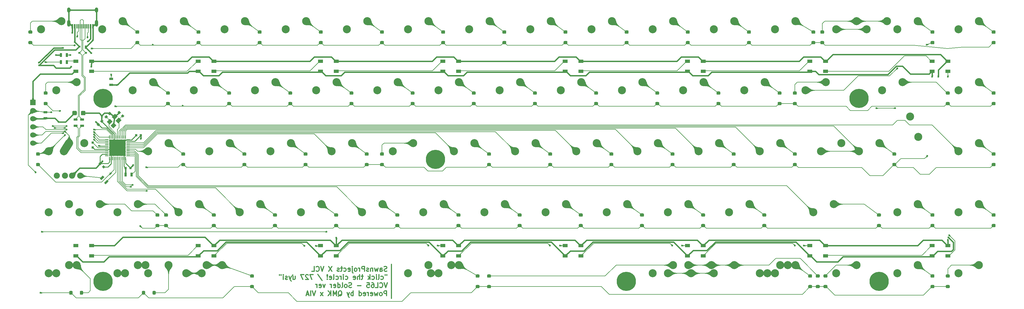
<source format=gbr>
G04 #@! TF.GenerationSoftware,KiCad,Pcbnew,(5.1.10)-1*
G04 #@! TF.CreationDate,2022-02-10T22:02:58+07:00*
G04 #@! TF.ProjectId,uso!VNC,75736f21-564e-4432-9e6b-696361645f70,rev?*
G04 #@! TF.SameCoordinates,Original*
G04 #@! TF.FileFunction,Copper,L2,Bot*
G04 #@! TF.FilePolarity,Positive*
%FSLAX46Y46*%
G04 Gerber Fmt 4.6, Leading zero omitted, Abs format (unit mm)*
G04 Created by KiCad (PCBNEW (5.1.10)-1) date 2022-02-10 22:02:58*
%MOMM*%
%LPD*%
G01*
G04 APERTURE LIST*
G04 #@! TA.AperFunction,NonConductor*
%ADD10C,0.300000*%
G04 #@! TD*
G04 #@! TA.AperFunction,ComponentPad*
%ADD11C,2.500000*%
G04 #@! TD*
G04 #@! TA.AperFunction,ComponentPad*
%ADD12C,1.700000*%
G04 #@! TD*
G04 #@! TA.AperFunction,ComponentPad*
%ADD13R,1.700000X1.700000*%
G04 #@! TD*
G04 #@! TA.AperFunction,ComponentPad*
%ADD14C,1.905000*%
G04 #@! TD*
G04 #@! TA.AperFunction,SMDPad,CuDef*
%ADD15C,0.100000*%
G04 #@! TD*
G04 #@! TA.AperFunction,SMDPad,CuDef*
%ADD16R,1.500000X1.000000*%
G04 #@! TD*
G04 #@! TA.AperFunction,SMDPad,CuDef*
%ADD17R,0.700000X1.000000*%
G04 #@! TD*
G04 #@! TA.AperFunction,SMDPad,CuDef*
%ADD18R,0.700000X0.600000*%
G04 #@! TD*
G04 #@! TA.AperFunction,SMDPad,CuDef*
%ADD19R,0.800000X0.750000*%
G04 #@! TD*
G04 #@! TA.AperFunction,SMDPad,CuDef*
%ADD20R,0.700000X1.300000*%
G04 #@! TD*
G04 #@! TA.AperFunction,SMDPad,CuDef*
%ADD21R,1.300000X0.700000*%
G04 #@! TD*
G04 #@! TA.AperFunction,ComponentPad*
%ADD22C,0.500000*%
G04 #@! TD*
G04 #@! TA.AperFunction,SMDPad,CuDef*
%ADD23R,5.200000X5.200000*%
G04 #@! TD*
G04 #@! TA.AperFunction,SMDPad,CuDef*
%ADD24R,0.750000X0.800000*%
G04 #@! TD*
G04 #@! TA.AperFunction,SMDPad,CuDef*
%ADD25R,0.600000X1.450000*%
G04 #@! TD*
G04 #@! TA.AperFunction,SMDPad,CuDef*
%ADD26R,0.300000X1.450000*%
G04 #@! TD*
G04 #@! TA.AperFunction,ComponentPad*
%ADD27O,1.000000X2.100000*%
G04 #@! TD*
G04 #@! TA.AperFunction,ComponentPad*
%ADD28O,1.000000X1.600000*%
G04 #@! TD*
G04 #@! TA.AperFunction,ComponentPad*
%ADD29C,6.000000*%
G04 #@! TD*
G04 #@! TA.AperFunction,ComponentPad*
%ADD30C,1.000000*%
G04 #@! TD*
G04 #@! TA.AperFunction,ViaPad*
%ADD31C,0.600000*%
G04 #@! TD*
G04 #@! TA.AperFunction,Conductor*
%ADD32C,0.200000*%
G04 #@! TD*
G04 #@! TA.AperFunction,Conductor*
%ADD33C,0.400000*%
G04 #@! TD*
G04 #@! TA.AperFunction,Conductor*
%ADD34C,0.250000*%
G04 #@! TD*
G04 #@! TA.AperFunction,Conductor*
%ADD35C,0.240000*%
G04 #@! TD*
G04 #@! TA.AperFunction,Conductor*
%ADD36C,2.500000*%
G04 #@! TD*
G04 #@! TA.AperFunction,Conductor*
%ADD37C,0.025400*%
G04 #@! TD*
G04 #@! TA.AperFunction,Conductor*
%ADD38C,0.100000*%
G04 #@! TD*
G04 APERTURE END LIST*
D10*
X162520722Y-108942462D02*
X162520722Y-119658114D01*
X161071245Y-111082430D02*
X160856960Y-111153859D01*
X160499817Y-111153859D01*
X160356960Y-111082430D01*
X160285531Y-111011002D01*
X160214102Y-110868145D01*
X160214102Y-110725288D01*
X160285531Y-110582430D01*
X160356960Y-110511002D01*
X160499817Y-110439573D01*
X160785531Y-110368145D01*
X160928388Y-110296716D01*
X160999817Y-110225288D01*
X161071245Y-110082430D01*
X161071245Y-109939573D01*
X160999817Y-109796716D01*
X160928388Y-109725288D01*
X160785531Y-109653859D01*
X160428388Y-109653859D01*
X160214102Y-109725288D01*
X158928388Y-111153859D02*
X158928388Y-110368145D01*
X158999817Y-110225288D01*
X159142674Y-110153859D01*
X159428388Y-110153859D01*
X159571245Y-110225288D01*
X158928388Y-111082430D02*
X159071245Y-111153859D01*
X159428388Y-111153859D01*
X159571245Y-111082430D01*
X159642674Y-110939573D01*
X159642674Y-110796716D01*
X159571245Y-110653859D01*
X159428388Y-110582430D01*
X159071245Y-110582430D01*
X158928388Y-110511002D01*
X158356960Y-110153859D02*
X158071245Y-111153859D01*
X157785531Y-110439573D01*
X157499817Y-111153859D01*
X157214102Y-110153859D01*
X156642674Y-110153859D02*
X156642674Y-111153859D01*
X156642674Y-110296716D02*
X156571245Y-110225288D01*
X156428388Y-110153859D01*
X156214102Y-110153859D01*
X156071245Y-110225288D01*
X155999817Y-110368145D01*
X155999817Y-111153859D01*
X155356960Y-111082430D02*
X155214102Y-111153859D01*
X154928388Y-111153859D01*
X154785531Y-111082430D01*
X154714102Y-110939573D01*
X154714102Y-110868145D01*
X154785531Y-110725288D01*
X154928388Y-110653859D01*
X155142674Y-110653859D01*
X155285531Y-110582430D01*
X155356960Y-110439573D01*
X155356960Y-110368145D01*
X155285531Y-110225288D01*
X155142674Y-110153859D01*
X154928388Y-110153859D01*
X154785531Y-110225288D01*
X154071245Y-111153859D02*
X154071245Y-109653859D01*
X153499817Y-109653859D01*
X153356960Y-109725288D01*
X153285531Y-109796716D01*
X153214102Y-109939573D01*
X153214102Y-110153859D01*
X153285531Y-110296716D01*
X153356960Y-110368145D01*
X153499817Y-110439573D01*
X154071245Y-110439573D01*
X152571245Y-111153859D02*
X152571245Y-110153859D01*
X152571245Y-110439573D02*
X152499817Y-110296716D01*
X152428388Y-110225288D01*
X152285531Y-110153859D01*
X152142674Y-110153859D01*
X151428388Y-111153859D02*
X151571245Y-111082430D01*
X151642674Y-111011002D01*
X151714102Y-110868145D01*
X151714102Y-110439573D01*
X151642674Y-110296716D01*
X151571245Y-110225288D01*
X151428388Y-110153859D01*
X151214102Y-110153859D01*
X151071245Y-110225288D01*
X150999817Y-110296716D01*
X150928388Y-110439573D01*
X150928388Y-110868145D01*
X150999817Y-111011002D01*
X151071245Y-111082430D01*
X151214102Y-111153859D01*
X151428388Y-111153859D01*
X150285531Y-110153859D02*
X150285531Y-111439573D01*
X150356960Y-111582430D01*
X150499817Y-111653859D01*
X150571245Y-111653859D01*
X150285531Y-109653859D02*
X150356960Y-109725288D01*
X150285531Y-109796716D01*
X150214102Y-109725288D01*
X150285531Y-109653859D01*
X150285531Y-109796716D01*
X148999817Y-111082430D02*
X149142674Y-111153859D01*
X149428388Y-111153859D01*
X149571245Y-111082430D01*
X149642674Y-110939573D01*
X149642674Y-110368145D01*
X149571245Y-110225288D01*
X149428388Y-110153859D01*
X149142674Y-110153859D01*
X148999817Y-110225288D01*
X148928388Y-110368145D01*
X148928388Y-110511002D01*
X149642674Y-110653859D01*
X147642674Y-111082430D02*
X147785531Y-111153859D01*
X148071245Y-111153859D01*
X148214102Y-111082430D01*
X148285531Y-111011002D01*
X148356960Y-110868145D01*
X148356960Y-110439573D01*
X148285531Y-110296716D01*
X148214102Y-110225288D01*
X148071245Y-110153859D01*
X147785531Y-110153859D01*
X147642674Y-110225288D01*
X147214102Y-110153859D02*
X146642674Y-110153859D01*
X146999817Y-109653859D02*
X146999817Y-110939573D01*
X146928388Y-111082430D01*
X146785531Y-111153859D01*
X146642674Y-111153859D01*
X146214102Y-111082430D02*
X146071245Y-111153859D01*
X145785531Y-111153859D01*
X145642674Y-111082430D01*
X145571245Y-110939573D01*
X145571245Y-110868145D01*
X145642674Y-110725288D01*
X145785531Y-110653859D01*
X145999817Y-110653859D01*
X146142674Y-110582430D01*
X146214102Y-110439573D01*
X146214102Y-110368145D01*
X146142674Y-110225288D01*
X145999817Y-110153859D01*
X145785531Y-110153859D01*
X145642674Y-110225288D01*
X143928388Y-109653859D02*
X142928388Y-111153859D01*
X142928388Y-109653859D02*
X143928388Y-111153859D01*
X141428388Y-109653859D02*
X140928388Y-111153859D01*
X140428388Y-109653859D01*
X139071245Y-111011002D02*
X139142674Y-111082430D01*
X139356960Y-111153859D01*
X139499817Y-111153859D01*
X139714102Y-111082430D01*
X139856960Y-110939573D01*
X139928388Y-110796716D01*
X139999817Y-110511002D01*
X139999817Y-110296716D01*
X139928388Y-110011002D01*
X139856960Y-109868145D01*
X139714102Y-109725288D01*
X139499817Y-109653859D01*
X139356960Y-109653859D01*
X139142674Y-109725288D01*
X139071245Y-109796716D01*
X137714102Y-111153859D02*
X138428388Y-111153859D01*
X138428388Y-109653859D01*
X161071245Y-112203859D02*
X161071245Y-112489573D01*
X160499817Y-112203859D02*
X160499817Y-112489573D01*
X159214102Y-113632430D02*
X159356960Y-113703859D01*
X159642674Y-113703859D01*
X159785531Y-113632430D01*
X159856960Y-113561002D01*
X159928388Y-113418145D01*
X159928388Y-112989573D01*
X159856960Y-112846716D01*
X159785531Y-112775288D01*
X159642674Y-112703859D01*
X159356960Y-112703859D01*
X159214102Y-112775288D01*
X158356960Y-113703859D02*
X158499817Y-113632430D01*
X158571245Y-113489573D01*
X158571245Y-112203859D01*
X157785531Y-113703859D02*
X157785531Y-112703859D01*
X157785531Y-112203859D02*
X157856960Y-112275288D01*
X157785531Y-112346716D01*
X157714102Y-112275288D01*
X157785531Y-112203859D01*
X157785531Y-112346716D01*
X156428388Y-113632430D02*
X156571245Y-113703859D01*
X156856960Y-113703859D01*
X156999817Y-113632430D01*
X157071245Y-113561002D01*
X157142674Y-113418145D01*
X157142674Y-112989573D01*
X157071245Y-112846716D01*
X156999817Y-112775288D01*
X156856960Y-112703859D01*
X156571245Y-112703859D01*
X156428388Y-112775288D01*
X155785531Y-113703859D02*
X155785531Y-112203859D01*
X155642674Y-113132430D02*
X155214102Y-113703859D01*
X155214102Y-112703859D02*
X155785531Y-113275288D01*
X153642674Y-112703859D02*
X153071245Y-112703859D01*
X153428388Y-112203859D02*
X153428388Y-113489573D01*
X153356960Y-113632430D01*
X153214102Y-113703859D01*
X153071245Y-113703859D01*
X152571245Y-113703859D02*
X152571245Y-112203859D01*
X151928388Y-113703859D02*
X151928388Y-112918145D01*
X151999817Y-112775288D01*
X152142674Y-112703859D01*
X152356960Y-112703859D01*
X152499817Y-112775288D01*
X152571245Y-112846716D01*
X150642674Y-113632430D02*
X150785531Y-113703859D01*
X151071245Y-113703859D01*
X151214102Y-113632430D01*
X151285531Y-113489573D01*
X151285531Y-112918145D01*
X151214102Y-112775288D01*
X151071245Y-112703859D01*
X150785531Y-112703859D01*
X150642674Y-112775288D01*
X150571245Y-112918145D01*
X150571245Y-113061002D01*
X151285531Y-113203859D01*
X148142674Y-113632430D02*
X148285531Y-113703859D01*
X148571245Y-113703859D01*
X148714102Y-113632430D01*
X148785531Y-113561002D01*
X148856960Y-113418145D01*
X148856960Y-112989573D01*
X148785531Y-112846716D01*
X148714102Y-112775288D01*
X148571245Y-112703859D01*
X148285531Y-112703859D01*
X148142674Y-112775288D01*
X147499817Y-113703859D02*
X147499817Y-112703859D01*
X147499817Y-112203859D02*
X147571245Y-112275288D01*
X147499817Y-112346716D01*
X147428388Y-112275288D01*
X147499817Y-112203859D01*
X147499817Y-112346716D01*
X146785531Y-113703859D02*
X146785531Y-112703859D01*
X146785531Y-112989573D02*
X146714102Y-112846716D01*
X146642674Y-112775288D01*
X146499817Y-112703859D01*
X146356960Y-112703859D01*
X145214102Y-113632430D02*
X145356960Y-113703859D01*
X145642674Y-113703859D01*
X145785531Y-113632430D01*
X145856960Y-113561002D01*
X145928388Y-113418145D01*
X145928388Y-112989573D01*
X145856960Y-112846716D01*
X145785531Y-112775288D01*
X145642674Y-112703859D01*
X145356960Y-112703859D01*
X145214102Y-112775288D01*
X144356960Y-113703859D02*
X144499817Y-113632430D01*
X144571245Y-113489573D01*
X144571245Y-112203859D01*
X143214102Y-113632430D02*
X143356960Y-113703859D01*
X143642674Y-113703859D01*
X143785531Y-113632430D01*
X143856960Y-113489573D01*
X143856960Y-112918145D01*
X143785531Y-112775288D01*
X143642674Y-112703859D01*
X143356960Y-112703859D01*
X143214102Y-112775288D01*
X143142674Y-112918145D01*
X143142674Y-113061002D01*
X143856960Y-113203859D01*
X142499817Y-113561002D02*
X142428388Y-113632430D01*
X142499817Y-113703859D01*
X142571245Y-113632430D01*
X142499817Y-113561002D01*
X142499817Y-113703859D01*
X142499817Y-113132430D02*
X142571245Y-112275288D01*
X142499817Y-112203859D01*
X142428388Y-112275288D01*
X142499817Y-113132430D01*
X142499817Y-112203859D01*
X139571245Y-112132430D02*
X140856960Y-114061002D01*
X138071245Y-112203859D02*
X137071245Y-112203859D01*
X137714102Y-113703859D01*
X136571245Y-112346716D02*
X136499817Y-112275288D01*
X136356960Y-112203859D01*
X135999817Y-112203859D01*
X135856960Y-112275288D01*
X135785531Y-112346716D01*
X135714102Y-112489573D01*
X135714102Y-112632430D01*
X135785531Y-112846716D01*
X136642674Y-113703859D01*
X135714102Y-113703859D01*
X135214102Y-112203859D02*
X134214102Y-112203859D01*
X134856960Y-113703859D01*
X131856960Y-112703859D02*
X131856960Y-113703859D01*
X132499817Y-112703859D02*
X132499817Y-113489573D01*
X132428388Y-113632430D01*
X132285531Y-113703859D01*
X132071245Y-113703859D01*
X131928388Y-113632430D01*
X131856960Y-113561002D01*
X131856960Y-112703859D02*
X131714102Y-112632430D01*
X131642674Y-112489573D01*
X131714102Y-112346716D01*
X131785531Y-112275288D01*
X131285531Y-112703859D02*
X130928388Y-113703859D01*
X130571245Y-112703859D02*
X130928388Y-113703859D01*
X131071245Y-114061002D01*
X131142674Y-114132430D01*
X131285531Y-114203859D01*
X130071245Y-113632430D02*
X129928388Y-113703859D01*
X129642674Y-113703859D01*
X129499817Y-113632430D01*
X129428388Y-113489573D01*
X129428388Y-113418145D01*
X129499817Y-113275288D01*
X129642674Y-113203859D01*
X129856960Y-113203859D01*
X129999817Y-113132430D01*
X130071245Y-112989573D01*
X130071245Y-112918145D01*
X129999817Y-112775288D01*
X129856960Y-112703859D01*
X129642674Y-112703859D01*
X129499817Y-112775288D01*
X128785531Y-113703859D02*
X128785531Y-112703859D01*
X128785531Y-112203859D02*
X128856960Y-112275288D01*
X128785531Y-112346716D01*
X128714102Y-112275288D01*
X128785531Y-112203859D01*
X128785531Y-112346716D01*
X128142674Y-112203859D02*
X128142674Y-112489573D01*
X127571245Y-112203859D02*
X127571245Y-112489573D01*
X161214102Y-114753859D02*
X160714102Y-116253859D01*
X160214102Y-114753859D01*
X158856960Y-116111002D02*
X158928388Y-116182430D01*
X159142674Y-116253859D01*
X159285531Y-116253859D01*
X159499817Y-116182430D01*
X159642674Y-116039573D01*
X159714102Y-115896716D01*
X159785531Y-115611002D01*
X159785531Y-115396716D01*
X159714102Y-115111002D01*
X159642674Y-114968145D01*
X159499817Y-114825288D01*
X159285531Y-114753859D01*
X159142674Y-114753859D01*
X158928388Y-114825288D01*
X158856960Y-114896716D01*
X157499817Y-116253859D02*
X158214102Y-116253859D01*
X158214102Y-114753859D01*
X156356960Y-114753859D02*
X156642674Y-114753859D01*
X156785531Y-114825288D01*
X156856960Y-114896716D01*
X156999817Y-115111002D01*
X157071245Y-115396716D01*
X157071245Y-115968145D01*
X156999817Y-116111002D01*
X156928388Y-116182430D01*
X156785531Y-116253859D01*
X156499817Y-116253859D01*
X156356960Y-116182430D01*
X156285531Y-116111002D01*
X156214102Y-115968145D01*
X156214102Y-115611002D01*
X156285531Y-115468145D01*
X156356960Y-115396716D01*
X156499817Y-115325288D01*
X156785531Y-115325288D01*
X156928388Y-115396716D01*
X156999817Y-115468145D01*
X157071245Y-115611002D01*
X154856960Y-114753859D02*
X155571245Y-114753859D01*
X155642674Y-115468145D01*
X155571245Y-115396716D01*
X155428388Y-115325288D01*
X155071245Y-115325288D01*
X154928388Y-115396716D01*
X154856960Y-115468145D01*
X154785531Y-115611002D01*
X154785531Y-115968145D01*
X154856960Y-116111002D01*
X154928388Y-116182430D01*
X155071245Y-116253859D01*
X155428388Y-116253859D01*
X155571245Y-116182430D01*
X155642674Y-116111002D01*
X152999817Y-115682430D02*
X151856960Y-115682430D01*
X150071245Y-116182430D02*
X149856960Y-116253859D01*
X149499817Y-116253859D01*
X149356960Y-116182430D01*
X149285531Y-116111002D01*
X149214102Y-115968145D01*
X149214102Y-115825288D01*
X149285531Y-115682430D01*
X149356960Y-115611002D01*
X149499817Y-115539573D01*
X149785531Y-115468145D01*
X149928388Y-115396716D01*
X149999817Y-115325288D01*
X150071245Y-115182430D01*
X150071245Y-115039573D01*
X149999817Y-114896716D01*
X149928388Y-114825288D01*
X149785531Y-114753859D01*
X149428388Y-114753859D01*
X149214102Y-114825288D01*
X148356960Y-116253859D02*
X148499817Y-116182430D01*
X148571245Y-116111002D01*
X148642674Y-115968145D01*
X148642674Y-115539573D01*
X148571245Y-115396716D01*
X148499817Y-115325288D01*
X148356960Y-115253859D01*
X148142674Y-115253859D01*
X147999817Y-115325288D01*
X147928388Y-115396716D01*
X147856960Y-115539573D01*
X147856960Y-115968145D01*
X147928388Y-116111002D01*
X147999817Y-116182430D01*
X148142674Y-116253859D01*
X148356960Y-116253859D01*
X146999817Y-116253859D02*
X147142674Y-116182430D01*
X147214102Y-116039573D01*
X147214102Y-114753859D01*
X145785531Y-116253859D02*
X145785531Y-114753859D01*
X145785531Y-116182430D02*
X145928388Y-116253859D01*
X146214102Y-116253859D01*
X146356960Y-116182430D01*
X146428388Y-116111002D01*
X146499817Y-115968145D01*
X146499817Y-115539573D01*
X146428388Y-115396716D01*
X146356960Y-115325288D01*
X146214102Y-115253859D01*
X145928388Y-115253859D01*
X145785531Y-115325288D01*
X144499817Y-116182430D02*
X144642674Y-116253859D01*
X144928388Y-116253859D01*
X145071245Y-116182430D01*
X145142674Y-116039573D01*
X145142674Y-115468145D01*
X145071245Y-115325288D01*
X144928388Y-115253859D01*
X144642674Y-115253859D01*
X144499817Y-115325288D01*
X144428388Y-115468145D01*
X144428388Y-115611002D01*
X145142674Y-115753859D01*
X143785531Y-116253859D02*
X143785531Y-115253859D01*
X143785531Y-115539573D02*
X143714102Y-115396716D01*
X143642674Y-115325288D01*
X143499817Y-115253859D01*
X143356960Y-115253859D01*
X141856960Y-115253859D02*
X141499817Y-116253859D01*
X141142674Y-115253859D01*
X139999817Y-116182430D02*
X140142674Y-116253859D01*
X140428388Y-116253859D01*
X140571245Y-116182430D01*
X140642674Y-116039573D01*
X140642674Y-115468145D01*
X140571245Y-115325288D01*
X140428388Y-115253859D01*
X140142674Y-115253859D01*
X139999817Y-115325288D01*
X139928388Y-115468145D01*
X139928388Y-115611002D01*
X140642674Y-115753859D01*
X139285531Y-116253859D02*
X139285531Y-115253859D01*
X139285531Y-115539573D02*
X139214102Y-115396716D01*
X139142674Y-115325288D01*
X138999817Y-115253859D01*
X138856960Y-115253859D01*
X160999817Y-118803859D02*
X160999817Y-117303859D01*
X160428388Y-117303859D01*
X160285531Y-117375288D01*
X160214102Y-117446716D01*
X160142674Y-117589573D01*
X160142674Y-117803859D01*
X160214102Y-117946716D01*
X160285531Y-118018145D01*
X160428388Y-118089573D01*
X160999817Y-118089573D01*
X159285531Y-118803859D02*
X159428388Y-118732430D01*
X159499817Y-118661002D01*
X159571245Y-118518145D01*
X159571245Y-118089573D01*
X159499817Y-117946716D01*
X159428388Y-117875288D01*
X159285531Y-117803859D01*
X159071245Y-117803859D01*
X158928388Y-117875288D01*
X158856960Y-117946716D01*
X158785531Y-118089573D01*
X158785531Y-118518145D01*
X158856960Y-118661002D01*
X158928388Y-118732430D01*
X159071245Y-118803859D01*
X159285531Y-118803859D01*
X158285531Y-117803859D02*
X157999817Y-118803859D01*
X157714102Y-118089573D01*
X157428388Y-118803859D01*
X157142674Y-117803859D01*
X155999817Y-118732430D02*
X156142674Y-118803859D01*
X156428388Y-118803859D01*
X156571245Y-118732430D01*
X156642674Y-118589573D01*
X156642674Y-118018145D01*
X156571245Y-117875288D01*
X156428388Y-117803859D01*
X156142674Y-117803859D01*
X155999817Y-117875288D01*
X155928388Y-118018145D01*
X155928388Y-118161002D01*
X156642674Y-118303859D01*
X155285531Y-118803859D02*
X155285531Y-117803859D01*
X155285531Y-118089573D02*
X155214102Y-117946716D01*
X155142674Y-117875288D01*
X154999817Y-117803859D01*
X154856960Y-117803859D01*
X153785531Y-118732430D02*
X153928388Y-118803859D01*
X154214102Y-118803859D01*
X154356960Y-118732430D01*
X154428388Y-118589573D01*
X154428388Y-118018145D01*
X154356960Y-117875288D01*
X154214102Y-117803859D01*
X153928388Y-117803859D01*
X153785531Y-117875288D01*
X153714102Y-118018145D01*
X153714102Y-118161002D01*
X154428388Y-118303859D01*
X152428388Y-118803859D02*
X152428388Y-117303859D01*
X152428388Y-118732430D02*
X152571245Y-118803859D01*
X152856960Y-118803859D01*
X152999817Y-118732430D01*
X153071245Y-118661002D01*
X153142674Y-118518145D01*
X153142674Y-118089573D01*
X153071245Y-117946716D01*
X152999817Y-117875288D01*
X152856960Y-117803859D01*
X152571245Y-117803859D01*
X152428388Y-117875288D01*
X150571245Y-118803859D02*
X150571245Y-117303859D01*
X150571245Y-117875288D02*
X150428388Y-117803859D01*
X150142674Y-117803859D01*
X149999817Y-117875288D01*
X149928388Y-117946716D01*
X149856960Y-118089573D01*
X149856960Y-118518145D01*
X149928388Y-118661002D01*
X149999817Y-118732430D01*
X150142674Y-118803859D01*
X150428388Y-118803859D01*
X150571245Y-118732430D01*
X149356960Y-117803859D02*
X148999817Y-118803859D01*
X148642674Y-117803859D02*
X148999817Y-118803859D01*
X149142674Y-119161002D01*
X149214102Y-119232430D01*
X149356960Y-119303859D01*
X145928388Y-118946716D02*
X146071245Y-118875288D01*
X146214102Y-118732430D01*
X146428388Y-118518145D01*
X146571245Y-118446716D01*
X146714102Y-118446716D01*
X146642674Y-118803859D02*
X146785531Y-118732430D01*
X146928388Y-118589573D01*
X146999817Y-118303859D01*
X146999817Y-117803859D01*
X146928388Y-117518145D01*
X146785531Y-117375288D01*
X146642674Y-117303859D01*
X146356960Y-117303859D01*
X146214102Y-117375288D01*
X146071245Y-117518145D01*
X145999817Y-117803859D01*
X145999817Y-118303859D01*
X146071245Y-118589573D01*
X146214102Y-118732430D01*
X146356960Y-118803859D01*
X146642674Y-118803859D01*
X145356960Y-118803859D02*
X145356960Y-117303859D01*
X144856960Y-118375288D01*
X144356960Y-117303859D01*
X144356960Y-118803859D01*
X143642674Y-118803859D02*
X143642674Y-117303859D01*
X142785531Y-118803859D02*
X143428388Y-117946716D01*
X142785531Y-117303859D02*
X143642674Y-118161002D01*
X141142674Y-118803859D02*
X140356960Y-117803859D01*
X141142674Y-117803859D02*
X140356960Y-118803859D01*
X138856960Y-117303859D02*
X138356960Y-118803859D01*
X137856960Y-117303859D01*
X137356960Y-118803859D02*
X137356960Y-117303859D01*
X136714102Y-118375288D02*
X135999817Y-118375288D01*
X136856960Y-118803859D02*
X136356960Y-117303859D01*
X135856960Y-118803859D01*
G04 #@! TA.AperFunction,SMDPad,CuDef*
G36*
G01*
X63081940Y-62183201D02*
X63081940Y-61333199D01*
G75*
G02*
X63331939Y-61083200I249999J0D01*
G01*
X64231941Y-61083200D01*
G75*
G02*
X64481940Y-61333199I0J-249999D01*
G01*
X64481940Y-62183201D01*
G75*
G02*
X64231941Y-62433200I-249999J0D01*
G01*
X63331939Y-62433200D01*
G75*
G02*
X63081940Y-62183201I0J249999D01*
G01*
G37*
G04 #@! TD.AperFunction*
G04 #@! TA.AperFunction,SMDPad,CuDef*
G36*
G01*
X65781940Y-62183201D02*
X65781940Y-61333199D01*
G75*
G02*
X66031939Y-61083200I249999J0D01*
G01*
X66931941Y-61083200D01*
G75*
G02*
X67181940Y-61333199I0J-249999D01*
G01*
X67181940Y-62183201D01*
G75*
G02*
X66931941Y-62433200I-249999J0D01*
G01*
X66031939Y-62433200D01*
G75*
G02*
X65781940Y-62183201I0J249999D01*
G01*
G37*
G04 #@! TD.AperFunction*
D11*
X83502500Y-90170000D03*
X77152500Y-92710000D03*
X62071250Y-90170000D03*
X55721250Y-92710000D03*
G04 #@! TA.AperFunction,SMDPad,CuDef*
G36*
G01*
X92623980Y-97400560D02*
X91923980Y-97400560D01*
G75*
G02*
X91673980Y-97150560I0J250000D01*
G01*
X91673980Y-96650560D01*
G75*
G02*
X91923980Y-96400560I250000J0D01*
G01*
X92623980Y-96400560D01*
G75*
G02*
X92873980Y-96650560I0J-250000D01*
G01*
X92873980Y-97150560D01*
G75*
G02*
X92623980Y-97400560I-250000J0D01*
G01*
G37*
G04 #@! TD.AperFunction*
G04 #@! TA.AperFunction,SMDPad,CuDef*
G36*
G01*
X92623980Y-94100560D02*
X91923980Y-94100560D01*
G75*
G02*
X91673980Y-93850560I0J250000D01*
G01*
X91673980Y-93350560D01*
G75*
G02*
X91923980Y-93100560I250000J0D01*
G01*
X92623980Y-93100560D01*
G75*
G02*
X92873980Y-93350560I0J-250000D01*
G01*
X92873980Y-93850560D01*
G75*
G02*
X92623980Y-94100560I-250000J0D01*
G01*
G37*
G04 #@! TD.AperFunction*
D12*
X50800000Y-66040000D03*
X50800000Y-63500000D03*
X50800000Y-71120000D03*
X50800000Y-68580000D03*
X50800000Y-60960000D03*
D13*
X50800000Y-58420000D03*
D11*
X277178680Y-111760640D03*
X283528680Y-109220640D03*
G04 #@! TA.AperFunction,SMDPad,CuDef*
G36*
G01*
X119413000Y-116450480D02*
X118713000Y-116450480D01*
G75*
G02*
X118463000Y-116200480I0J250000D01*
G01*
X118463000Y-115700480D01*
G75*
G02*
X118713000Y-115450480I250000J0D01*
G01*
X119413000Y-115450480D01*
G75*
G02*
X119663000Y-115700480I0J-250000D01*
G01*
X119663000Y-116200480D01*
G75*
G02*
X119413000Y-116450480I-250000J0D01*
G01*
G37*
G04 #@! TD.AperFunction*
G04 #@! TA.AperFunction,SMDPad,CuDef*
G36*
G01*
X119413000Y-113150480D02*
X118713000Y-113150480D01*
G75*
G02*
X118463000Y-112900480I0J250000D01*
G01*
X118463000Y-112400480D01*
G75*
G02*
X118713000Y-112150480I250000J0D01*
G01*
X119413000Y-112150480D01*
G75*
G02*
X119663000Y-112400480I0J-250000D01*
G01*
X119663000Y-112900480D01*
G75*
G02*
X119413000Y-113150480I-250000J0D01*
G01*
G37*
G04 #@! TD.AperFunction*
X248603560Y-111760640D03*
X254953560Y-109220640D03*
X279559940Y-111760560D03*
X285909940Y-109220560D03*
X262097010Y-109220560D03*
X255747010Y-111760560D03*
X167640720Y-111760640D03*
X173990720Y-109220640D03*
X177165760Y-111760560D03*
X183515760Y-109220560D03*
X98584180Y-111760560D03*
X104934180Y-109220560D03*
X77152840Y-111760560D03*
X83502840Y-109220560D03*
X86677880Y-111760640D03*
X93027880Y-109220640D03*
X58102760Y-111760640D03*
X64452760Y-109220640D03*
D14*
X65563750Y-81280000D03*
X63023750Y-81280000D03*
X58261250Y-81280320D03*
X60801250Y-81280320D03*
G04 #@! TA.AperFunction,SMDPad,CuDef*
D15*
G36*
X72964644Y-83483883D02*
G01*
X73883883Y-82564644D01*
X74378858Y-83059619D01*
X73459619Y-83978858D01*
X72964644Y-83483883D01*
G37*
G04 #@! TD.AperFunction*
G04 #@! TA.AperFunction,SMDPad,CuDef*
G36*
X71621142Y-82140381D02*
G01*
X72540381Y-81221142D01*
X73035356Y-81716117D01*
X72116117Y-82635356D01*
X71621142Y-82140381D01*
G37*
G04 #@! TD.AperFunction*
D16*
X102325440Y-106376320D03*
X102325440Y-103176320D03*
X107225440Y-106376320D03*
X107225440Y-103176320D03*
D11*
X297815000Y-52070000D03*
X291465000Y-54610000D03*
X326390000Y-90170000D03*
X320040000Y-92710000D03*
X314483750Y-71120000D03*
X308133750Y-73660000D03*
X274002500Y-90170000D03*
X267652500Y-92710000D03*
X283527500Y-71120000D03*
X277177500Y-73660000D03*
X300196250Y-90170000D03*
X293846250Y-92710000D03*
D17*
X67294000Y-41199400D03*
D18*
X65294000Y-40999400D03*
X67294000Y-42899400D03*
X65294000Y-42899400D03*
D16*
X64225280Y-106376320D03*
X64225280Y-103176320D03*
X69125280Y-106376320D03*
X69125280Y-103176320D03*
X297726240Y-45525600D03*
X297726240Y-48725600D03*
X292826240Y-45525600D03*
X292826240Y-48725600D03*
X335826400Y-45525600D03*
X335826400Y-48725600D03*
X330926400Y-45525600D03*
X330926400Y-48725600D03*
X69125280Y-45525600D03*
X69125280Y-48725600D03*
X64225280Y-45525600D03*
X64225280Y-48725600D03*
X292826240Y-106376320D03*
X292826240Y-103176320D03*
X297726240Y-106376320D03*
X297726240Y-103176320D03*
X107225440Y-45525600D03*
X107225440Y-48725600D03*
X102325440Y-45525600D03*
X102325440Y-48725600D03*
X330926400Y-106376320D03*
X330926400Y-103176320D03*
X335826400Y-106376320D03*
X335826400Y-103176320D03*
G04 #@! TA.AperFunction,SMDPad,CuDef*
G36*
G01*
X331345140Y-116451440D02*
X330645140Y-116451440D01*
G75*
G02*
X330395140Y-116201440I0J250000D01*
G01*
X330395140Y-115701440D01*
G75*
G02*
X330645140Y-115451440I250000J0D01*
G01*
X331345140Y-115451440D01*
G75*
G02*
X331595140Y-115701440I0J-250000D01*
G01*
X331595140Y-116201440D01*
G75*
G02*
X331345140Y-116451440I-250000J0D01*
G01*
G37*
G04 #@! TD.AperFunction*
G04 #@! TA.AperFunction,SMDPad,CuDef*
G36*
G01*
X331345140Y-113151440D02*
X330645140Y-113151440D01*
G75*
G02*
X330395140Y-112901440I0J250000D01*
G01*
X330395140Y-112401440D01*
G75*
G02*
X330645140Y-112151440I250000J0D01*
G01*
X331345140Y-112151440D01*
G75*
G02*
X331595140Y-112401440I0J-250000D01*
G01*
X331595140Y-112901440D01*
G75*
G02*
X331345140Y-113151440I-250000J0D01*
G01*
G37*
G04 #@! TD.AperFunction*
G04 #@! TA.AperFunction,SMDPad,CuDef*
G36*
G01*
X55118750Y-59300240D02*
X54418750Y-59300240D01*
G75*
G02*
X54168750Y-59050240I0J250000D01*
G01*
X54168750Y-58550240D01*
G75*
G02*
X54418750Y-58300240I250000J0D01*
G01*
X55118750Y-58300240D01*
G75*
G02*
X55368750Y-58550240I0J-250000D01*
G01*
X55368750Y-59050240D01*
G75*
G02*
X55118750Y-59300240I-250000J0D01*
G01*
G37*
G04 #@! TD.AperFunction*
G04 #@! TA.AperFunction,SMDPad,CuDef*
G36*
G01*
X55118750Y-56000240D02*
X54418750Y-56000240D01*
G75*
G02*
X54168750Y-55750240I0J250000D01*
G01*
X54168750Y-55250240D01*
G75*
G02*
X54418750Y-55000240I250000J0D01*
G01*
X55118750Y-55000240D01*
G75*
G02*
X55368750Y-55250240I0J-250000D01*
G01*
X55368750Y-55750240D01*
G75*
G02*
X55118750Y-56000240I-250000J0D01*
G01*
G37*
G04 #@! TD.AperFunction*
G04 #@! TA.AperFunction,SMDPad,CuDef*
G36*
G01*
X117031250Y-78350064D02*
X116331250Y-78350064D01*
G75*
G02*
X116081250Y-78100064I0J250000D01*
G01*
X116081250Y-77600064D01*
G75*
G02*
X116331250Y-77350064I250000J0D01*
G01*
X117031250Y-77350064D01*
G75*
G02*
X117281250Y-77600064I0J-250000D01*
G01*
X117281250Y-78100064D01*
G75*
G02*
X117031250Y-78350064I-250000J0D01*
G01*
G37*
G04 #@! TD.AperFunction*
G04 #@! TA.AperFunction,SMDPad,CuDef*
G36*
G01*
X117031250Y-75050064D02*
X116331250Y-75050064D01*
G75*
G02*
X116081250Y-74800064I0J250000D01*
G01*
X116081250Y-74300064D01*
G75*
G02*
X116331250Y-74050064I250000J0D01*
G01*
X117031250Y-74050064D01*
G75*
G02*
X117281250Y-74300064I0J-250000D01*
G01*
X117281250Y-74800064D01*
G75*
G02*
X117031250Y-75050064I-250000J0D01*
G01*
G37*
G04 #@! TD.AperFunction*
G04 #@! TA.AperFunction,SMDPad,CuDef*
G36*
G01*
X112268750Y-59300048D02*
X111568750Y-59300048D01*
G75*
G02*
X111318750Y-59050048I0J250000D01*
G01*
X111318750Y-58550048D01*
G75*
G02*
X111568750Y-58300048I250000J0D01*
G01*
X112268750Y-58300048D01*
G75*
G02*
X112518750Y-58550048I0J-250000D01*
G01*
X112518750Y-59050048D01*
G75*
G02*
X112268750Y-59300048I-250000J0D01*
G01*
G37*
G04 #@! TD.AperFunction*
G04 #@! TA.AperFunction,SMDPad,CuDef*
G36*
G01*
X112268750Y-56000048D02*
X111568750Y-56000048D01*
G75*
G02*
X111318750Y-55750048I0J250000D01*
G01*
X111318750Y-55250048D01*
G75*
G02*
X111568750Y-55000048I250000J0D01*
G01*
X112268750Y-55000048D01*
G75*
G02*
X112518750Y-55250048I0J-250000D01*
G01*
X112518750Y-55750048D01*
G75*
G02*
X112268750Y-56000048I-250000J0D01*
G01*
G37*
G04 #@! TD.AperFunction*
G04 #@! TA.AperFunction,SMDPad,CuDef*
G36*
G01*
X84765990Y-118222370D02*
X84765990Y-117522370D01*
G75*
G02*
X85015990Y-117272370I250000J0D01*
G01*
X85515990Y-117272370D01*
G75*
G02*
X85765990Y-117522370I0J-250000D01*
G01*
X85765990Y-118222370D01*
G75*
G02*
X85515990Y-118472370I-250000J0D01*
G01*
X85015990Y-118472370D01*
G75*
G02*
X84765990Y-118222370I0J250000D01*
G01*
G37*
G04 #@! TD.AperFunction*
G04 #@! TA.AperFunction,SMDPad,CuDef*
G36*
G01*
X88065990Y-118222370D02*
X88065990Y-117522370D01*
G75*
G02*
X88315990Y-117272370I250000J0D01*
G01*
X88815990Y-117272370D01*
G75*
G02*
X89065990Y-117522370I0J-250000D01*
G01*
X89065990Y-118222370D01*
G75*
G02*
X88815990Y-118472370I-250000J0D01*
G01*
X88315990Y-118472370D01*
G75*
G02*
X88065990Y-118222370I0J250000D01*
G01*
G37*
G04 #@! TD.AperFunction*
G04 #@! TA.AperFunction,SMDPad,CuDef*
G36*
G01*
X62144020Y-118222370D02*
X62144020Y-117522370D01*
G75*
G02*
X62394020Y-117272370I250000J0D01*
G01*
X62894020Y-117272370D01*
G75*
G02*
X63144020Y-117522370I0J-250000D01*
G01*
X63144020Y-118222370D01*
G75*
G02*
X62894020Y-118472370I-250000J0D01*
G01*
X62394020Y-118472370D01*
G75*
G02*
X62144020Y-118222370I0J250000D01*
G01*
G37*
G04 #@! TD.AperFunction*
G04 #@! TA.AperFunction,SMDPad,CuDef*
G36*
G01*
X65444020Y-118222370D02*
X65444020Y-117522370D01*
G75*
G02*
X65694020Y-117272370I250000J0D01*
G01*
X66194020Y-117272370D01*
G75*
G02*
X66444020Y-117522370I0J-250000D01*
G01*
X66444020Y-118222370D01*
G75*
G02*
X66194020Y-118472370I-250000J0D01*
G01*
X65694020Y-118472370D01*
G75*
G02*
X65444020Y-118222370I0J250000D01*
G01*
G37*
G04 #@! TD.AperFunction*
G04 #@! TA.AperFunction,SMDPad,CuDef*
G36*
G01*
X83693750Y-40250032D02*
X82993750Y-40250032D01*
G75*
G02*
X82743750Y-40000032I0J250000D01*
G01*
X82743750Y-39500032D01*
G75*
G02*
X82993750Y-39250032I250000J0D01*
G01*
X83693750Y-39250032D01*
G75*
G02*
X83943750Y-39500032I0J-250000D01*
G01*
X83943750Y-40000032D01*
G75*
G02*
X83693750Y-40250032I-250000J0D01*
G01*
G37*
G04 #@! TD.AperFunction*
G04 #@! TA.AperFunction,SMDPad,CuDef*
G36*
G01*
X83693750Y-36950032D02*
X82993750Y-36950032D01*
G75*
G02*
X82743750Y-36700032I0J250000D01*
G01*
X82743750Y-36200032D01*
G75*
G02*
X82993750Y-35950032I250000J0D01*
G01*
X83693750Y-35950032D01*
G75*
G02*
X83943750Y-36200032I0J-250000D01*
G01*
X83943750Y-36700032D01*
G75*
G02*
X83693750Y-36950032I-250000J0D01*
G01*
G37*
G04 #@! TD.AperFunction*
G04 #@! TA.AperFunction,SMDPad,CuDef*
G36*
G01*
X131318750Y-59300048D02*
X130618750Y-59300048D01*
G75*
G02*
X130368750Y-59050048I0J250000D01*
G01*
X130368750Y-58550048D01*
G75*
G02*
X130618750Y-58300048I250000J0D01*
G01*
X131318750Y-58300048D01*
G75*
G02*
X131568750Y-58550048I0J-250000D01*
G01*
X131568750Y-59050048D01*
G75*
G02*
X131318750Y-59300048I-250000J0D01*
G01*
G37*
G04 #@! TD.AperFunction*
G04 #@! TA.AperFunction,SMDPad,CuDef*
G36*
G01*
X131318750Y-56000048D02*
X130618750Y-56000048D01*
G75*
G02*
X130368750Y-55750048I0J250000D01*
G01*
X130368750Y-55250048D01*
G75*
G02*
X130618750Y-55000048I250000J0D01*
G01*
X131318750Y-55000048D01*
G75*
G02*
X131568750Y-55250048I0J-250000D01*
G01*
X131568750Y-55750048D01*
G75*
G02*
X131318750Y-56000048I-250000J0D01*
G01*
G37*
G04 #@! TD.AperFunction*
G04 #@! TA.AperFunction,SMDPad,CuDef*
G36*
G01*
X107506250Y-97400080D02*
X106806250Y-97400080D01*
G75*
G02*
X106556250Y-97150080I0J250000D01*
G01*
X106556250Y-96650080D01*
G75*
G02*
X106806250Y-96400080I250000J0D01*
G01*
X107506250Y-96400080D01*
G75*
G02*
X107756250Y-96650080I0J-250000D01*
G01*
X107756250Y-97150080D01*
G75*
G02*
X107506250Y-97400080I-250000J0D01*
G01*
G37*
G04 #@! TD.AperFunction*
G04 #@! TA.AperFunction,SMDPad,CuDef*
G36*
G01*
X107506250Y-94100080D02*
X106806250Y-94100080D01*
G75*
G02*
X106556250Y-93850080I0J250000D01*
G01*
X106556250Y-93350080D01*
G75*
G02*
X106806250Y-93100080I250000J0D01*
G01*
X107506250Y-93100080D01*
G75*
G02*
X107756250Y-93350080I0J-250000D01*
G01*
X107756250Y-93850080D01*
G75*
G02*
X107506250Y-94100080I-250000J0D01*
G01*
G37*
G04 #@! TD.AperFunction*
G04 #@! TA.AperFunction,SMDPad,CuDef*
G36*
G01*
X93218750Y-59300048D02*
X92518750Y-59300048D01*
G75*
G02*
X92268750Y-59050048I0J250000D01*
G01*
X92268750Y-58550048D01*
G75*
G02*
X92518750Y-58300048I250000J0D01*
G01*
X93218750Y-58300048D01*
G75*
G02*
X93468750Y-58550048I0J-250000D01*
G01*
X93468750Y-59050048D01*
G75*
G02*
X93218750Y-59300048I-250000J0D01*
G01*
G37*
G04 #@! TD.AperFunction*
G04 #@! TA.AperFunction,SMDPad,CuDef*
G36*
G01*
X93218750Y-56000048D02*
X92518750Y-56000048D01*
G75*
G02*
X92268750Y-55750048I0J250000D01*
G01*
X92268750Y-55250048D01*
G75*
G02*
X92518750Y-55000048I250000J0D01*
G01*
X93218750Y-55000048D01*
G75*
G02*
X93468750Y-55250048I0J-250000D01*
G01*
X93468750Y-55750048D01*
G75*
G02*
X93218750Y-56000048I-250000J0D01*
G01*
G37*
G04 #@! TD.AperFunction*
G04 #@! TA.AperFunction,SMDPad,CuDef*
G36*
G01*
X121793750Y-40250032D02*
X121093750Y-40250032D01*
G75*
G02*
X120843750Y-40000032I0J250000D01*
G01*
X120843750Y-39500032D01*
G75*
G02*
X121093750Y-39250032I250000J0D01*
G01*
X121793750Y-39250032D01*
G75*
G02*
X122043750Y-39500032I0J-250000D01*
G01*
X122043750Y-40000032D01*
G75*
G02*
X121793750Y-40250032I-250000J0D01*
G01*
G37*
G04 #@! TD.AperFunction*
G04 #@! TA.AperFunction,SMDPad,CuDef*
G36*
G01*
X121793750Y-36950032D02*
X121093750Y-36950032D01*
G75*
G02*
X120843750Y-36700032I0J250000D01*
G01*
X120843750Y-36200032D01*
G75*
G02*
X121093750Y-35950032I250000J0D01*
G01*
X121793750Y-35950032D01*
G75*
G02*
X122043750Y-36200032I0J-250000D01*
G01*
X122043750Y-36700032D01*
G75*
G02*
X121793750Y-36950032I-250000J0D01*
G01*
G37*
G04 #@! TD.AperFunction*
G04 #@! TA.AperFunction,SMDPad,CuDef*
G36*
G01*
X102743750Y-40250032D02*
X102043750Y-40250032D01*
G75*
G02*
X101793750Y-40000032I0J250000D01*
G01*
X101793750Y-39500032D01*
G75*
G02*
X102043750Y-39250032I250000J0D01*
G01*
X102743750Y-39250032D01*
G75*
G02*
X102993750Y-39500032I0J-250000D01*
G01*
X102993750Y-40000032D01*
G75*
G02*
X102743750Y-40250032I-250000J0D01*
G01*
G37*
G04 #@! TD.AperFunction*
G04 #@! TA.AperFunction,SMDPad,CuDef*
G36*
G01*
X102743750Y-36950032D02*
X102043750Y-36950032D01*
G75*
G02*
X101793750Y-36700032I0J250000D01*
G01*
X101793750Y-36200032D01*
G75*
G02*
X102043750Y-35950032I250000J0D01*
G01*
X102743750Y-35950032D01*
G75*
G02*
X102993750Y-36200032I0J-250000D01*
G01*
X102993750Y-36700032D01*
G75*
G02*
X102743750Y-36950032I-250000J0D01*
G01*
G37*
G04 #@! TD.AperFunction*
G04 #@! TA.AperFunction,SMDPad,CuDef*
G36*
G01*
X97981250Y-78350064D02*
X97281250Y-78350064D01*
G75*
G02*
X97031250Y-78100064I0J250000D01*
G01*
X97031250Y-77600064D01*
G75*
G02*
X97281250Y-77350064I250000J0D01*
G01*
X97981250Y-77350064D01*
G75*
G02*
X98231250Y-77600064I0J-250000D01*
G01*
X98231250Y-78100064D01*
G75*
G02*
X97981250Y-78350064I-250000J0D01*
G01*
G37*
G04 #@! TD.AperFunction*
G04 #@! TA.AperFunction,SMDPad,CuDef*
G36*
G01*
X97981250Y-75050064D02*
X97281250Y-75050064D01*
G75*
G02*
X97031250Y-74800064I0J250000D01*
G01*
X97031250Y-74300064D01*
G75*
G02*
X97281250Y-74050064I250000J0D01*
G01*
X97981250Y-74050064D01*
G75*
G02*
X98231250Y-74300064I0J-250000D01*
G01*
X98231250Y-74800064D01*
G75*
G02*
X97981250Y-75050064I-250000J0D01*
G01*
G37*
G04 #@! TD.AperFunction*
G04 #@! TA.AperFunction,SMDPad,CuDef*
G36*
G01*
X89945058Y-97400560D02*
X89245058Y-97400560D01*
G75*
G02*
X88995058Y-97150560I0J250000D01*
G01*
X88995058Y-96650560D01*
G75*
G02*
X89245058Y-96400560I250000J0D01*
G01*
X89945058Y-96400560D01*
G75*
G02*
X90195058Y-96650560I0J-250000D01*
G01*
X90195058Y-97150560D01*
G75*
G02*
X89945058Y-97400560I-250000J0D01*
G01*
G37*
G04 #@! TD.AperFunction*
G04 #@! TA.AperFunction,SMDPad,CuDef*
G36*
G01*
X89945058Y-94100560D02*
X89245058Y-94100560D01*
G75*
G02*
X88995058Y-93850560I0J250000D01*
G01*
X88995058Y-93350560D01*
G75*
G02*
X89245058Y-93100560I250000J0D01*
G01*
X89945058Y-93100560D01*
G75*
G02*
X90195058Y-93350560I0J-250000D01*
G01*
X90195058Y-93850560D01*
G75*
G02*
X89945058Y-94100560I-250000J0D01*
G01*
G37*
G04 #@! TD.AperFunction*
D19*
X84443000Y-68643500D03*
X82943000Y-68643500D03*
X81166400Y-78892400D03*
X79666400Y-78892400D03*
G04 #@! TA.AperFunction,SMDPad,CuDef*
D15*
G36*
X74680652Y-62400078D02*
G01*
X74150322Y-61869748D01*
X74716008Y-61304062D01*
X75246338Y-61834392D01*
X74680652Y-62400078D01*
G37*
G04 #@! TD.AperFunction*
G04 #@! TA.AperFunction,SMDPad,CuDef*
G36*
X73619992Y-63460738D02*
G01*
X73089662Y-62930408D01*
X73655348Y-62364722D01*
X74185678Y-62895052D01*
X73619992Y-63460738D01*
G37*
G04 #@! TD.AperFunction*
D20*
X61402000Y-43637200D03*
X59502000Y-43637200D03*
G04 #@! TA.AperFunction,SMDPad,CuDef*
D15*
G36*
X78249678Y-61564948D02*
G01*
X77719348Y-62095278D01*
X77153662Y-61529592D01*
X77683992Y-60999262D01*
X78249678Y-61564948D01*
G37*
G04 #@! TD.AperFunction*
G04 #@! TA.AperFunction,SMDPad,CuDef*
G36*
X79310338Y-62625608D02*
G01*
X78780008Y-63155938D01*
X78214322Y-62590252D01*
X78744652Y-62059922D01*
X79310338Y-62625608D01*
G37*
G04 #@! TD.AperFunction*
D21*
X54737000Y-61470500D03*
X54737000Y-63370500D03*
G04 #@! TA.AperFunction,SMDPad,CuDef*
D15*
G36*
X77541619Y-63121824D02*
G01*
X78390147Y-63970352D01*
X77400197Y-64960302D01*
X76551669Y-64111774D01*
X77541619Y-63121824D01*
G37*
G04 #@! TD.AperFunction*
G04 #@! TA.AperFunction,SMDPad,CuDef*
G36*
X75985984Y-64677459D02*
G01*
X76834512Y-65525987D01*
X75844562Y-66515937D01*
X74996034Y-65667409D01*
X75985984Y-64677459D01*
G37*
G04 #@! TD.AperFunction*
G04 #@! TA.AperFunction,SMDPad,CuDef*
G36*
X74783903Y-63475378D02*
G01*
X75632431Y-64323906D01*
X74642481Y-65313856D01*
X73793953Y-64465328D01*
X74783903Y-63475378D01*
G37*
G04 #@! TD.AperFunction*
G04 #@! TA.AperFunction,SMDPad,CuDef*
G36*
X76339538Y-61919743D02*
G01*
X77188066Y-62768271D01*
X76198116Y-63758221D01*
X75349588Y-62909693D01*
X76339538Y-61919743D01*
G37*
G04 #@! TD.AperFunction*
D22*
X79504800Y-70232800D03*
X78329800Y-70232800D03*
X77154800Y-70232800D03*
X75979800Y-70232800D03*
X74804800Y-70232800D03*
X79504800Y-71407800D03*
X78329800Y-71407800D03*
X77154800Y-71407800D03*
X75979800Y-71407800D03*
X74804800Y-71407800D03*
X79504800Y-72582800D03*
X78329800Y-72582800D03*
X77154800Y-72582800D03*
X75979800Y-72582800D03*
X74804800Y-72582800D03*
X79504800Y-73757800D03*
X78329800Y-73757800D03*
X77154800Y-73757800D03*
X75979800Y-73757800D03*
X74804800Y-73757800D03*
X79504800Y-74932800D03*
X78329800Y-74932800D03*
X77154800Y-74932800D03*
X75979800Y-74932800D03*
X74804800Y-74932800D03*
D23*
X77154800Y-72582800D03*
G04 #@! TA.AperFunction,SMDPad,CuDef*
G36*
G01*
X74529800Y-76395300D02*
X74529800Y-75445300D01*
G75*
G02*
X74592300Y-75382800I62500J0D01*
G01*
X74717300Y-75382800D01*
G75*
G02*
X74779800Y-75445300I0J-62500D01*
G01*
X74779800Y-76395300D01*
G75*
G02*
X74717300Y-76457800I-62500J0D01*
G01*
X74592300Y-76457800D01*
G75*
G02*
X74529800Y-76395300I0J62500D01*
G01*
G37*
G04 #@! TD.AperFunction*
G04 #@! TA.AperFunction,SMDPad,CuDef*
G36*
G01*
X75029800Y-76395300D02*
X75029800Y-75445300D01*
G75*
G02*
X75092300Y-75382800I62500J0D01*
G01*
X75217300Y-75382800D01*
G75*
G02*
X75279800Y-75445300I0J-62500D01*
G01*
X75279800Y-76395300D01*
G75*
G02*
X75217300Y-76457800I-62500J0D01*
G01*
X75092300Y-76457800D01*
G75*
G02*
X75029800Y-76395300I0J62500D01*
G01*
G37*
G04 #@! TD.AperFunction*
G04 #@! TA.AperFunction,SMDPad,CuDef*
G36*
G01*
X75529800Y-76395300D02*
X75529800Y-75445300D01*
G75*
G02*
X75592300Y-75382800I62500J0D01*
G01*
X75717300Y-75382800D01*
G75*
G02*
X75779800Y-75445300I0J-62500D01*
G01*
X75779800Y-76395300D01*
G75*
G02*
X75717300Y-76457800I-62500J0D01*
G01*
X75592300Y-76457800D01*
G75*
G02*
X75529800Y-76395300I0J62500D01*
G01*
G37*
G04 #@! TD.AperFunction*
G04 #@! TA.AperFunction,SMDPad,CuDef*
G36*
G01*
X76029800Y-76395300D02*
X76029800Y-75445300D01*
G75*
G02*
X76092300Y-75382800I62500J0D01*
G01*
X76217300Y-75382800D01*
G75*
G02*
X76279800Y-75445300I0J-62500D01*
G01*
X76279800Y-76395300D01*
G75*
G02*
X76217300Y-76457800I-62500J0D01*
G01*
X76092300Y-76457800D01*
G75*
G02*
X76029800Y-76395300I0J62500D01*
G01*
G37*
G04 #@! TD.AperFunction*
G04 #@! TA.AperFunction,SMDPad,CuDef*
G36*
G01*
X76529800Y-76395300D02*
X76529800Y-75445300D01*
G75*
G02*
X76592300Y-75382800I62500J0D01*
G01*
X76717300Y-75382800D01*
G75*
G02*
X76779800Y-75445300I0J-62500D01*
G01*
X76779800Y-76395300D01*
G75*
G02*
X76717300Y-76457800I-62500J0D01*
G01*
X76592300Y-76457800D01*
G75*
G02*
X76529800Y-76395300I0J62500D01*
G01*
G37*
G04 #@! TD.AperFunction*
G04 #@! TA.AperFunction,SMDPad,CuDef*
G36*
G01*
X77029800Y-76395300D02*
X77029800Y-75445300D01*
G75*
G02*
X77092300Y-75382800I62500J0D01*
G01*
X77217300Y-75382800D01*
G75*
G02*
X77279800Y-75445300I0J-62500D01*
G01*
X77279800Y-76395300D01*
G75*
G02*
X77217300Y-76457800I-62500J0D01*
G01*
X77092300Y-76457800D01*
G75*
G02*
X77029800Y-76395300I0J62500D01*
G01*
G37*
G04 #@! TD.AperFunction*
G04 #@! TA.AperFunction,SMDPad,CuDef*
G36*
G01*
X77529800Y-76395300D02*
X77529800Y-75445300D01*
G75*
G02*
X77592300Y-75382800I62500J0D01*
G01*
X77717300Y-75382800D01*
G75*
G02*
X77779800Y-75445300I0J-62500D01*
G01*
X77779800Y-76395300D01*
G75*
G02*
X77717300Y-76457800I-62500J0D01*
G01*
X77592300Y-76457800D01*
G75*
G02*
X77529800Y-76395300I0J62500D01*
G01*
G37*
G04 #@! TD.AperFunction*
G04 #@! TA.AperFunction,SMDPad,CuDef*
G36*
G01*
X78029800Y-76395300D02*
X78029800Y-75445300D01*
G75*
G02*
X78092300Y-75382800I62500J0D01*
G01*
X78217300Y-75382800D01*
G75*
G02*
X78279800Y-75445300I0J-62500D01*
G01*
X78279800Y-76395300D01*
G75*
G02*
X78217300Y-76457800I-62500J0D01*
G01*
X78092300Y-76457800D01*
G75*
G02*
X78029800Y-76395300I0J62500D01*
G01*
G37*
G04 #@! TD.AperFunction*
G04 #@! TA.AperFunction,SMDPad,CuDef*
G36*
G01*
X78529800Y-76395300D02*
X78529800Y-75445300D01*
G75*
G02*
X78592300Y-75382800I62500J0D01*
G01*
X78717300Y-75382800D01*
G75*
G02*
X78779800Y-75445300I0J-62500D01*
G01*
X78779800Y-76395300D01*
G75*
G02*
X78717300Y-76457800I-62500J0D01*
G01*
X78592300Y-76457800D01*
G75*
G02*
X78529800Y-76395300I0J62500D01*
G01*
G37*
G04 #@! TD.AperFunction*
G04 #@! TA.AperFunction,SMDPad,CuDef*
G36*
G01*
X79029800Y-76395300D02*
X79029800Y-75445300D01*
G75*
G02*
X79092300Y-75382800I62500J0D01*
G01*
X79217300Y-75382800D01*
G75*
G02*
X79279800Y-75445300I0J-62500D01*
G01*
X79279800Y-76395300D01*
G75*
G02*
X79217300Y-76457800I-62500J0D01*
G01*
X79092300Y-76457800D01*
G75*
G02*
X79029800Y-76395300I0J62500D01*
G01*
G37*
G04 #@! TD.AperFunction*
G04 #@! TA.AperFunction,SMDPad,CuDef*
G36*
G01*
X79529800Y-76395300D02*
X79529800Y-75445300D01*
G75*
G02*
X79592300Y-75382800I62500J0D01*
G01*
X79717300Y-75382800D01*
G75*
G02*
X79779800Y-75445300I0J-62500D01*
G01*
X79779800Y-76395300D01*
G75*
G02*
X79717300Y-76457800I-62500J0D01*
G01*
X79592300Y-76457800D01*
G75*
G02*
X79529800Y-76395300I0J62500D01*
G01*
G37*
G04 #@! TD.AperFunction*
G04 #@! TA.AperFunction,SMDPad,CuDef*
G36*
G01*
X79954800Y-75145300D02*
X79954800Y-75020300D01*
G75*
G02*
X80017300Y-74957800I62500J0D01*
G01*
X80967300Y-74957800D01*
G75*
G02*
X81029800Y-75020300I0J-62500D01*
G01*
X81029800Y-75145300D01*
G75*
G02*
X80967300Y-75207800I-62500J0D01*
G01*
X80017300Y-75207800D01*
G75*
G02*
X79954800Y-75145300I0J62500D01*
G01*
G37*
G04 #@! TD.AperFunction*
G04 #@! TA.AperFunction,SMDPad,CuDef*
G36*
G01*
X79954800Y-74645300D02*
X79954800Y-74520300D01*
G75*
G02*
X80017300Y-74457800I62500J0D01*
G01*
X80967300Y-74457800D01*
G75*
G02*
X81029800Y-74520300I0J-62500D01*
G01*
X81029800Y-74645300D01*
G75*
G02*
X80967300Y-74707800I-62500J0D01*
G01*
X80017300Y-74707800D01*
G75*
G02*
X79954800Y-74645300I0J62500D01*
G01*
G37*
G04 #@! TD.AperFunction*
G04 #@! TA.AperFunction,SMDPad,CuDef*
G36*
G01*
X79954800Y-74145300D02*
X79954800Y-74020300D01*
G75*
G02*
X80017300Y-73957800I62500J0D01*
G01*
X80967300Y-73957800D01*
G75*
G02*
X81029800Y-74020300I0J-62500D01*
G01*
X81029800Y-74145300D01*
G75*
G02*
X80967300Y-74207800I-62500J0D01*
G01*
X80017300Y-74207800D01*
G75*
G02*
X79954800Y-74145300I0J62500D01*
G01*
G37*
G04 #@! TD.AperFunction*
G04 #@! TA.AperFunction,SMDPad,CuDef*
G36*
G01*
X79954800Y-73645300D02*
X79954800Y-73520300D01*
G75*
G02*
X80017300Y-73457800I62500J0D01*
G01*
X80967300Y-73457800D01*
G75*
G02*
X81029800Y-73520300I0J-62500D01*
G01*
X81029800Y-73645300D01*
G75*
G02*
X80967300Y-73707800I-62500J0D01*
G01*
X80017300Y-73707800D01*
G75*
G02*
X79954800Y-73645300I0J62500D01*
G01*
G37*
G04 #@! TD.AperFunction*
G04 #@! TA.AperFunction,SMDPad,CuDef*
G36*
G01*
X79954800Y-73145300D02*
X79954800Y-73020300D01*
G75*
G02*
X80017300Y-72957800I62500J0D01*
G01*
X80967300Y-72957800D01*
G75*
G02*
X81029800Y-73020300I0J-62500D01*
G01*
X81029800Y-73145300D01*
G75*
G02*
X80967300Y-73207800I-62500J0D01*
G01*
X80017300Y-73207800D01*
G75*
G02*
X79954800Y-73145300I0J62500D01*
G01*
G37*
G04 #@! TD.AperFunction*
G04 #@! TA.AperFunction,SMDPad,CuDef*
G36*
G01*
X79954800Y-72645300D02*
X79954800Y-72520300D01*
G75*
G02*
X80017300Y-72457800I62500J0D01*
G01*
X80967300Y-72457800D01*
G75*
G02*
X81029800Y-72520300I0J-62500D01*
G01*
X81029800Y-72645300D01*
G75*
G02*
X80967300Y-72707800I-62500J0D01*
G01*
X80017300Y-72707800D01*
G75*
G02*
X79954800Y-72645300I0J62500D01*
G01*
G37*
G04 #@! TD.AperFunction*
G04 #@! TA.AperFunction,SMDPad,CuDef*
G36*
G01*
X79954800Y-72145300D02*
X79954800Y-72020300D01*
G75*
G02*
X80017300Y-71957800I62500J0D01*
G01*
X80967300Y-71957800D01*
G75*
G02*
X81029800Y-72020300I0J-62500D01*
G01*
X81029800Y-72145300D01*
G75*
G02*
X80967300Y-72207800I-62500J0D01*
G01*
X80017300Y-72207800D01*
G75*
G02*
X79954800Y-72145300I0J62500D01*
G01*
G37*
G04 #@! TD.AperFunction*
G04 #@! TA.AperFunction,SMDPad,CuDef*
G36*
G01*
X79954800Y-71645300D02*
X79954800Y-71520300D01*
G75*
G02*
X80017300Y-71457800I62500J0D01*
G01*
X80967300Y-71457800D01*
G75*
G02*
X81029800Y-71520300I0J-62500D01*
G01*
X81029800Y-71645300D01*
G75*
G02*
X80967300Y-71707800I-62500J0D01*
G01*
X80017300Y-71707800D01*
G75*
G02*
X79954800Y-71645300I0J62500D01*
G01*
G37*
G04 #@! TD.AperFunction*
G04 #@! TA.AperFunction,SMDPad,CuDef*
G36*
G01*
X79954800Y-71145300D02*
X79954800Y-71020300D01*
G75*
G02*
X80017300Y-70957800I62500J0D01*
G01*
X80967300Y-70957800D01*
G75*
G02*
X81029800Y-71020300I0J-62500D01*
G01*
X81029800Y-71145300D01*
G75*
G02*
X80967300Y-71207800I-62500J0D01*
G01*
X80017300Y-71207800D01*
G75*
G02*
X79954800Y-71145300I0J62500D01*
G01*
G37*
G04 #@! TD.AperFunction*
G04 #@! TA.AperFunction,SMDPad,CuDef*
G36*
G01*
X79954800Y-70645300D02*
X79954800Y-70520300D01*
G75*
G02*
X80017300Y-70457800I62500J0D01*
G01*
X80967300Y-70457800D01*
G75*
G02*
X81029800Y-70520300I0J-62500D01*
G01*
X81029800Y-70645300D01*
G75*
G02*
X80967300Y-70707800I-62500J0D01*
G01*
X80017300Y-70707800D01*
G75*
G02*
X79954800Y-70645300I0J62500D01*
G01*
G37*
G04 #@! TD.AperFunction*
G04 #@! TA.AperFunction,SMDPad,CuDef*
G36*
G01*
X79954800Y-70145300D02*
X79954800Y-70020300D01*
G75*
G02*
X80017300Y-69957800I62500J0D01*
G01*
X80967300Y-69957800D01*
G75*
G02*
X81029800Y-70020300I0J-62500D01*
G01*
X81029800Y-70145300D01*
G75*
G02*
X80967300Y-70207800I-62500J0D01*
G01*
X80017300Y-70207800D01*
G75*
G02*
X79954800Y-70145300I0J62500D01*
G01*
G37*
G04 #@! TD.AperFunction*
G04 #@! TA.AperFunction,SMDPad,CuDef*
G36*
G01*
X79529800Y-69720300D02*
X79529800Y-68770300D01*
G75*
G02*
X79592300Y-68707800I62500J0D01*
G01*
X79717300Y-68707800D01*
G75*
G02*
X79779800Y-68770300I0J-62500D01*
G01*
X79779800Y-69720300D01*
G75*
G02*
X79717300Y-69782800I-62500J0D01*
G01*
X79592300Y-69782800D01*
G75*
G02*
X79529800Y-69720300I0J62500D01*
G01*
G37*
G04 #@! TD.AperFunction*
G04 #@! TA.AperFunction,SMDPad,CuDef*
G36*
G01*
X79029800Y-69720300D02*
X79029800Y-68770300D01*
G75*
G02*
X79092300Y-68707800I62500J0D01*
G01*
X79217300Y-68707800D01*
G75*
G02*
X79279800Y-68770300I0J-62500D01*
G01*
X79279800Y-69720300D01*
G75*
G02*
X79217300Y-69782800I-62500J0D01*
G01*
X79092300Y-69782800D01*
G75*
G02*
X79029800Y-69720300I0J62500D01*
G01*
G37*
G04 #@! TD.AperFunction*
G04 #@! TA.AperFunction,SMDPad,CuDef*
G36*
G01*
X78529800Y-69720300D02*
X78529800Y-68770300D01*
G75*
G02*
X78592300Y-68707800I62500J0D01*
G01*
X78717300Y-68707800D01*
G75*
G02*
X78779800Y-68770300I0J-62500D01*
G01*
X78779800Y-69720300D01*
G75*
G02*
X78717300Y-69782800I-62500J0D01*
G01*
X78592300Y-69782800D01*
G75*
G02*
X78529800Y-69720300I0J62500D01*
G01*
G37*
G04 #@! TD.AperFunction*
G04 #@! TA.AperFunction,SMDPad,CuDef*
G36*
G01*
X78029800Y-69720300D02*
X78029800Y-68770300D01*
G75*
G02*
X78092300Y-68707800I62500J0D01*
G01*
X78217300Y-68707800D01*
G75*
G02*
X78279800Y-68770300I0J-62500D01*
G01*
X78279800Y-69720300D01*
G75*
G02*
X78217300Y-69782800I-62500J0D01*
G01*
X78092300Y-69782800D01*
G75*
G02*
X78029800Y-69720300I0J62500D01*
G01*
G37*
G04 #@! TD.AperFunction*
G04 #@! TA.AperFunction,SMDPad,CuDef*
G36*
G01*
X77529800Y-69720300D02*
X77529800Y-68770300D01*
G75*
G02*
X77592300Y-68707800I62500J0D01*
G01*
X77717300Y-68707800D01*
G75*
G02*
X77779800Y-68770300I0J-62500D01*
G01*
X77779800Y-69720300D01*
G75*
G02*
X77717300Y-69782800I-62500J0D01*
G01*
X77592300Y-69782800D01*
G75*
G02*
X77529800Y-69720300I0J62500D01*
G01*
G37*
G04 #@! TD.AperFunction*
G04 #@! TA.AperFunction,SMDPad,CuDef*
G36*
G01*
X77029800Y-69720300D02*
X77029800Y-68770300D01*
G75*
G02*
X77092300Y-68707800I62500J0D01*
G01*
X77217300Y-68707800D01*
G75*
G02*
X77279800Y-68770300I0J-62500D01*
G01*
X77279800Y-69720300D01*
G75*
G02*
X77217300Y-69782800I-62500J0D01*
G01*
X77092300Y-69782800D01*
G75*
G02*
X77029800Y-69720300I0J62500D01*
G01*
G37*
G04 #@! TD.AperFunction*
G04 #@! TA.AperFunction,SMDPad,CuDef*
G36*
G01*
X76529800Y-69720300D02*
X76529800Y-68770300D01*
G75*
G02*
X76592300Y-68707800I62500J0D01*
G01*
X76717300Y-68707800D01*
G75*
G02*
X76779800Y-68770300I0J-62500D01*
G01*
X76779800Y-69720300D01*
G75*
G02*
X76717300Y-69782800I-62500J0D01*
G01*
X76592300Y-69782800D01*
G75*
G02*
X76529800Y-69720300I0J62500D01*
G01*
G37*
G04 #@! TD.AperFunction*
G04 #@! TA.AperFunction,SMDPad,CuDef*
G36*
G01*
X76029800Y-69720300D02*
X76029800Y-68770300D01*
G75*
G02*
X76092300Y-68707800I62500J0D01*
G01*
X76217300Y-68707800D01*
G75*
G02*
X76279800Y-68770300I0J-62500D01*
G01*
X76279800Y-69720300D01*
G75*
G02*
X76217300Y-69782800I-62500J0D01*
G01*
X76092300Y-69782800D01*
G75*
G02*
X76029800Y-69720300I0J62500D01*
G01*
G37*
G04 #@! TD.AperFunction*
G04 #@! TA.AperFunction,SMDPad,CuDef*
G36*
G01*
X75529800Y-69720300D02*
X75529800Y-68770300D01*
G75*
G02*
X75592300Y-68707800I62500J0D01*
G01*
X75717300Y-68707800D01*
G75*
G02*
X75779800Y-68770300I0J-62500D01*
G01*
X75779800Y-69720300D01*
G75*
G02*
X75717300Y-69782800I-62500J0D01*
G01*
X75592300Y-69782800D01*
G75*
G02*
X75529800Y-69720300I0J62500D01*
G01*
G37*
G04 #@! TD.AperFunction*
G04 #@! TA.AperFunction,SMDPad,CuDef*
G36*
G01*
X75029800Y-69720300D02*
X75029800Y-68770300D01*
G75*
G02*
X75092300Y-68707800I62500J0D01*
G01*
X75217300Y-68707800D01*
G75*
G02*
X75279800Y-68770300I0J-62500D01*
G01*
X75279800Y-69720300D01*
G75*
G02*
X75217300Y-69782800I-62500J0D01*
G01*
X75092300Y-69782800D01*
G75*
G02*
X75029800Y-69720300I0J62500D01*
G01*
G37*
G04 #@! TD.AperFunction*
G04 #@! TA.AperFunction,SMDPad,CuDef*
G36*
G01*
X74529800Y-69720300D02*
X74529800Y-68770300D01*
G75*
G02*
X74592300Y-68707800I62500J0D01*
G01*
X74717300Y-68707800D01*
G75*
G02*
X74779800Y-68770300I0J-62500D01*
G01*
X74779800Y-69720300D01*
G75*
G02*
X74717300Y-69782800I-62500J0D01*
G01*
X74592300Y-69782800D01*
G75*
G02*
X74529800Y-69720300I0J62500D01*
G01*
G37*
G04 #@! TD.AperFunction*
G04 #@! TA.AperFunction,SMDPad,CuDef*
G36*
G01*
X73279800Y-70145300D02*
X73279800Y-70020300D01*
G75*
G02*
X73342300Y-69957800I62500J0D01*
G01*
X74292300Y-69957800D01*
G75*
G02*
X74354800Y-70020300I0J-62500D01*
G01*
X74354800Y-70145300D01*
G75*
G02*
X74292300Y-70207800I-62500J0D01*
G01*
X73342300Y-70207800D01*
G75*
G02*
X73279800Y-70145300I0J62500D01*
G01*
G37*
G04 #@! TD.AperFunction*
G04 #@! TA.AperFunction,SMDPad,CuDef*
G36*
G01*
X73279800Y-70645300D02*
X73279800Y-70520300D01*
G75*
G02*
X73342300Y-70457800I62500J0D01*
G01*
X74292300Y-70457800D01*
G75*
G02*
X74354800Y-70520300I0J-62500D01*
G01*
X74354800Y-70645300D01*
G75*
G02*
X74292300Y-70707800I-62500J0D01*
G01*
X73342300Y-70707800D01*
G75*
G02*
X73279800Y-70645300I0J62500D01*
G01*
G37*
G04 #@! TD.AperFunction*
G04 #@! TA.AperFunction,SMDPad,CuDef*
G36*
G01*
X73279800Y-71145300D02*
X73279800Y-71020300D01*
G75*
G02*
X73342300Y-70957800I62500J0D01*
G01*
X74292300Y-70957800D01*
G75*
G02*
X74354800Y-71020300I0J-62500D01*
G01*
X74354800Y-71145300D01*
G75*
G02*
X74292300Y-71207800I-62500J0D01*
G01*
X73342300Y-71207800D01*
G75*
G02*
X73279800Y-71145300I0J62500D01*
G01*
G37*
G04 #@! TD.AperFunction*
G04 #@! TA.AperFunction,SMDPad,CuDef*
G36*
G01*
X73279800Y-71645300D02*
X73279800Y-71520300D01*
G75*
G02*
X73342300Y-71457800I62500J0D01*
G01*
X74292300Y-71457800D01*
G75*
G02*
X74354800Y-71520300I0J-62500D01*
G01*
X74354800Y-71645300D01*
G75*
G02*
X74292300Y-71707800I-62500J0D01*
G01*
X73342300Y-71707800D01*
G75*
G02*
X73279800Y-71645300I0J62500D01*
G01*
G37*
G04 #@! TD.AperFunction*
G04 #@! TA.AperFunction,SMDPad,CuDef*
G36*
G01*
X73279800Y-72145300D02*
X73279800Y-72020300D01*
G75*
G02*
X73342300Y-71957800I62500J0D01*
G01*
X74292300Y-71957800D01*
G75*
G02*
X74354800Y-72020300I0J-62500D01*
G01*
X74354800Y-72145300D01*
G75*
G02*
X74292300Y-72207800I-62500J0D01*
G01*
X73342300Y-72207800D01*
G75*
G02*
X73279800Y-72145300I0J62500D01*
G01*
G37*
G04 #@! TD.AperFunction*
G04 #@! TA.AperFunction,SMDPad,CuDef*
G36*
G01*
X73279800Y-72645300D02*
X73279800Y-72520300D01*
G75*
G02*
X73342300Y-72457800I62500J0D01*
G01*
X74292300Y-72457800D01*
G75*
G02*
X74354800Y-72520300I0J-62500D01*
G01*
X74354800Y-72645300D01*
G75*
G02*
X74292300Y-72707800I-62500J0D01*
G01*
X73342300Y-72707800D01*
G75*
G02*
X73279800Y-72645300I0J62500D01*
G01*
G37*
G04 #@! TD.AperFunction*
G04 #@! TA.AperFunction,SMDPad,CuDef*
G36*
G01*
X73279800Y-73145300D02*
X73279800Y-73020300D01*
G75*
G02*
X73342300Y-72957800I62500J0D01*
G01*
X74292300Y-72957800D01*
G75*
G02*
X74354800Y-73020300I0J-62500D01*
G01*
X74354800Y-73145300D01*
G75*
G02*
X74292300Y-73207800I-62500J0D01*
G01*
X73342300Y-73207800D01*
G75*
G02*
X73279800Y-73145300I0J62500D01*
G01*
G37*
G04 #@! TD.AperFunction*
G04 #@! TA.AperFunction,SMDPad,CuDef*
G36*
G01*
X73279800Y-73645300D02*
X73279800Y-73520300D01*
G75*
G02*
X73342300Y-73457800I62500J0D01*
G01*
X74292300Y-73457800D01*
G75*
G02*
X74354800Y-73520300I0J-62500D01*
G01*
X74354800Y-73645300D01*
G75*
G02*
X74292300Y-73707800I-62500J0D01*
G01*
X73342300Y-73707800D01*
G75*
G02*
X73279800Y-73645300I0J62500D01*
G01*
G37*
G04 #@! TD.AperFunction*
G04 #@! TA.AperFunction,SMDPad,CuDef*
G36*
G01*
X73279800Y-74145300D02*
X73279800Y-74020300D01*
G75*
G02*
X73342300Y-73957800I62500J0D01*
G01*
X74292300Y-73957800D01*
G75*
G02*
X74354800Y-74020300I0J-62500D01*
G01*
X74354800Y-74145300D01*
G75*
G02*
X74292300Y-74207800I-62500J0D01*
G01*
X73342300Y-74207800D01*
G75*
G02*
X73279800Y-74145300I0J62500D01*
G01*
G37*
G04 #@! TD.AperFunction*
G04 #@! TA.AperFunction,SMDPad,CuDef*
G36*
G01*
X73279800Y-74645300D02*
X73279800Y-74520300D01*
G75*
G02*
X73342300Y-74457800I62500J0D01*
G01*
X74292300Y-74457800D01*
G75*
G02*
X74354800Y-74520300I0J-62500D01*
G01*
X74354800Y-74645300D01*
G75*
G02*
X74292300Y-74707800I-62500J0D01*
G01*
X73342300Y-74707800D01*
G75*
G02*
X73279800Y-74645300I0J62500D01*
G01*
G37*
G04 #@! TD.AperFunction*
G04 #@! TA.AperFunction,SMDPad,CuDef*
G36*
G01*
X73279800Y-75145300D02*
X73279800Y-75020300D01*
G75*
G02*
X73342300Y-74957800I62500J0D01*
G01*
X74292300Y-74957800D01*
G75*
G02*
X74354800Y-75020300I0J-62500D01*
G01*
X74354800Y-75145300D01*
G75*
G02*
X74292300Y-75207800I-62500J0D01*
G01*
X73342300Y-75207800D01*
G75*
G02*
X73279800Y-75145300I0J62500D01*
G01*
G37*
G04 #@! TD.AperFunction*
D21*
X64131940Y-63808200D03*
X64131940Y-65708200D03*
X66131940Y-63808200D03*
X66131940Y-65708200D03*
X75184000Y-51069200D03*
X75184000Y-52969200D03*
D11*
X169227500Y-71120000D03*
X162877500Y-73660000D03*
D20*
X81569600Y-80962976D03*
X79669600Y-80962976D03*
G04 #@! TA.AperFunction,SMDPad,CuDef*
D15*
G36*
X71216948Y-64752322D02*
G01*
X71747278Y-65282652D01*
X71181592Y-65848338D01*
X70651262Y-65318008D01*
X71216948Y-64752322D01*
G37*
G04 #@! TD.AperFunction*
G04 #@! TA.AperFunction,SMDPad,CuDef*
G36*
X72277608Y-63691662D02*
G01*
X72807938Y-64221992D01*
X72242252Y-64787678D01*
X71711922Y-64257348D01*
X72277608Y-63691662D01*
G37*
G04 #@! TD.AperFunction*
D24*
X69469000Y-72505000D03*
X69469000Y-71005000D03*
D11*
X93027500Y-71120000D03*
X86677500Y-73660000D03*
D16*
X216625920Y-106376320D03*
X216625920Y-103176320D03*
X221525920Y-106376320D03*
X221525920Y-103176320D03*
X145325600Y-45525600D03*
X145325600Y-48725600D03*
X140425600Y-45525600D03*
X140425600Y-48725600D03*
D20*
X59502000Y-45821600D03*
X61402000Y-45821600D03*
D16*
X221525920Y-45525600D03*
X221525920Y-48725600D03*
X216625920Y-45525600D03*
X216625920Y-48725600D03*
X183425760Y-45525600D03*
X183425760Y-48725600D03*
X178525760Y-45525600D03*
X178525760Y-48725600D03*
D11*
X321627500Y-52070000D03*
X315277500Y-54610000D03*
D16*
X140425600Y-106376320D03*
X140425600Y-103176320D03*
X145325600Y-106376320D03*
X145325600Y-103176320D03*
X254726080Y-106376320D03*
X254726080Y-103176320D03*
X259626080Y-106376320D03*
X259626080Y-103176320D03*
X259626080Y-45525600D03*
X259626080Y-48725600D03*
X254726080Y-45525600D03*
X254726080Y-48725600D03*
X178525760Y-106376320D03*
X178525760Y-103176320D03*
X183425760Y-106376320D03*
X183425760Y-103176320D03*
G04 #@! TA.AperFunction,SMDPad,CuDef*
G36*
G01*
X202756250Y-97400080D02*
X202056250Y-97400080D01*
G75*
G02*
X201806250Y-97150080I0J250000D01*
G01*
X201806250Y-96650080D01*
G75*
G02*
X202056250Y-96400080I250000J0D01*
G01*
X202756250Y-96400080D01*
G75*
G02*
X203006250Y-96650080I0J-250000D01*
G01*
X203006250Y-97150080D01*
G75*
G02*
X202756250Y-97400080I-250000J0D01*
G01*
G37*
G04 #@! TD.AperFunction*
G04 #@! TA.AperFunction,SMDPad,CuDef*
G36*
G01*
X202756250Y-94100080D02*
X202056250Y-94100080D01*
G75*
G02*
X201806250Y-93850080I0J250000D01*
G01*
X201806250Y-93350080D01*
G75*
G02*
X202056250Y-93100080I250000J0D01*
G01*
X202756250Y-93100080D01*
G75*
G02*
X203006250Y-93350080I0J-250000D01*
G01*
X203006250Y-93850080D01*
G75*
G02*
X202756250Y-94100080I-250000J0D01*
G01*
G37*
G04 #@! TD.AperFunction*
G04 #@! TA.AperFunction,SMDPad,CuDef*
G36*
G01*
X236093750Y-40250032D02*
X235393750Y-40250032D01*
G75*
G02*
X235143750Y-40000032I0J250000D01*
G01*
X235143750Y-39500032D01*
G75*
G02*
X235393750Y-39250032I250000J0D01*
G01*
X236093750Y-39250032D01*
G75*
G02*
X236343750Y-39500032I0J-250000D01*
G01*
X236343750Y-40000032D01*
G75*
G02*
X236093750Y-40250032I-250000J0D01*
G01*
G37*
G04 #@! TD.AperFunction*
G04 #@! TA.AperFunction,SMDPad,CuDef*
G36*
G01*
X236093750Y-36950032D02*
X235393750Y-36950032D01*
G75*
G02*
X235143750Y-36700032I0J250000D01*
G01*
X235143750Y-36200032D01*
G75*
G02*
X235393750Y-35950032I250000J0D01*
G01*
X236093750Y-35950032D01*
G75*
G02*
X236343750Y-36200032I0J-250000D01*
G01*
X236343750Y-36700032D01*
G75*
G02*
X236093750Y-36950032I-250000J0D01*
G01*
G37*
G04 #@! TD.AperFunction*
G04 #@! TA.AperFunction,SMDPad,CuDef*
G36*
G01*
X221806250Y-97400080D02*
X221106250Y-97400080D01*
G75*
G02*
X220856250Y-97150080I0J250000D01*
G01*
X220856250Y-96650080D01*
G75*
G02*
X221106250Y-96400080I250000J0D01*
G01*
X221806250Y-96400080D01*
G75*
G02*
X222056250Y-96650080I0J-250000D01*
G01*
X222056250Y-97150080D01*
G75*
G02*
X221806250Y-97400080I-250000J0D01*
G01*
G37*
G04 #@! TD.AperFunction*
G04 #@! TA.AperFunction,SMDPad,CuDef*
G36*
G01*
X221806250Y-94100080D02*
X221106250Y-94100080D01*
G75*
G02*
X220856250Y-93850080I0J250000D01*
G01*
X220856250Y-93350080D01*
G75*
G02*
X221106250Y-93100080I250000J0D01*
G01*
X221806250Y-93100080D01*
G75*
G02*
X222056250Y-93350080I0J-250000D01*
G01*
X222056250Y-93850080D01*
G75*
G02*
X221806250Y-94100080I-250000J0D01*
G01*
G37*
G04 #@! TD.AperFunction*
G04 #@! TA.AperFunction,SMDPad,CuDef*
G36*
G01*
X274193750Y-40250032D02*
X273493750Y-40250032D01*
G75*
G02*
X273243750Y-40000032I0J250000D01*
G01*
X273243750Y-39500032D01*
G75*
G02*
X273493750Y-39250032I250000J0D01*
G01*
X274193750Y-39250032D01*
G75*
G02*
X274443750Y-39500032I0J-250000D01*
G01*
X274443750Y-40000032D01*
G75*
G02*
X274193750Y-40250032I-250000J0D01*
G01*
G37*
G04 #@! TD.AperFunction*
G04 #@! TA.AperFunction,SMDPad,CuDef*
G36*
G01*
X274193750Y-36950032D02*
X273493750Y-36950032D01*
G75*
G02*
X273243750Y-36700032I0J250000D01*
G01*
X273243750Y-36200032D01*
G75*
G02*
X273493750Y-35950032I250000J0D01*
G01*
X274193750Y-35950032D01*
G75*
G02*
X274443750Y-36200032I0J-250000D01*
G01*
X274443750Y-36700032D01*
G75*
G02*
X274193750Y-36950032I-250000J0D01*
G01*
G37*
G04 #@! TD.AperFunction*
G04 #@! TA.AperFunction,SMDPad,CuDef*
G36*
G01*
X295626240Y-116451440D02*
X294926240Y-116451440D01*
G75*
G02*
X294676240Y-116201440I0J250000D01*
G01*
X294676240Y-115701440D01*
G75*
G02*
X294926240Y-115451440I250000J0D01*
G01*
X295626240Y-115451440D01*
G75*
G02*
X295876240Y-115701440I0J-250000D01*
G01*
X295876240Y-116201440D01*
G75*
G02*
X295626240Y-116451440I-250000J0D01*
G01*
G37*
G04 #@! TD.AperFunction*
G04 #@! TA.AperFunction,SMDPad,CuDef*
G36*
G01*
X295626240Y-113151440D02*
X294926240Y-113151440D01*
G75*
G02*
X294676240Y-112901440I0J250000D01*
G01*
X294676240Y-112401440D01*
G75*
G02*
X294926240Y-112151440I250000J0D01*
G01*
X295626240Y-112151440D01*
G75*
G02*
X295876240Y-112401440I0J-250000D01*
G01*
X295876240Y-112901440D01*
G75*
G02*
X295626240Y-113151440I-250000J0D01*
G01*
G37*
G04 #@! TD.AperFunction*
G04 #@! TA.AperFunction,SMDPad,CuDef*
G36*
G01*
X255143750Y-40250032D02*
X254443750Y-40250032D01*
G75*
G02*
X254193750Y-40000032I0J250000D01*
G01*
X254193750Y-39500032D01*
G75*
G02*
X254443750Y-39250032I250000J0D01*
G01*
X255143750Y-39250032D01*
G75*
G02*
X255393750Y-39500032I0J-250000D01*
G01*
X255393750Y-40000032D01*
G75*
G02*
X255143750Y-40250032I-250000J0D01*
G01*
G37*
G04 #@! TD.AperFunction*
G04 #@! TA.AperFunction,SMDPad,CuDef*
G36*
G01*
X255143750Y-36950032D02*
X254443750Y-36950032D01*
G75*
G02*
X254193750Y-36700032I0J250000D01*
G01*
X254193750Y-36200032D01*
G75*
G02*
X254443750Y-35950032I250000J0D01*
G01*
X255143750Y-35950032D01*
G75*
G02*
X255393750Y-36200032I0J-250000D01*
G01*
X255393750Y-36700032D01*
G75*
G02*
X255143750Y-36950032I-250000J0D01*
G01*
G37*
G04 #@! TD.AperFunction*
G04 #@! TA.AperFunction,SMDPad,CuDef*
G36*
G01*
X250381250Y-78350064D02*
X249681250Y-78350064D01*
G75*
G02*
X249431250Y-78100064I0J250000D01*
G01*
X249431250Y-77600064D01*
G75*
G02*
X249681250Y-77350064I250000J0D01*
G01*
X250381250Y-77350064D01*
G75*
G02*
X250631250Y-77600064I0J-250000D01*
G01*
X250631250Y-78100064D01*
G75*
G02*
X250381250Y-78350064I-250000J0D01*
G01*
G37*
G04 #@! TD.AperFunction*
G04 #@! TA.AperFunction,SMDPad,CuDef*
G36*
G01*
X250381250Y-75050064D02*
X249681250Y-75050064D01*
G75*
G02*
X249431250Y-74800064I0J250000D01*
G01*
X249431250Y-74300064D01*
G75*
G02*
X249681250Y-74050064I250000J0D01*
G01*
X250381250Y-74050064D01*
G75*
G02*
X250631250Y-74300064I0J-250000D01*
G01*
X250631250Y-74800064D01*
G75*
G02*
X250381250Y-75050064I-250000J0D01*
G01*
G37*
G04 #@! TD.AperFunction*
G04 #@! TA.AperFunction,SMDPad,CuDef*
G36*
G01*
X193232060Y-116450480D02*
X192532060Y-116450480D01*
G75*
G02*
X192282060Y-116200480I0J250000D01*
G01*
X192282060Y-115700480D01*
G75*
G02*
X192532060Y-115450480I250000J0D01*
G01*
X193232060Y-115450480D01*
G75*
G02*
X193482060Y-115700480I0J-250000D01*
G01*
X193482060Y-116200480D01*
G75*
G02*
X193232060Y-116450480I-250000J0D01*
G01*
G37*
G04 #@! TD.AperFunction*
G04 #@! TA.AperFunction,SMDPad,CuDef*
G36*
G01*
X193232060Y-113150480D02*
X192532060Y-113150480D01*
G75*
G02*
X192282060Y-112900480I0J250000D01*
G01*
X192282060Y-112400480D01*
G75*
G02*
X192532060Y-112150480I250000J0D01*
G01*
X193232060Y-112150480D01*
G75*
G02*
X193482060Y-112400480I0J-250000D01*
G01*
X193482060Y-112900480D01*
G75*
G02*
X193232060Y-113150480I-250000J0D01*
G01*
G37*
G04 #@! TD.AperFunction*
G04 #@! TA.AperFunction,SMDPad,CuDef*
G36*
G01*
X283718750Y-59300048D02*
X283018750Y-59300048D01*
G75*
G02*
X282768750Y-59050048I0J250000D01*
G01*
X282768750Y-58550048D01*
G75*
G02*
X283018750Y-58300048I250000J0D01*
G01*
X283718750Y-58300048D01*
G75*
G02*
X283968750Y-58550048I0J-250000D01*
G01*
X283968750Y-59050048D01*
G75*
G02*
X283718750Y-59300048I-250000J0D01*
G01*
G37*
G04 #@! TD.AperFunction*
G04 #@! TA.AperFunction,SMDPad,CuDef*
G36*
G01*
X283718750Y-56000048D02*
X283018750Y-56000048D01*
G75*
G02*
X282768750Y-55750048I0J250000D01*
G01*
X282768750Y-55250048D01*
G75*
G02*
X283018750Y-55000048I250000J0D01*
G01*
X283718750Y-55000048D01*
G75*
G02*
X283968750Y-55250048I0J-250000D01*
G01*
X283968750Y-55750048D01*
G75*
G02*
X283718750Y-56000048I-250000J0D01*
G01*
G37*
G04 #@! TD.AperFunction*
G04 #@! TA.AperFunction,SMDPad,CuDef*
G36*
G01*
X288481250Y-78350064D02*
X287781250Y-78350064D01*
G75*
G02*
X287531250Y-78100064I0J250000D01*
G01*
X287531250Y-77600064D01*
G75*
G02*
X287781250Y-77350064I250000J0D01*
G01*
X288481250Y-77350064D01*
G75*
G02*
X288731250Y-77600064I0J-250000D01*
G01*
X288731250Y-78100064D01*
G75*
G02*
X288481250Y-78350064I-250000J0D01*
G01*
G37*
G04 #@! TD.AperFunction*
G04 #@! TA.AperFunction,SMDPad,CuDef*
G36*
G01*
X288481250Y-75050064D02*
X287781250Y-75050064D01*
G75*
G02*
X287531250Y-74800064I0J250000D01*
G01*
X287531250Y-74300064D01*
G75*
G02*
X287781250Y-74050064I250000J0D01*
G01*
X288481250Y-74050064D01*
G75*
G02*
X288731250Y-74300064I0J-250000D01*
G01*
X288731250Y-74800064D01*
G75*
G02*
X288481250Y-75050064I-250000J0D01*
G01*
G37*
G04 #@! TD.AperFunction*
G04 #@! TA.AperFunction,SMDPad,CuDef*
G36*
G01*
X264668750Y-59300048D02*
X263968750Y-59300048D01*
G75*
G02*
X263718750Y-59050048I0J250000D01*
G01*
X263718750Y-58550048D01*
G75*
G02*
X263968750Y-58300048I250000J0D01*
G01*
X264668750Y-58300048D01*
G75*
G02*
X264918750Y-58550048I0J-250000D01*
G01*
X264918750Y-59050048D01*
G75*
G02*
X264668750Y-59300048I-250000J0D01*
G01*
G37*
G04 #@! TD.AperFunction*
G04 #@! TA.AperFunction,SMDPad,CuDef*
G36*
G01*
X264668750Y-56000048D02*
X263968750Y-56000048D01*
G75*
G02*
X263718750Y-55750048I0J250000D01*
G01*
X263718750Y-55250048D01*
G75*
G02*
X263968750Y-55000048I250000J0D01*
G01*
X264668750Y-55000048D01*
G75*
G02*
X264918750Y-55250048I0J-250000D01*
G01*
X264918750Y-55750048D01*
G75*
G02*
X264668750Y-56000048I-250000J0D01*
G01*
G37*
G04 #@! TD.AperFunction*
G04 #@! TA.AperFunction,SMDPad,CuDef*
G36*
G01*
X245618750Y-59300048D02*
X244918750Y-59300048D01*
G75*
G02*
X244668750Y-59050048I0J250000D01*
G01*
X244668750Y-58550048D01*
G75*
G02*
X244918750Y-58300048I250000J0D01*
G01*
X245618750Y-58300048D01*
G75*
G02*
X245868750Y-58550048I0J-250000D01*
G01*
X245868750Y-59050048D01*
G75*
G02*
X245618750Y-59300048I-250000J0D01*
G01*
G37*
G04 #@! TD.AperFunction*
G04 #@! TA.AperFunction,SMDPad,CuDef*
G36*
G01*
X245618750Y-56000048D02*
X244918750Y-56000048D01*
G75*
G02*
X244668750Y-55750048I0J250000D01*
G01*
X244668750Y-55250048D01*
G75*
G02*
X244918750Y-55000048I250000J0D01*
G01*
X245618750Y-55000048D01*
G75*
G02*
X245868750Y-55250048I0J-250000D01*
G01*
X245868750Y-55750048D01*
G75*
G02*
X245618750Y-56000048I-250000J0D01*
G01*
G37*
G04 #@! TD.AperFunction*
G04 #@! TA.AperFunction,SMDPad,CuDef*
G36*
G01*
X269431250Y-78350064D02*
X268731250Y-78350064D01*
G75*
G02*
X268481250Y-78100064I0J250000D01*
G01*
X268481250Y-77600064D01*
G75*
G02*
X268731250Y-77350064I250000J0D01*
G01*
X269431250Y-77350064D01*
G75*
G02*
X269681250Y-77600064I0J-250000D01*
G01*
X269681250Y-78100064D01*
G75*
G02*
X269431250Y-78350064I-250000J0D01*
G01*
G37*
G04 #@! TD.AperFunction*
G04 #@! TA.AperFunction,SMDPad,CuDef*
G36*
G01*
X269431250Y-75050064D02*
X268731250Y-75050064D01*
G75*
G02*
X268481250Y-74800064I0J250000D01*
G01*
X268481250Y-74300064D01*
G75*
G02*
X268731250Y-74050064I250000J0D01*
G01*
X269431250Y-74050064D01*
G75*
G02*
X269681250Y-74300064I0J-250000D01*
G01*
X269681250Y-74800064D01*
G75*
G02*
X269431250Y-75050064I-250000J0D01*
G01*
G37*
G04 #@! TD.AperFunction*
G04 #@! TA.AperFunction,SMDPad,CuDef*
G36*
G01*
X240856250Y-97400080D02*
X240156250Y-97400080D01*
G75*
G02*
X239906250Y-97150080I0J250000D01*
G01*
X239906250Y-96650080D01*
G75*
G02*
X240156250Y-96400080I250000J0D01*
G01*
X240856250Y-96400080D01*
G75*
G02*
X241106250Y-96650080I0J-250000D01*
G01*
X241106250Y-97150080D01*
G75*
G02*
X240856250Y-97400080I-250000J0D01*
G01*
G37*
G04 #@! TD.AperFunction*
G04 #@! TA.AperFunction,SMDPad,CuDef*
G36*
G01*
X240856250Y-94100080D02*
X240156250Y-94100080D01*
G75*
G02*
X239906250Y-93850080I0J250000D01*
G01*
X239906250Y-93350080D01*
G75*
G02*
X240156250Y-93100080I250000J0D01*
G01*
X240856250Y-93100080D01*
G75*
G02*
X241106250Y-93350080I0J-250000D01*
G01*
X241106250Y-93850080D01*
G75*
G02*
X240856250Y-94100080I-250000J0D01*
G01*
G37*
G04 #@! TD.AperFunction*
G04 #@! TA.AperFunction,SMDPad,CuDef*
G36*
G01*
X231331250Y-78350064D02*
X230631250Y-78350064D01*
G75*
G02*
X230381250Y-78100064I0J250000D01*
G01*
X230381250Y-77600064D01*
G75*
G02*
X230631250Y-77350064I250000J0D01*
G01*
X231331250Y-77350064D01*
G75*
G02*
X231581250Y-77600064I0J-250000D01*
G01*
X231581250Y-78100064D01*
G75*
G02*
X231331250Y-78350064I-250000J0D01*
G01*
G37*
G04 #@! TD.AperFunction*
G04 #@! TA.AperFunction,SMDPad,CuDef*
G36*
G01*
X231331250Y-75050064D02*
X230631250Y-75050064D01*
G75*
G02*
X230381250Y-74800064I0J250000D01*
G01*
X230381250Y-74300064D01*
G75*
G02*
X230631250Y-74050064I250000J0D01*
G01*
X231331250Y-74050064D01*
G75*
G02*
X231581250Y-74300064I0J-250000D01*
G01*
X231581250Y-74800064D01*
G75*
G02*
X231331250Y-75050064I-250000J0D01*
G01*
G37*
G04 #@! TD.AperFunction*
G04 #@! TA.AperFunction,SMDPad,CuDef*
G36*
G01*
X217043750Y-40250032D02*
X216343750Y-40250032D01*
G75*
G02*
X216093750Y-40000032I0J250000D01*
G01*
X216093750Y-39500032D01*
G75*
G02*
X216343750Y-39250032I250000J0D01*
G01*
X217043750Y-39250032D01*
G75*
G02*
X217293750Y-39500032I0J-250000D01*
G01*
X217293750Y-40000032D01*
G75*
G02*
X217043750Y-40250032I-250000J0D01*
G01*
G37*
G04 #@! TD.AperFunction*
G04 #@! TA.AperFunction,SMDPad,CuDef*
G36*
G01*
X217043750Y-36950032D02*
X216343750Y-36950032D01*
G75*
G02*
X216093750Y-36700032I0J250000D01*
G01*
X216093750Y-36200032D01*
G75*
G02*
X216343750Y-35950032I250000J0D01*
G01*
X217043750Y-35950032D01*
G75*
G02*
X217293750Y-36200032I0J-250000D01*
G01*
X217293750Y-36700032D01*
G75*
G02*
X217043750Y-36950032I-250000J0D01*
G01*
G37*
G04 #@! TD.AperFunction*
G04 #@! TA.AperFunction,SMDPad,CuDef*
G36*
G01*
X259906250Y-97400080D02*
X259206250Y-97400080D01*
G75*
G02*
X258956250Y-97150080I0J250000D01*
G01*
X258956250Y-96650080D01*
G75*
G02*
X259206250Y-96400080I250000J0D01*
G01*
X259906250Y-96400080D01*
G75*
G02*
X260156250Y-96650080I0J-250000D01*
G01*
X260156250Y-97150080D01*
G75*
G02*
X259906250Y-97400080I-250000J0D01*
G01*
G37*
G04 #@! TD.AperFunction*
G04 #@! TA.AperFunction,SMDPad,CuDef*
G36*
G01*
X259906250Y-94100080D02*
X259206250Y-94100080D01*
G75*
G02*
X258956250Y-93850080I0J250000D01*
G01*
X258956250Y-93350080D01*
G75*
G02*
X259206250Y-93100080I250000J0D01*
G01*
X259906250Y-93100080D01*
G75*
G02*
X260156250Y-93350080I0J-250000D01*
G01*
X260156250Y-93850080D01*
G75*
G02*
X259906250Y-94100080I-250000J0D01*
G01*
G37*
G04 #@! TD.AperFunction*
G04 #@! TA.AperFunction,SMDPad,CuDef*
G36*
G01*
X226568750Y-59300048D02*
X225868750Y-59300048D01*
G75*
G02*
X225618750Y-59050048I0J250000D01*
G01*
X225618750Y-58550048D01*
G75*
G02*
X225868750Y-58300048I250000J0D01*
G01*
X226568750Y-58300048D01*
G75*
G02*
X226818750Y-58550048I0J-250000D01*
G01*
X226818750Y-59050048D01*
G75*
G02*
X226568750Y-59300048I-250000J0D01*
G01*
G37*
G04 #@! TD.AperFunction*
G04 #@! TA.AperFunction,SMDPad,CuDef*
G36*
G01*
X226568750Y-56000048D02*
X225868750Y-56000048D01*
G75*
G02*
X225618750Y-55750048I0J250000D01*
G01*
X225618750Y-55250048D01*
G75*
G02*
X225868750Y-55000048I250000J0D01*
G01*
X226568750Y-55000048D01*
G75*
G02*
X226818750Y-55250048I0J-250000D01*
G01*
X226818750Y-55750048D01*
G75*
G02*
X226568750Y-56000048I-250000J0D01*
G01*
G37*
G04 #@! TD.AperFunction*
G04 #@! TA.AperFunction,SMDPad,CuDef*
G36*
G01*
X298007500Y-116451440D02*
X297307500Y-116451440D01*
G75*
G02*
X297057500Y-116201440I0J250000D01*
G01*
X297057500Y-115701440D01*
G75*
G02*
X297307500Y-115451440I250000J0D01*
G01*
X298007500Y-115451440D01*
G75*
G02*
X298257500Y-115701440I0J-250000D01*
G01*
X298257500Y-116201440D01*
G75*
G02*
X298007500Y-116451440I-250000J0D01*
G01*
G37*
G04 #@! TD.AperFunction*
G04 #@! TA.AperFunction,SMDPad,CuDef*
G36*
G01*
X298007500Y-113151440D02*
X297307500Y-113151440D01*
G75*
G02*
X297057500Y-112901440I0J250000D01*
G01*
X297057500Y-112401440D01*
G75*
G02*
X297307500Y-112151440I250000J0D01*
G01*
X298007500Y-112151440D01*
G75*
G02*
X298257500Y-112401440I0J-250000D01*
G01*
X298257500Y-112901440D01*
G75*
G02*
X298007500Y-113151440I-250000J0D01*
G01*
G37*
G04 #@! TD.AperFunction*
G04 #@! TA.AperFunction,SMDPad,CuDef*
G36*
G01*
X319437500Y-78350064D02*
X318737500Y-78350064D01*
G75*
G02*
X318487500Y-78100064I0J250000D01*
G01*
X318487500Y-77600064D01*
G75*
G02*
X318737500Y-77350064I250000J0D01*
G01*
X319437500Y-77350064D01*
G75*
G02*
X319687500Y-77600064I0J-250000D01*
G01*
X319687500Y-78100064D01*
G75*
G02*
X319437500Y-78350064I-250000J0D01*
G01*
G37*
G04 #@! TD.AperFunction*
G04 #@! TA.AperFunction,SMDPad,CuDef*
G36*
G01*
X319437500Y-75050064D02*
X318737500Y-75050064D01*
G75*
G02*
X318487500Y-74800064I0J250000D01*
G01*
X318487500Y-74300064D01*
G75*
G02*
X318737500Y-74050064I250000J0D01*
G01*
X319437500Y-74050064D01*
G75*
G02*
X319687500Y-74300064I0J-250000D01*
G01*
X319687500Y-74800064D01*
G75*
G02*
X319437500Y-75050064I-250000J0D01*
G01*
G37*
G04 #@! TD.AperFunction*
G04 #@! TA.AperFunction,SMDPad,CuDef*
G36*
G01*
X294243750Y-40250032D02*
X293543750Y-40250032D01*
G75*
G02*
X293293750Y-40000032I0J250000D01*
G01*
X293293750Y-39500032D01*
G75*
G02*
X293543750Y-39250032I250000J0D01*
G01*
X294243750Y-39250032D01*
G75*
G02*
X294493750Y-39500032I0J-250000D01*
G01*
X294493750Y-40000032D01*
G75*
G02*
X294243750Y-40250032I-250000J0D01*
G01*
G37*
G04 #@! TD.AperFunction*
G04 #@! TA.AperFunction,SMDPad,CuDef*
G36*
G01*
X294243750Y-36950032D02*
X293543750Y-36950032D01*
G75*
G02*
X293293750Y-36700032I0J250000D01*
G01*
X293293750Y-36200032D01*
G75*
G02*
X293543750Y-35950032I250000J0D01*
G01*
X294243750Y-35950032D01*
G75*
G02*
X294493750Y-36200032I0J-250000D01*
G01*
X294493750Y-36700032D01*
G75*
G02*
X294243750Y-36950032I-250000J0D01*
G01*
G37*
G04 #@! TD.AperFunction*
G04 #@! TA.AperFunction,SMDPad,CuDef*
G36*
G01*
X293244980Y-116451440D02*
X292544980Y-116451440D01*
G75*
G02*
X292294980Y-116201440I0J250000D01*
G01*
X292294980Y-115701440D01*
G75*
G02*
X292544980Y-115451440I250000J0D01*
G01*
X293244980Y-115451440D01*
G75*
G02*
X293494980Y-115701440I0J-250000D01*
G01*
X293494980Y-116201440D01*
G75*
G02*
X293244980Y-116451440I-250000J0D01*
G01*
G37*
G04 #@! TD.AperFunction*
G04 #@! TA.AperFunction,SMDPad,CuDef*
G36*
G01*
X293244980Y-113151440D02*
X292544980Y-113151440D01*
G75*
G02*
X292294980Y-112901440I0J250000D01*
G01*
X292294980Y-112401440D01*
G75*
G02*
X292544980Y-112151440I250000J0D01*
G01*
X293244980Y-112151440D01*
G75*
G02*
X293494980Y-112401440I0J-250000D01*
G01*
X293494980Y-112901440D01*
G75*
G02*
X293244980Y-113151440I-250000J0D01*
G01*
G37*
G04 #@! TD.AperFunction*
G04 #@! TA.AperFunction,SMDPad,CuDef*
D15*
G36*
X72306078Y-77516148D02*
G01*
X71775748Y-78046478D01*
X71210062Y-77480792D01*
X71740392Y-76950462D01*
X72306078Y-77516148D01*
G37*
G04 #@! TD.AperFunction*
G04 #@! TA.AperFunction,SMDPad,CuDef*
G36*
X73366738Y-78576808D02*
G01*
X72836408Y-79107138D01*
X72270722Y-78541452D01*
X72801052Y-78011122D01*
X73366738Y-78576808D01*
G37*
G04 #@! TD.AperFunction*
G04 #@! TA.AperFunction,SMDPad,CuDef*
G36*
G01*
X314675000Y-97400080D02*
X313975000Y-97400080D01*
G75*
G02*
X313725000Y-97150080I0J250000D01*
G01*
X313725000Y-96650080D01*
G75*
G02*
X313975000Y-96400080I250000J0D01*
G01*
X314675000Y-96400080D01*
G75*
G02*
X314925000Y-96650080I0J-250000D01*
G01*
X314925000Y-97150080D01*
G75*
G02*
X314675000Y-97400080I-250000J0D01*
G01*
G37*
G04 #@! TD.AperFunction*
G04 #@! TA.AperFunction,SMDPad,CuDef*
G36*
G01*
X314675000Y-94100080D02*
X313975000Y-94100080D01*
G75*
G02*
X313725000Y-93850080I0J250000D01*
G01*
X313725000Y-93350080D01*
G75*
G02*
X313975000Y-93100080I250000J0D01*
G01*
X314675000Y-93100080D01*
G75*
G02*
X314925000Y-93350080I0J-250000D01*
G01*
X314925000Y-93850080D01*
G75*
G02*
X314675000Y-94100080I-250000J0D01*
G01*
G37*
G04 #@! TD.AperFunction*
G04 #@! TA.AperFunction,SMDPad,CuDef*
G36*
G01*
X331343750Y-97400080D02*
X330643750Y-97400080D01*
G75*
G02*
X330393750Y-97150080I0J250000D01*
G01*
X330393750Y-96650080D01*
G75*
G02*
X330643750Y-96400080I250000J0D01*
G01*
X331343750Y-96400080D01*
G75*
G02*
X331593750Y-96650080I0J-250000D01*
G01*
X331593750Y-97150080D01*
G75*
G02*
X331343750Y-97400080I-250000J0D01*
G01*
G37*
G04 #@! TD.AperFunction*
G04 #@! TA.AperFunction,SMDPad,CuDef*
G36*
G01*
X331343750Y-94100080D02*
X330643750Y-94100080D01*
G75*
G02*
X330393750Y-93850080I0J250000D01*
G01*
X330393750Y-93350080D01*
G75*
G02*
X330643750Y-93100080I250000J0D01*
G01*
X331343750Y-93100080D01*
G75*
G02*
X331593750Y-93350080I0J-250000D01*
G01*
X331593750Y-93850080D01*
G75*
G02*
X331343750Y-94100080I-250000J0D01*
G01*
G37*
G04 #@! TD.AperFunction*
G04 #@! TA.AperFunction,SMDPad,CuDef*
G36*
G01*
X336107660Y-59300048D02*
X335407660Y-59300048D01*
G75*
G02*
X335157660Y-59050048I0J250000D01*
G01*
X335157660Y-58550048D01*
G75*
G02*
X335407660Y-58300048I250000J0D01*
G01*
X336107660Y-58300048D01*
G75*
G02*
X336357660Y-58550048I0J-250000D01*
G01*
X336357660Y-59050048D01*
G75*
G02*
X336107660Y-59300048I-250000J0D01*
G01*
G37*
G04 #@! TD.AperFunction*
G04 #@! TA.AperFunction,SMDPad,CuDef*
G36*
G01*
X336107660Y-56000048D02*
X335407660Y-56000048D01*
G75*
G02*
X335157660Y-55750048I0J250000D01*
G01*
X335157660Y-55250048D01*
G75*
G02*
X335407660Y-55000048I250000J0D01*
G01*
X336107660Y-55000048D01*
G75*
G02*
X336357660Y-55250048I0J-250000D01*
G01*
X336357660Y-55750048D01*
G75*
G02*
X336107660Y-56000048I-250000J0D01*
G01*
G37*
G04 #@! TD.AperFunction*
G04 #@! TA.AperFunction,SMDPad,CuDef*
G36*
G01*
X288482460Y-59300240D02*
X287782460Y-59300240D01*
G75*
G02*
X287532460Y-59050240I0J250000D01*
G01*
X287532460Y-58550240D01*
G75*
G02*
X287782460Y-58300240I250000J0D01*
G01*
X288482460Y-58300240D01*
G75*
G02*
X288732460Y-58550240I0J-250000D01*
G01*
X288732460Y-59050240D01*
G75*
G02*
X288482460Y-59300240I-250000J0D01*
G01*
G37*
G04 #@! TD.AperFunction*
G04 #@! TA.AperFunction,SMDPad,CuDef*
G36*
G01*
X288482460Y-56000240D02*
X287782460Y-56000240D01*
G75*
G02*
X287532460Y-55750240I0J250000D01*
G01*
X287532460Y-55250240D01*
G75*
G02*
X287782460Y-55000240I250000J0D01*
G01*
X288482460Y-55000240D01*
G75*
G02*
X288732460Y-55250240I0J-250000D01*
G01*
X288732460Y-55750240D01*
G75*
G02*
X288482460Y-56000240I-250000J0D01*
G01*
G37*
G04 #@! TD.AperFunction*
G04 #@! TA.AperFunction,SMDPad,CuDef*
G36*
G01*
X278956250Y-97400080D02*
X278256250Y-97400080D01*
G75*
G02*
X278006250Y-97150080I0J250000D01*
G01*
X278006250Y-96650080D01*
G75*
G02*
X278256250Y-96400080I250000J0D01*
G01*
X278956250Y-96400080D01*
G75*
G02*
X279206250Y-96650080I0J-250000D01*
G01*
X279206250Y-97150080D01*
G75*
G02*
X278956250Y-97400080I-250000J0D01*
G01*
G37*
G04 #@! TD.AperFunction*
G04 #@! TA.AperFunction,SMDPad,CuDef*
G36*
G01*
X278956250Y-94100080D02*
X278256250Y-94100080D01*
G75*
G02*
X278006250Y-93850080I0J250000D01*
G01*
X278006250Y-93350080D01*
G75*
G02*
X278256250Y-93100080I250000J0D01*
G01*
X278956250Y-93100080D01*
G75*
G02*
X279206250Y-93350080I0J-250000D01*
G01*
X279206250Y-93850080D01*
G75*
G02*
X278956250Y-94100080I-250000J0D01*
G01*
G37*
G04 #@! TD.AperFunction*
G04 #@! TA.AperFunction,SMDPad,CuDef*
G36*
G01*
X331343750Y-40250000D02*
X330643750Y-40250000D01*
G75*
G02*
X330393750Y-40000000I0J250000D01*
G01*
X330393750Y-39500000D01*
G75*
G02*
X330643750Y-39250000I250000J0D01*
G01*
X331343750Y-39250000D01*
G75*
G02*
X331593750Y-39500000I0J-250000D01*
G01*
X331593750Y-40000000D01*
G75*
G02*
X331343750Y-40250000I-250000J0D01*
G01*
G37*
G04 #@! TD.AperFunction*
G04 #@! TA.AperFunction,SMDPad,CuDef*
G36*
G01*
X331343750Y-36950000D02*
X330643750Y-36950000D01*
G75*
G02*
X330393750Y-36700000I0J250000D01*
G01*
X330393750Y-36200000D01*
G75*
G02*
X330643750Y-35950000I250000J0D01*
G01*
X331343750Y-35950000D01*
G75*
G02*
X331593750Y-36200000I0J-250000D01*
G01*
X331593750Y-36700000D01*
G75*
G02*
X331343750Y-36950000I-250000J0D01*
G01*
G37*
G04 #@! TD.AperFunction*
G04 #@! TA.AperFunction,SMDPad,CuDef*
G36*
G01*
X297006250Y-40250032D02*
X296306250Y-40250032D01*
G75*
G02*
X296056250Y-40000032I0J250000D01*
G01*
X296056250Y-39500032D01*
G75*
G02*
X296306250Y-39250032I250000J0D01*
G01*
X297006250Y-39250032D01*
G75*
G02*
X297256250Y-39500032I0J-250000D01*
G01*
X297256250Y-40000032D01*
G75*
G02*
X297006250Y-40250032I-250000J0D01*
G01*
G37*
G04 #@! TD.AperFunction*
G04 #@! TA.AperFunction,SMDPad,CuDef*
G36*
G01*
X297006250Y-36950032D02*
X296306250Y-36950032D01*
G75*
G02*
X296056250Y-36700032I0J250000D01*
G01*
X296056250Y-36200032D01*
G75*
G02*
X296306250Y-35950032I250000J0D01*
G01*
X297006250Y-35950032D01*
G75*
G02*
X297256250Y-36200032I0J-250000D01*
G01*
X297256250Y-36700032D01*
G75*
G02*
X297006250Y-36950032I-250000J0D01*
G01*
G37*
G04 #@! TD.AperFunction*
G04 #@! TA.AperFunction,SMDPad,CuDef*
G36*
G01*
X159893750Y-40250032D02*
X159193750Y-40250032D01*
G75*
G02*
X158943750Y-40000032I0J250000D01*
G01*
X158943750Y-39500032D01*
G75*
G02*
X159193750Y-39250032I250000J0D01*
G01*
X159893750Y-39250032D01*
G75*
G02*
X160143750Y-39500032I0J-250000D01*
G01*
X160143750Y-40000032D01*
G75*
G02*
X159893750Y-40250032I-250000J0D01*
G01*
G37*
G04 #@! TD.AperFunction*
G04 #@! TA.AperFunction,SMDPad,CuDef*
G36*
G01*
X159893750Y-36950032D02*
X159193750Y-36950032D01*
G75*
G02*
X158943750Y-36700032I0J250000D01*
G01*
X158943750Y-36200032D01*
G75*
G02*
X159193750Y-35950032I250000J0D01*
G01*
X159893750Y-35950032D01*
G75*
G02*
X160143750Y-36200032I0J-250000D01*
G01*
X160143750Y-36700032D01*
G75*
G02*
X159893750Y-36950032I-250000J0D01*
G01*
G37*
G04 #@! TD.AperFunction*
G04 #@! TA.AperFunction,SMDPad,CuDef*
G36*
G01*
X140843750Y-40250032D02*
X140143750Y-40250032D01*
G75*
G02*
X139893750Y-40000032I0J250000D01*
G01*
X139893750Y-39500032D01*
G75*
G02*
X140143750Y-39250032I250000J0D01*
G01*
X140843750Y-39250032D01*
G75*
G02*
X141093750Y-39500032I0J-250000D01*
G01*
X141093750Y-40000032D01*
G75*
G02*
X140843750Y-40250032I-250000J0D01*
G01*
G37*
G04 #@! TD.AperFunction*
G04 #@! TA.AperFunction,SMDPad,CuDef*
G36*
G01*
X140843750Y-36950032D02*
X140143750Y-36950032D01*
G75*
G02*
X139893750Y-36700032I0J250000D01*
G01*
X139893750Y-36200032D01*
G75*
G02*
X140143750Y-35950032I250000J0D01*
G01*
X140843750Y-35950032D01*
G75*
G02*
X141093750Y-36200032I0J-250000D01*
G01*
X141093750Y-36700032D01*
G75*
G02*
X140843750Y-36950032I-250000J0D01*
G01*
G37*
G04 #@! TD.AperFunction*
G04 #@! TA.AperFunction,SMDPad,CuDef*
G36*
G01*
X188468750Y-59300048D02*
X187768750Y-59300048D01*
G75*
G02*
X187518750Y-59050048I0J250000D01*
G01*
X187518750Y-58550048D01*
G75*
G02*
X187768750Y-58300048I250000J0D01*
G01*
X188468750Y-58300048D01*
G75*
G02*
X188718750Y-58550048I0J-250000D01*
G01*
X188718750Y-59050048D01*
G75*
G02*
X188468750Y-59300048I-250000J0D01*
G01*
G37*
G04 #@! TD.AperFunction*
G04 #@! TA.AperFunction,SMDPad,CuDef*
G36*
G01*
X188468750Y-56000048D02*
X187768750Y-56000048D01*
G75*
G02*
X187518750Y-55750048I0J250000D01*
G01*
X187518750Y-55250048D01*
G75*
G02*
X187768750Y-55000048I250000J0D01*
G01*
X188468750Y-55000048D01*
G75*
G02*
X188718750Y-55250048I0J-250000D01*
G01*
X188718750Y-55750048D01*
G75*
G02*
X188468750Y-56000048I-250000J0D01*
G01*
G37*
G04 #@! TD.AperFunction*
G04 #@! TA.AperFunction,SMDPad,CuDef*
G36*
G01*
X126556250Y-97400080D02*
X125856250Y-97400080D01*
G75*
G02*
X125606250Y-97150080I0J250000D01*
G01*
X125606250Y-96650080D01*
G75*
G02*
X125856250Y-96400080I250000J0D01*
G01*
X126556250Y-96400080D01*
G75*
G02*
X126806250Y-96650080I0J-250000D01*
G01*
X126806250Y-97150080D01*
G75*
G02*
X126556250Y-97400080I-250000J0D01*
G01*
G37*
G04 #@! TD.AperFunction*
G04 #@! TA.AperFunction,SMDPad,CuDef*
G36*
G01*
X126556250Y-94100080D02*
X125856250Y-94100080D01*
G75*
G02*
X125606250Y-93850080I0J250000D01*
G01*
X125606250Y-93350080D01*
G75*
G02*
X125856250Y-93100080I250000J0D01*
G01*
X126556250Y-93100080D01*
G75*
G02*
X126806250Y-93350080I0J-250000D01*
G01*
X126806250Y-93850080D01*
G75*
G02*
X126556250Y-94100080I-250000J0D01*
G01*
G37*
G04 #@! TD.AperFunction*
G04 #@! TA.AperFunction,SMDPad,CuDef*
G36*
G01*
X136081250Y-78350064D02*
X135381250Y-78350064D01*
G75*
G02*
X135131250Y-78100064I0J250000D01*
G01*
X135131250Y-77600064D01*
G75*
G02*
X135381250Y-77350064I250000J0D01*
G01*
X136081250Y-77350064D01*
G75*
G02*
X136331250Y-77600064I0J-250000D01*
G01*
X136331250Y-78100064D01*
G75*
G02*
X136081250Y-78350064I-250000J0D01*
G01*
G37*
G04 #@! TD.AperFunction*
G04 #@! TA.AperFunction,SMDPad,CuDef*
G36*
G01*
X136081250Y-75050064D02*
X135381250Y-75050064D01*
G75*
G02*
X135131250Y-74800064I0J250000D01*
G01*
X135131250Y-74300064D01*
G75*
G02*
X135381250Y-74050064I250000J0D01*
G01*
X136081250Y-74050064D01*
G75*
G02*
X136331250Y-74300064I0J-250000D01*
G01*
X136331250Y-74800064D01*
G75*
G02*
X136081250Y-75050064I-250000J0D01*
G01*
G37*
G04 #@! TD.AperFunction*
G04 #@! TA.AperFunction,SMDPad,CuDef*
G36*
G01*
X183706250Y-97400080D02*
X183006250Y-97400080D01*
G75*
G02*
X182756250Y-97150080I0J250000D01*
G01*
X182756250Y-96650080D01*
G75*
G02*
X183006250Y-96400080I250000J0D01*
G01*
X183706250Y-96400080D01*
G75*
G02*
X183956250Y-96650080I0J-250000D01*
G01*
X183956250Y-97150080D01*
G75*
G02*
X183706250Y-97400080I-250000J0D01*
G01*
G37*
G04 #@! TD.AperFunction*
G04 #@! TA.AperFunction,SMDPad,CuDef*
G36*
G01*
X183706250Y-94100080D02*
X183006250Y-94100080D01*
G75*
G02*
X182756250Y-93850080I0J250000D01*
G01*
X182756250Y-93350080D01*
G75*
G02*
X183006250Y-93100080I250000J0D01*
G01*
X183706250Y-93100080D01*
G75*
G02*
X183956250Y-93350080I0J-250000D01*
G01*
X183956250Y-93850080D01*
G75*
G02*
X183706250Y-94100080I-250000J0D01*
G01*
G37*
G04 #@! TD.AperFunction*
G04 #@! TA.AperFunction,SMDPad,CuDef*
G36*
G01*
X150368750Y-59300048D02*
X149668750Y-59300048D01*
G75*
G02*
X149418750Y-59050048I0J250000D01*
G01*
X149418750Y-58550048D01*
G75*
G02*
X149668750Y-58300048I250000J0D01*
G01*
X150368750Y-58300048D01*
G75*
G02*
X150618750Y-58550048I0J-250000D01*
G01*
X150618750Y-59050048D01*
G75*
G02*
X150368750Y-59300048I-250000J0D01*
G01*
G37*
G04 #@! TD.AperFunction*
G04 #@! TA.AperFunction,SMDPad,CuDef*
G36*
G01*
X150368750Y-56000048D02*
X149668750Y-56000048D01*
G75*
G02*
X149418750Y-55750048I0J250000D01*
G01*
X149418750Y-55250048D01*
G75*
G02*
X149668750Y-55000048I250000J0D01*
G01*
X150368750Y-55000048D01*
G75*
G02*
X150618750Y-55250048I0J-250000D01*
G01*
X150618750Y-55750048D01*
G75*
G02*
X150368750Y-56000048I-250000J0D01*
G01*
G37*
G04 #@! TD.AperFunction*
G04 #@! TA.AperFunction,SMDPad,CuDef*
G36*
G01*
X145606250Y-97400080D02*
X144906250Y-97400080D01*
G75*
G02*
X144656250Y-97150080I0J250000D01*
G01*
X144656250Y-96650080D01*
G75*
G02*
X144906250Y-96400080I250000J0D01*
G01*
X145606250Y-96400080D01*
G75*
G02*
X145856250Y-96650080I0J-250000D01*
G01*
X145856250Y-97150080D01*
G75*
G02*
X145606250Y-97400080I-250000J0D01*
G01*
G37*
G04 #@! TD.AperFunction*
G04 #@! TA.AperFunction,SMDPad,CuDef*
G36*
G01*
X145606250Y-94100080D02*
X144906250Y-94100080D01*
G75*
G02*
X144656250Y-93850080I0J250000D01*
G01*
X144656250Y-93350080D01*
G75*
G02*
X144906250Y-93100080I250000J0D01*
G01*
X145606250Y-93100080D01*
G75*
G02*
X145856250Y-93350080I0J-250000D01*
G01*
X145856250Y-93850080D01*
G75*
G02*
X145606250Y-94100080I-250000J0D01*
G01*
G37*
G04 #@! TD.AperFunction*
G04 #@! TA.AperFunction,SMDPad,CuDef*
G36*
G01*
X164656250Y-97400080D02*
X163956250Y-97400080D01*
G75*
G02*
X163706250Y-97150080I0J250000D01*
G01*
X163706250Y-96650080D01*
G75*
G02*
X163956250Y-96400080I250000J0D01*
G01*
X164656250Y-96400080D01*
G75*
G02*
X164906250Y-96650080I0J-250000D01*
G01*
X164906250Y-97150080D01*
G75*
G02*
X164656250Y-97400080I-250000J0D01*
G01*
G37*
G04 #@! TD.AperFunction*
G04 #@! TA.AperFunction,SMDPad,CuDef*
G36*
G01*
X164656250Y-94100080D02*
X163956250Y-94100080D01*
G75*
G02*
X163706250Y-93850080I0J250000D01*
G01*
X163706250Y-93350080D01*
G75*
G02*
X163956250Y-93100080I250000J0D01*
G01*
X164656250Y-93100080D01*
G75*
G02*
X164906250Y-93350080I0J-250000D01*
G01*
X164906250Y-93850080D01*
G75*
G02*
X164656250Y-94100080I-250000J0D01*
G01*
G37*
G04 #@! TD.AperFunction*
G04 #@! TA.AperFunction,SMDPad,CuDef*
G36*
G01*
X193231250Y-78350064D02*
X192531250Y-78350064D01*
G75*
G02*
X192281250Y-78100064I0J250000D01*
G01*
X192281250Y-77600064D01*
G75*
G02*
X192531250Y-77350064I250000J0D01*
G01*
X193231250Y-77350064D01*
G75*
G02*
X193481250Y-77600064I0J-250000D01*
G01*
X193481250Y-78100064D01*
G75*
G02*
X193231250Y-78350064I-250000J0D01*
G01*
G37*
G04 #@! TD.AperFunction*
G04 #@! TA.AperFunction,SMDPad,CuDef*
G36*
G01*
X193231250Y-75050064D02*
X192531250Y-75050064D01*
G75*
G02*
X192281250Y-74800064I0J250000D01*
G01*
X192281250Y-74300064D01*
G75*
G02*
X192531250Y-74050064I250000J0D01*
G01*
X193231250Y-74050064D01*
G75*
G02*
X193481250Y-74300064I0J-250000D01*
G01*
X193481250Y-74800064D01*
G75*
G02*
X193231250Y-75050064I-250000J0D01*
G01*
G37*
G04 #@! TD.AperFunction*
G04 #@! TA.AperFunction,SMDPad,CuDef*
G36*
G01*
X197993750Y-40250032D02*
X197293750Y-40250032D01*
G75*
G02*
X197043750Y-40000032I0J250000D01*
G01*
X197043750Y-39500032D01*
G75*
G02*
X197293750Y-39250032I250000J0D01*
G01*
X197993750Y-39250032D01*
G75*
G02*
X198243750Y-39500032I0J-250000D01*
G01*
X198243750Y-40000032D01*
G75*
G02*
X197993750Y-40250032I-250000J0D01*
G01*
G37*
G04 #@! TD.AperFunction*
G04 #@! TA.AperFunction,SMDPad,CuDef*
G36*
G01*
X197993750Y-36950032D02*
X197293750Y-36950032D01*
G75*
G02*
X197043750Y-36700032I0J250000D01*
G01*
X197043750Y-36200032D01*
G75*
G02*
X197293750Y-35950032I250000J0D01*
G01*
X197993750Y-35950032D01*
G75*
G02*
X198243750Y-36200032I0J-250000D01*
G01*
X198243750Y-36700032D01*
G75*
G02*
X197993750Y-36950032I-250000J0D01*
G01*
G37*
G04 #@! TD.AperFunction*
G04 #@! TA.AperFunction,SMDPad,CuDef*
G36*
G01*
X155131250Y-78350064D02*
X154431250Y-78350064D01*
G75*
G02*
X154181250Y-78100064I0J250000D01*
G01*
X154181250Y-77600064D01*
G75*
G02*
X154431250Y-77350064I250000J0D01*
G01*
X155131250Y-77350064D01*
G75*
G02*
X155381250Y-77600064I0J-250000D01*
G01*
X155381250Y-78100064D01*
G75*
G02*
X155131250Y-78350064I-250000J0D01*
G01*
G37*
G04 #@! TD.AperFunction*
G04 #@! TA.AperFunction,SMDPad,CuDef*
G36*
G01*
X155131250Y-75050064D02*
X154431250Y-75050064D01*
G75*
G02*
X154181250Y-74800064I0J250000D01*
G01*
X154181250Y-74300064D01*
G75*
G02*
X154431250Y-74050064I250000J0D01*
G01*
X155131250Y-74050064D01*
G75*
G02*
X155381250Y-74300064I0J-250000D01*
G01*
X155381250Y-74800064D01*
G75*
G02*
X155131250Y-75050064I-250000J0D01*
G01*
G37*
G04 #@! TD.AperFunction*
G04 #@! TA.AperFunction,SMDPad,CuDef*
G36*
G01*
X212281250Y-78350064D02*
X211581250Y-78350064D01*
G75*
G02*
X211331250Y-78100064I0J250000D01*
G01*
X211331250Y-77600064D01*
G75*
G02*
X211581250Y-77350064I250000J0D01*
G01*
X212281250Y-77350064D01*
G75*
G02*
X212531250Y-77600064I0J-250000D01*
G01*
X212531250Y-78100064D01*
G75*
G02*
X212281250Y-78350064I-250000J0D01*
G01*
G37*
G04 #@! TD.AperFunction*
G04 #@! TA.AperFunction,SMDPad,CuDef*
G36*
G01*
X212281250Y-75050064D02*
X211581250Y-75050064D01*
G75*
G02*
X211331250Y-74800064I0J250000D01*
G01*
X211331250Y-74300064D01*
G75*
G02*
X211581250Y-74050064I250000J0D01*
G01*
X212281250Y-74050064D01*
G75*
G02*
X212531250Y-74300064I0J-250000D01*
G01*
X212531250Y-74800064D01*
G75*
G02*
X212281250Y-75050064I-250000J0D01*
G01*
G37*
G04 #@! TD.AperFunction*
G04 #@! TA.AperFunction,SMDPad,CuDef*
G36*
G01*
X207518750Y-59300048D02*
X206818750Y-59300048D01*
G75*
G02*
X206568750Y-59050048I0J250000D01*
G01*
X206568750Y-58550048D01*
G75*
G02*
X206818750Y-58300048I250000J0D01*
G01*
X207518750Y-58300048D01*
G75*
G02*
X207768750Y-58550048I0J-250000D01*
G01*
X207768750Y-59050048D01*
G75*
G02*
X207518750Y-59300048I-250000J0D01*
G01*
G37*
G04 #@! TD.AperFunction*
G04 #@! TA.AperFunction,SMDPad,CuDef*
G36*
G01*
X207518750Y-56000048D02*
X206818750Y-56000048D01*
G75*
G02*
X206568750Y-55750048I0J250000D01*
G01*
X206568750Y-55250048D01*
G75*
G02*
X206818750Y-55000048I250000J0D01*
G01*
X207518750Y-55000048D01*
G75*
G02*
X207768750Y-55250048I0J-250000D01*
G01*
X207768750Y-55750048D01*
G75*
G02*
X207518750Y-56000048I-250000J0D01*
G01*
G37*
G04 #@! TD.AperFunction*
G04 #@! TA.AperFunction,SMDPad,CuDef*
G36*
G01*
X178943750Y-40250032D02*
X178243750Y-40250032D01*
G75*
G02*
X177993750Y-40000032I0J250000D01*
G01*
X177993750Y-39500032D01*
G75*
G02*
X178243750Y-39250032I250000J0D01*
G01*
X178943750Y-39250032D01*
G75*
G02*
X179193750Y-39500032I0J-250000D01*
G01*
X179193750Y-40000032D01*
G75*
G02*
X178943750Y-40250032I-250000J0D01*
G01*
G37*
G04 #@! TD.AperFunction*
G04 #@! TA.AperFunction,SMDPad,CuDef*
G36*
G01*
X178943750Y-36950032D02*
X178243750Y-36950032D01*
G75*
G02*
X177993750Y-36700032I0J250000D01*
G01*
X177993750Y-36200032D01*
G75*
G02*
X178243750Y-35950032I250000J0D01*
G01*
X178943750Y-35950032D01*
G75*
G02*
X179193750Y-36200032I0J-250000D01*
G01*
X179193750Y-36700032D01*
G75*
G02*
X178943750Y-36950032I-250000J0D01*
G01*
G37*
G04 #@! TD.AperFunction*
G04 #@! TA.AperFunction,SMDPad,CuDef*
G36*
G01*
X159893750Y-78350064D02*
X159193750Y-78350064D01*
G75*
G02*
X158943750Y-78100064I0J250000D01*
G01*
X158943750Y-77600064D01*
G75*
G02*
X159193750Y-77350064I250000J0D01*
G01*
X159893750Y-77350064D01*
G75*
G02*
X160143750Y-77600064I0J-250000D01*
G01*
X160143750Y-78100064D01*
G75*
G02*
X159893750Y-78350064I-250000J0D01*
G01*
G37*
G04 #@! TD.AperFunction*
G04 #@! TA.AperFunction,SMDPad,CuDef*
G36*
G01*
X159893750Y-75050064D02*
X159193750Y-75050064D01*
G75*
G02*
X158943750Y-74800064I0J250000D01*
G01*
X158943750Y-74300064D01*
G75*
G02*
X159193750Y-74050064I250000J0D01*
G01*
X159893750Y-74050064D01*
G75*
G02*
X160143750Y-74300064I0J-250000D01*
G01*
X160143750Y-74800064D01*
G75*
G02*
X159893750Y-75050064I-250000J0D01*
G01*
G37*
G04 #@! TD.AperFunction*
G04 #@! TA.AperFunction,SMDPad,CuDef*
G36*
G01*
X189660170Y-116450480D02*
X188960170Y-116450480D01*
G75*
G02*
X188710170Y-116200480I0J250000D01*
G01*
X188710170Y-115700480D01*
G75*
G02*
X188960170Y-115450480I250000J0D01*
G01*
X189660170Y-115450480D01*
G75*
G02*
X189910170Y-115700480I0J-250000D01*
G01*
X189910170Y-116200480D01*
G75*
G02*
X189660170Y-116450480I-250000J0D01*
G01*
G37*
G04 #@! TD.AperFunction*
G04 #@! TA.AperFunction,SMDPad,CuDef*
G36*
G01*
X189660170Y-113150480D02*
X188960170Y-113150480D01*
G75*
G02*
X188710170Y-112900480I0J250000D01*
G01*
X188710170Y-112400480D01*
G75*
G02*
X188960170Y-112150480I250000J0D01*
G01*
X189660170Y-112150480D01*
G75*
G02*
X189910170Y-112400480I0J-250000D01*
G01*
X189910170Y-112900480D01*
G75*
G02*
X189660170Y-113150480I-250000J0D01*
G01*
G37*
G04 #@! TD.AperFunction*
G04 #@! TA.AperFunction,SMDPad,CuDef*
G36*
G01*
X169418750Y-59300048D02*
X168718750Y-59300048D01*
G75*
G02*
X168468750Y-59050048I0J250000D01*
G01*
X168468750Y-58550048D01*
G75*
G02*
X168718750Y-58300048I250000J0D01*
G01*
X169418750Y-58300048D01*
G75*
G02*
X169668750Y-58550048I0J-250000D01*
G01*
X169668750Y-59050048D01*
G75*
G02*
X169418750Y-59300048I-250000J0D01*
G01*
G37*
G04 #@! TD.AperFunction*
G04 #@! TA.AperFunction,SMDPad,CuDef*
G36*
G01*
X169418750Y-56000048D02*
X168718750Y-56000048D01*
G75*
G02*
X168468750Y-55750048I0J250000D01*
G01*
X168468750Y-55250048D01*
G75*
G02*
X168718750Y-55000048I250000J0D01*
G01*
X169418750Y-55000048D01*
G75*
G02*
X169668750Y-55250048I0J-250000D01*
G01*
X169668750Y-55750048D01*
G75*
G02*
X169418750Y-56000048I-250000J0D01*
G01*
G37*
G04 #@! TD.AperFunction*
D11*
X145415000Y-52070000D03*
X139065000Y-54610000D03*
X159702500Y-90170000D03*
X153352500Y-92710000D03*
X131127500Y-71120000D03*
X124777500Y-73660000D03*
X126365000Y-52070000D03*
X120015000Y-54610000D03*
X207327500Y-71120000D03*
X200977500Y-73660000D03*
X164465000Y-52070000D03*
X158115000Y-54610000D03*
X226377500Y-71120000D03*
X220027500Y-73660000D03*
X112077500Y-71120000D03*
X105727500Y-73660000D03*
X150177500Y-71120000D03*
X143827500Y-73660000D03*
X107315000Y-52070000D03*
X100965000Y-54610000D03*
X240665000Y-52070000D03*
X234315000Y-54610000D03*
X102552500Y-90170000D03*
X96202500Y-92710000D03*
X178752500Y-90170000D03*
X172402500Y-92710000D03*
X140652500Y-90170000D03*
X134302500Y-92710000D03*
X245427500Y-71120000D03*
X239077500Y-73660000D03*
X278765000Y-52070000D03*
X272415000Y-54610000D03*
X216852500Y-90170000D03*
X210502500Y-92710000D03*
X183515000Y-52070000D03*
X177165000Y-54610000D03*
X259715000Y-52070000D03*
X253365000Y-54610000D03*
X202565000Y-52070000D03*
X196215000Y-54610000D03*
X264477500Y-71120000D03*
X258127500Y-73660000D03*
X235902500Y-90170000D03*
X229552500Y-92710000D03*
X121602500Y-90170000D03*
X115252500Y-92710000D03*
X221615000Y-52070000D03*
X215265000Y-54610000D03*
X254952500Y-90170000D03*
X248602500Y-92710000D03*
X197802500Y-90170000D03*
X191452500Y-92710000D03*
X188277500Y-71120000D03*
X181927500Y-73660000D03*
X88265000Y-52070000D03*
X81915000Y-54610000D03*
X302578760Y-71120960D03*
X296228760Y-73660960D03*
X324010100Y-62865840D03*
X326550100Y-69215840D03*
X103346250Y-111760000D03*
X109696250Y-109220000D03*
X55721250Y-111760000D03*
X62071250Y-109220000D03*
X66833750Y-71120000D03*
X60483750Y-73660000D03*
X71596250Y-90170000D03*
X65246250Y-92710000D03*
X62071250Y-71120320D03*
X55721250Y-73660320D03*
X79533750Y-111760000D03*
X85883750Y-109220000D03*
D25*
X69519000Y-34644400D03*
X63069000Y-34644400D03*
X68744000Y-34644400D03*
X63844000Y-34644400D03*
D26*
X64544000Y-34644400D03*
X68044000Y-34644400D03*
X65044000Y-34644400D03*
X67544000Y-34644400D03*
X65544000Y-34644400D03*
X67044000Y-34644400D03*
X66544000Y-34644400D03*
X66044000Y-34644400D03*
D27*
X61974000Y-33729400D03*
X70614000Y-33729400D03*
D28*
X61974000Y-29549400D03*
X70614000Y-29549400D03*
D11*
X326390000Y-33020000D03*
X320040000Y-35560000D03*
X307340000Y-33020000D03*
X300990000Y-35560000D03*
X288290000Y-33020000D03*
X281940000Y-35560000D03*
X269240000Y-33020000D03*
X262890000Y-35560000D03*
X250190000Y-33020000D03*
X243840000Y-35560000D03*
X231140000Y-33020000D03*
X224790000Y-35560000D03*
X212090000Y-33020000D03*
X205740000Y-35560000D03*
X193040000Y-33020000D03*
X186690000Y-35560000D03*
X173990000Y-33020000D03*
X167640000Y-35560000D03*
X154940000Y-33020000D03*
X148590000Y-35560000D03*
X135890000Y-33020000D03*
X129540000Y-35560000D03*
X116840000Y-33020000D03*
X110490000Y-35560000D03*
X97790000Y-33020000D03*
X91440000Y-35560000D03*
X78740000Y-33020000D03*
X72390000Y-35560000D03*
X59690000Y-33020032D03*
X53340000Y-35560032D03*
X64452500Y-52070000D03*
X58102500Y-54610000D03*
G04 #@! TA.AperFunction,SMDPad,CuDef*
G36*
G01*
X52737500Y-78350064D02*
X52037500Y-78350064D01*
G75*
G02*
X51787500Y-78100064I0J250000D01*
G01*
X51787500Y-77600064D01*
G75*
G02*
X52037500Y-77350064I250000J0D01*
G01*
X52737500Y-77350064D01*
G75*
G02*
X52987500Y-77600064I0J-250000D01*
G01*
X52987500Y-78100064D01*
G75*
G02*
X52737500Y-78350064I-250000J0D01*
G01*
G37*
G04 #@! TD.AperFunction*
G04 #@! TA.AperFunction,SMDPad,CuDef*
G36*
G01*
X52737500Y-75050064D02*
X52037500Y-75050064D01*
G75*
G02*
X51787500Y-74800064I0J250000D01*
G01*
X51787500Y-74300064D01*
G75*
G02*
X52037500Y-74050064I250000J0D01*
G01*
X52737500Y-74050064D01*
G75*
G02*
X52987500Y-74300064I0J-250000D01*
G01*
X52987500Y-74800064D01*
G75*
G02*
X52737500Y-75050064I-250000J0D01*
G01*
G37*
G04 #@! TD.AperFunction*
X174783750Y-111760000D03*
X181133750Y-109220000D03*
X288291200Y-109221440D03*
X281941200Y-111761440D03*
X269241120Y-109221440D03*
X262891120Y-111761440D03*
X243841040Y-111761440D03*
X250191040Y-109221440D03*
X307340000Y-109220000D03*
X300990000Y-111760000D03*
X345440000Y-33020000D03*
X339090000Y-35560000D03*
X316865000Y-33020032D03*
X310515000Y-35560032D03*
G04 #@! TA.AperFunction,SMDPad,CuDef*
G36*
G01*
X336107660Y-116450480D02*
X335407660Y-116450480D01*
G75*
G02*
X335157660Y-116200480I0J250000D01*
G01*
X335157660Y-115700480D01*
G75*
G02*
X335407660Y-115450480I250000J0D01*
G01*
X336107660Y-115450480D01*
G75*
G02*
X336357660Y-115700480I0J-250000D01*
G01*
X336357660Y-116200480D01*
G75*
G02*
X336107660Y-116450480I-250000J0D01*
G01*
G37*
G04 #@! TD.AperFunction*
G04 #@! TA.AperFunction,SMDPad,CuDef*
G36*
G01*
X336107660Y-113150480D02*
X335407660Y-113150480D01*
G75*
G02*
X335157660Y-112900480I0J250000D01*
G01*
X335157660Y-112400480D01*
G75*
G02*
X335407660Y-112150480I250000J0D01*
G01*
X336107660Y-112150480D01*
G75*
G02*
X336357660Y-112400480I0J-250000D01*
G01*
X336357660Y-112900480D01*
G75*
G02*
X336107660Y-113150480I-250000J0D01*
G01*
G37*
G04 #@! TD.AperFunction*
G04 #@! TA.AperFunction,SMDPad,CuDef*
G36*
G01*
X350393750Y-97400080D02*
X349693750Y-97400080D01*
G75*
G02*
X349443750Y-97150080I0J250000D01*
G01*
X349443750Y-96650080D01*
G75*
G02*
X349693750Y-96400080I250000J0D01*
G01*
X350393750Y-96400080D01*
G75*
G02*
X350643750Y-96650080I0J-250000D01*
G01*
X350643750Y-97150080D01*
G75*
G02*
X350393750Y-97400080I-250000J0D01*
G01*
G37*
G04 #@! TD.AperFunction*
G04 #@! TA.AperFunction,SMDPad,CuDef*
G36*
G01*
X350393750Y-94100080D02*
X349693750Y-94100080D01*
G75*
G02*
X349443750Y-93850080I0J250000D01*
G01*
X349443750Y-93350080D01*
G75*
G02*
X349693750Y-93100080I250000J0D01*
G01*
X350393750Y-93100080D01*
G75*
G02*
X350643750Y-93350080I0J-250000D01*
G01*
X350643750Y-93850080D01*
G75*
G02*
X350393750Y-94100080I-250000J0D01*
G01*
G37*
G04 #@! TD.AperFunction*
G04 #@! TA.AperFunction,SMDPad,CuDef*
G36*
G01*
X350393750Y-78350064D02*
X349693750Y-78350064D01*
G75*
G02*
X349443750Y-78100064I0J250000D01*
G01*
X349443750Y-77600064D01*
G75*
G02*
X349693750Y-77350064I250000J0D01*
G01*
X350393750Y-77350064D01*
G75*
G02*
X350643750Y-77600064I0J-250000D01*
G01*
X350643750Y-78100064D01*
G75*
G02*
X350393750Y-78350064I-250000J0D01*
G01*
G37*
G04 #@! TD.AperFunction*
G04 #@! TA.AperFunction,SMDPad,CuDef*
G36*
G01*
X350393750Y-75050064D02*
X349693750Y-75050064D01*
G75*
G02*
X349443750Y-74800064I0J250000D01*
G01*
X349443750Y-74300064D01*
G75*
G02*
X349693750Y-74050064I250000J0D01*
G01*
X350393750Y-74050064D01*
G75*
G02*
X350643750Y-74300064I0J-250000D01*
G01*
X350643750Y-74800064D01*
G75*
G02*
X350393750Y-75050064I-250000J0D01*
G01*
G37*
G04 #@! TD.AperFunction*
G04 #@! TA.AperFunction,SMDPad,CuDef*
G36*
G01*
X350393750Y-59300048D02*
X349693750Y-59300048D01*
G75*
G02*
X349443750Y-59050048I0J250000D01*
G01*
X349443750Y-58550048D01*
G75*
G02*
X349693750Y-58300048I250000J0D01*
G01*
X350393750Y-58300048D01*
G75*
G02*
X350643750Y-58550048I0J-250000D01*
G01*
X350643750Y-59050048D01*
G75*
G02*
X350393750Y-59300048I-250000J0D01*
G01*
G37*
G04 #@! TD.AperFunction*
G04 #@! TA.AperFunction,SMDPad,CuDef*
G36*
G01*
X350393750Y-56000048D02*
X349693750Y-56000048D01*
G75*
G02*
X349443750Y-55750048I0J250000D01*
G01*
X349443750Y-55250048D01*
G75*
G02*
X349693750Y-55000048I250000J0D01*
G01*
X350393750Y-55000048D01*
G75*
G02*
X350643750Y-55250048I0J-250000D01*
G01*
X350643750Y-55750048D01*
G75*
G02*
X350393750Y-56000048I-250000J0D01*
G01*
G37*
G04 #@! TD.AperFunction*
G04 #@! TA.AperFunction,SMDPad,CuDef*
G36*
G01*
X350393750Y-40250032D02*
X349693750Y-40250032D01*
G75*
G02*
X349443750Y-40000032I0J250000D01*
G01*
X349443750Y-39500032D01*
G75*
G02*
X349693750Y-39250032I250000J0D01*
G01*
X350393750Y-39250032D01*
G75*
G02*
X350643750Y-39500032I0J-250000D01*
G01*
X350643750Y-40000032D01*
G75*
G02*
X350393750Y-40250032I-250000J0D01*
G01*
G37*
G04 #@! TD.AperFunction*
G04 #@! TA.AperFunction,SMDPad,CuDef*
G36*
G01*
X350393750Y-36950032D02*
X349693750Y-36950032D01*
G75*
G02*
X349443750Y-36700032I0J250000D01*
G01*
X349443750Y-36200032D01*
G75*
G02*
X349693750Y-35950032I250000J0D01*
G01*
X350393750Y-35950032D01*
G75*
G02*
X350643750Y-36200032I0J-250000D01*
G01*
X350643750Y-36700032D01*
G75*
G02*
X350393750Y-36950032I-250000J0D01*
G01*
G37*
G04 #@! TD.AperFunction*
G04 #@! TA.AperFunction,SMDPad,CuDef*
G36*
G01*
X50356250Y-40250160D02*
X49656250Y-40250160D01*
G75*
G02*
X49406250Y-40000160I0J250000D01*
G01*
X49406250Y-39500160D01*
G75*
G02*
X49656250Y-39250160I250000J0D01*
G01*
X50356250Y-39250160D01*
G75*
G02*
X50606250Y-39500160I0J-250000D01*
G01*
X50606250Y-40000160D01*
G75*
G02*
X50356250Y-40250160I-250000J0D01*
G01*
G37*
G04 #@! TD.AperFunction*
G04 #@! TA.AperFunction,SMDPad,CuDef*
G36*
G01*
X50356250Y-36950160D02*
X49656250Y-36950160D01*
G75*
G02*
X49406250Y-36700160I0J250000D01*
G01*
X49406250Y-36200160D01*
G75*
G02*
X49656250Y-35950160I250000J0D01*
G01*
X50356250Y-35950160D01*
G75*
G02*
X50606250Y-36200160I0J-250000D01*
G01*
X50606250Y-36700160D01*
G75*
G02*
X50356250Y-36950160I-250000J0D01*
G01*
G37*
G04 #@! TD.AperFunction*
X326390000Y-109220000D03*
X320040000Y-111760000D03*
X345440000Y-109220000D03*
X339090000Y-111760000D03*
X345440000Y-90170000D03*
X339090000Y-92710000D03*
X345440000Y-71120000D03*
X339090000Y-73660000D03*
X345440000Y-52070000D03*
X339090000Y-54610000D03*
D29*
X308066570Y-57149680D03*
D30*
X308066570Y-55399680D03*
X309316570Y-55399680D03*
X306816570Y-55399680D03*
X308066570Y-58899680D03*
X309316570Y-58899680D03*
X306816570Y-58899680D03*
D29*
X176206570Y-76199680D03*
D30*
X176206570Y-74449680D03*
X177456570Y-74449680D03*
X174956570Y-74449680D03*
X176206570Y-77949680D03*
X177456570Y-77949680D03*
X174956570Y-77949680D03*
D29*
X72616570Y-57149680D03*
D30*
X72616570Y-55149680D03*
X74116570Y-55649680D03*
X71116570Y-55649680D03*
X72616570Y-59149680D03*
X74116570Y-58649680D03*
X71116570Y-58649680D03*
X74616570Y-57149680D03*
X70616570Y-57149680D03*
D29*
X235596570Y-114299680D03*
D30*
X235596570Y-112549680D03*
X236846570Y-112549680D03*
X234346570Y-112549680D03*
X235596570Y-116049680D03*
X236846570Y-116049680D03*
X234346570Y-116049680D03*
D29*
X314336570Y-114299680D03*
D30*
X314336570Y-112549680D03*
X315586570Y-112549680D03*
X313086570Y-112549680D03*
X314336570Y-116049680D03*
X315586570Y-116049680D03*
X313086570Y-116049680D03*
D29*
X72616570Y-114289680D03*
D30*
X72616570Y-112539680D03*
X73866570Y-112539680D03*
X71366570Y-112539680D03*
X72616570Y-116039680D03*
X73866570Y-116039680D03*
X71366570Y-116039680D03*
D31*
X60801570Y-68580000D03*
X52700700Y-46008166D03*
X72259930Y-62563270D03*
X68986400Y-43027600D03*
X69519000Y-38939000D03*
X60198000Y-41384600D03*
X63069000Y-36653000D03*
X335788000Y-101346000D03*
X330926400Y-50383400D03*
X57962800Y-43619800D03*
X77154800Y-52959354D03*
X145325600Y-100676900D03*
X332803500Y-50355500D03*
X335985970Y-100620110D03*
X68986400Y-47244000D03*
X62738000Y-47244000D03*
X67945000Y-39370000D03*
X52784042Y-46847458D03*
X84443000Y-69798500D03*
X82061160Y-77978000D03*
X70485000Y-64566800D03*
X58877200Y-64566800D03*
X72453500Y-76771500D03*
X71374000Y-72009000D03*
X63844000Y-39587000D03*
X313497092Y-60202628D03*
X319359398Y-60202628D03*
X320040000Y-47752000D03*
X60786998Y-67475199D03*
X69835595Y-69219808D03*
X67787683Y-38130317D03*
X75184000Y-49733200D03*
X64643000Y-37846000D03*
X62484000Y-43586400D03*
X61313513Y-65815376D03*
X56578500Y-61468000D03*
X56965152Y-65815376D03*
X69891209Y-66923961D03*
X51668980Y-80244100D03*
X53578440Y-98822456D03*
X142280524Y-98822456D03*
X69850000Y-68453000D03*
X61336274Y-66920176D03*
X88138000Y-40386000D03*
X69088000Y-41554400D03*
X63866612Y-40600212D03*
X81337431Y-84746698D03*
X97491600Y-59436000D03*
X76469240Y-59650228D03*
X59301058Y-61087000D03*
X81876900Y-84194298D03*
X329389074Y-75131326D03*
X86117044Y-78700244D03*
X329193824Y-40409744D03*
X74959400Y-80645000D03*
X84237214Y-97036508D03*
X86320820Y-86039230D03*
X60259443Y-68027599D03*
X69817138Y-70018904D03*
X53199294Y-117872370D03*
X54722067Y-45832067D03*
X60769500Y-66367776D03*
X69864405Y-67686192D03*
X57550100Y-66367776D03*
X336193241Y-99896820D03*
X335788000Y-50355500D03*
X288163000Y-103124000D03*
X290957000Y-103124000D03*
X135382000Y-103251000D03*
X138938000Y-103251000D03*
X249936000Y-103124000D03*
X252984000Y-103124000D03*
X173990000Y-103124000D03*
X176911000Y-103124000D03*
X211836000Y-103124000D03*
X215011000Y-103124000D03*
D32*
X50006250Y-33623250D02*
X50006250Y-36450160D01*
X59690000Y-33020000D02*
X50609500Y-33020000D01*
X50609500Y-33020000D02*
X50006250Y-33623250D01*
X54768750Y-55500240D02*
X54768750Y-52673250D01*
X55372000Y-52070000D02*
X64452500Y-52070000D01*
X54768750Y-52673250D02*
X55372000Y-52070000D01*
X52387500Y-74550064D02*
X55721250Y-73660320D01*
X55721250Y-73660320D02*
X60801570Y-68580000D01*
X71596250Y-90170000D02*
X79454312Y-90170000D01*
X79454312Y-90170000D02*
X81558292Y-92273980D01*
X88268478Y-92273980D02*
X89595058Y-93600560D01*
X81558292Y-92273980D02*
X88268478Y-92273980D01*
X65944020Y-117872370D02*
X68055630Y-117872370D01*
X68055630Y-117872370D02*
X68707000Y-117221000D01*
X68707000Y-113474880D02*
X64452760Y-109220640D01*
X68707000Y-117221000D02*
X68707000Y-113474880D01*
X83343750Y-36450032D02*
X78740000Y-33020000D01*
X92868750Y-55500048D02*
X88265000Y-52070000D01*
X97631250Y-74550064D02*
X93027500Y-71120000D01*
X93027880Y-109220640D02*
X93027880Y-116776120D01*
X91931630Y-117872370D02*
X88565990Y-117872370D01*
X93027880Y-116776120D02*
X91931630Y-117872370D01*
X102393750Y-36450032D02*
X97790000Y-33020000D01*
X111918750Y-55500048D02*
X107315000Y-52070000D01*
X116681250Y-74550064D02*
X112077500Y-71120000D01*
X107156250Y-93600080D02*
X102552500Y-90170000D01*
X109695690Y-109220560D02*
X109696250Y-109220000D01*
X104934180Y-109220560D02*
X109695690Y-109220560D01*
X119063000Y-112650480D02*
X109696250Y-109220000D01*
X121443750Y-36450032D02*
X116840000Y-33020000D01*
X130968750Y-55500048D02*
X126365000Y-52070000D01*
X135731250Y-74550064D02*
X131127500Y-71120000D01*
X126206250Y-93600080D02*
X121602500Y-90170000D01*
X140493750Y-36450032D02*
X135890000Y-33020000D01*
X150018750Y-55500048D02*
X145415000Y-52070000D01*
X154781250Y-74550064D02*
X150177500Y-71120000D01*
X145256250Y-93600080D02*
X140652500Y-90170000D01*
X159543750Y-36450032D02*
X154940000Y-33020000D01*
X169068750Y-55500048D02*
X164465000Y-52070000D01*
X160178870Y-71120000D02*
X159543750Y-71755120D01*
X169227500Y-71120000D02*
X160178870Y-71120000D01*
X159543750Y-71755120D02*
X159543750Y-74550064D01*
X164306250Y-93600080D02*
X159702500Y-90170000D01*
X178593750Y-36450032D02*
X173990000Y-33020000D01*
X188118750Y-55500048D02*
X183515000Y-52070000D01*
X192881250Y-74550064D02*
X188277500Y-71120000D01*
X183356250Y-93600080D02*
X178752500Y-90170000D01*
X189310170Y-112650480D02*
X183515760Y-109220560D01*
X197643750Y-36450032D02*
X193040000Y-33020000D01*
X207168750Y-55500048D02*
X202565000Y-52070000D01*
X211931250Y-74550064D02*
X207327500Y-71120000D01*
X202406250Y-93600080D02*
X197802500Y-90170000D01*
X216693750Y-36450032D02*
X212090000Y-33020000D01*
X226218750Y-55500048D02*
X221615000Y-52070000D01*
X230981250Y-74550064D02*
X226377500Y-71120000D01*
X221456250Y-93600080D02*
X216852500Y-90170000D01*
X235743750Y-36450032D02*
X231140000Y-33020000D01*
X245268750Y-55500048D02*
X240665000Y-52070000D01*
X250031250Y-74550064D02*
X245427500Y-71120000D01*
X240506250Y-93600080D02*
X235902500Y-90170000D01*
X192882060Y-112650480D02*
X229060330Y-112650480D01*
X232489370Y-109221440D02*
X250191040Y-109221440D01*
X229060330Y-112650480D02*
X232489370Y-109221440D01*
X254793750Y-36450032D02*
X250190000Y-33020000D01*
X264318750Y-55500048D02*
X259715000Y-52070000D01*
X269081250Y-74550064D02*
X264477500Y-71120000D01*
X259556250Y-93600080D02*
X254952500Y-90170000D01*
X254952760Y-109221440D02*
X254953560Y-109220640D01*
X262097260Y-109220640D02*
X262097340Y-109220560D01*
X269241120Y-109221440D02*
X280114570Y-109221440D01*
X280114570Y-109221440D02*
X282179310Y-107156700D01*
X289781500Y-107156700D02*
X295276240Y-112651440D01*
X282179310Y-107156700D02*
X289781500Y-107156700D01*
X262096930Y-109220640D02*
X262097010Y-109220560D01*
X254953560Y-109220640D02*
X262096930Y-109220640D01*
X269240240Y-109220560D02*
X269241120Y-109221440D01*
X262097010Y-109220560D02*
X269240240Y-109220560D01*
X273843750Y-36450032D02*
X269240000Y-33020000D01*
X283368750Y-55500048D02*
X278765000Y-52070000D01*
X288131250Y-74550064D02*
X283527500Y-71120000D01*
X278606250Y-93600080D02*
X274002500Y-90170000D01*
X292894980Y-112651440D02*
X288291200Y-109221440D01*
X293893750Y-36450032D02*
X288290000Y-33020000D01*
X288925000Y-52070000D02*
X288132460Y-52862540D01*
X297815000Y-52070000D02*
X288925000Y-52070000D01*
X288132460Y-52862540D02*
X288132460Y-55500240D01*
X330993750Y-36450000D02*
X326390000Y-33020000D01*
X314325000Y-93600080D02*
X309721250Y-90170000D01*
X300196250Y-90170000D02*
X309721250Y-90170000D01*
X300990000Y-109220000D02*
X297688000Y-112522000D01*
X307340000Y-109220000D02*
X300990000Y-109220000D01*
D33*
X70614000Y-29549400D02*
X61974000Y-29549400D01*
X61974000Y-29549400D02*
X61974000Y-33729400D01*
X70614000Y-30749400D02*
X70614000Y-33729400D01*
X70614000Y-29549400D02*
X70614000Y-30749400D01*
X50800000Y-58420000D02*
X50800000Y-51816000D01*
X50800000Y-51816000D02*
X53086000Y-49530000D01*
X109783590Y-48966410D02*
X108712000Y-50038000D01*
X330926400Y-50383400D02*
X330926400Y-50383400D01*
X103886000Y-50038000D02*
X102616000Y-48768000D01*
X292826240Y-48725600D02*
X294597600Y-48725600D01*
X99005590Y-49178010D02*
X99517200Y-48666400D01*
X70434000Y-33729400D02*
X69519000Y-34644400D01*
X77154800Y-52959354D02*
X80936144Y-49178010D01*
X295584591Y-49712591D02*
X317068213Y-49712591D01*
X78841600Y-100533200D02*
X104394000Y-100533200D01*
X335788000Y-101346000D02*
X335788000Y-102997000D01*
X69125280Y-103176320D02*
X76198480Y-103176320D01*
X75184000Y-52969200D02*
X77154800Y-52959354D01*
X330926400Y-48725600D02*
X330926400Y-50383400D01*
X329946000Y-49530000D02*
X330708000Y-48768000D01*
X62992000Y-49530000D02*
X63754000Y-48768000D01*
X80936144Y-49178010D02*
X99005590Y-49178010D01*
X321673599Y-47099599D02*
X324104000Y-49530000D01*
X52700700Y-46008166D02*
X57324266Y-41384600D01*
X294597600Y-48725600D02*
X295584591Y-49712591D01*
X317068213Y-49712591D02*
X319681205Y-47099599D01*
X76198480Y-103176320D02*
X78841600Y-100533200D01*
X319681205Y-47099599D02*
X321673599Y-47099599D01*
X57324266Y-41384600D02*
X60198000Y-41384600D01*
X104394000Y-100533200D02*
X106984800Y-103124000D01*
X324104000Y-49530000D02*
X329946000Y-49530000D01*
X140462000Y-48966410D02*
X109783590Y-48966410D01*
X57962800Y-43619800D02*
X59520200Y-43619800D01*
X53086000Y-49530000D02*
X62992000Y-49530000D01*
X99517200Y-48666400D02*
X102311200Y-48666400D01*
X108712000Y-50038000D02*
X103886000Y-50038000D01*
D34*
X79154800Y-75920300D02*
X79154800Y-74582800D01*
X79154800Y-74582800D02*
X77154800Y-72582800D01*
X74145670Y-78559130D02*
X75154800Y-77550000D01*
D33*
X76268827Y-62838982D02*
X75895200Y-65633600D01*
D34*
X79154800Y-75920300D02*
X79154800Y-78380800D01*
X79654800Y-70082800D02*
X77154800Y-72582800D01*
X76154800Y-69245300D02*
X76154800Y-68240303D01*
D33*
X184912000Y-50038000D02*
X180086000Y-50038000D01*
X178562000Y-48966410D02*
X147883590Y-48966410D01*
X262183590Y-48966410D02*
X261112000Y-50038000D01*
D34*
X75154800Y-75920300D02*
X75154800Y-74582800D01*
X73817300Y-73082800D02*
X76654800Y-73082800D01*
X76654800Y-73082800D02*
X77154800Y-72582800D01*
D33*
X69519000Y-34644400D02*
X69519000Y-38939000D01*
X224083590Y-48966410D02*
X223012000Y-50038000D01*
X63069000Y-34644400D02*
X63069000Y-36653000D01*
X254762000Y-48966410D02*
X224083590Y-48966410D01*
D34*
X76154800Y-69245300D02*
X76154800Y-71582800D01*
D33*
X218186000Y-50038000D02*
X216916000Y-48768000D01*
D34*
X75154800Y-74582800D02*
X77154800Y-72582800D01*
X79154800Y-78380800D02*
X79666400Y-78892400D01*
D33*
X67294000Y-41335200D02*
X68986400Y-43027600D01*
X146812000Y-50038000D02*
X141986000Y-50038000D01*
X62154000Y-33729400D02*
X63069000Y-34644400D01*
D34*
X76154800Y-71582800D02*
X77154800Y-72582800D01*
D33*
X223012000Y-50038000D02*
X218186000Y-50038000D01*
D34*
X81555200Y-70082800D02*
X82994500Y-68643500D01*
D33*
X74619060Y-61772800D02*
X73050400Y-61772800D01*
X76200000Y-62838982D02*
X74698330Y-61852070D01*
D34*
X80492300Y-70082800D02*
X81555200Y-70082800D01*
X70034800Y-73082800D02*
X69469000Y-72517000D01*
D33*
X73050400Y-61772800D02*
X72259930Y-62563270D01*
X216662000Y-48966410D02*
X185983590Y-48966410D01*
X147883590Y-48966410D02*
X146812000Y-50038000D01*
D34*
X73817300Y-73082800D02*
X70034800Y-73082800D01*
D33*
X256286000Y-50038000D02*
X255016000Y-48768000D01*
X72259930Y-62563270D02*
X72259930Y-63709340D01*
X261112000Y-50038000D02*
X256286000Y-50038000D01*
X67294000Y-41199400D02*
X67294000Y-41335200D01*
D34*
X75154800Y-77550000D02*
X75154800Y-75920300D01*
D33*
X69519000Y-38939000D02*
X67310000Y-41148000D01*
D34*
X76154800Y-68240303D02*
X72237600Y-64323103D01*
D33*
X292862000Y-48966410D02*
X262183590Y-48966410D01*
X72259930Y-63709340D02*
X72259930Y-64239670D01*
D34*
X80492300Y-70082800D02*
X79654800Y-70082800D01*
X72818730Y-78559130D02*
X74145670Y-78559130D01*
D33*
X180086000Y-50038000D02*
X178816000Y-48768000D01*
X76409958Y-62838982D02*
X77701670Y-61547270D01*
X185983590Y-48966410D02*
X184912000Y-50038000D01*
X141986000Y-50038000D02*
X140716000Y-48768000D01*
X328117200Y-101447600D02*
X333908400Y-101447600D01*
X333908400Y-101447600D02*
X335534000Y-103073200D01*
X326388480Y-103176320D02*
X328117200Y-101447600D01*
X297725440Y-103176320D02*
X326388480Y-103176320D01*
X143408400Y-101447600D02*
X145034000Y-103073200D01*
X108954160Y-101447600D02*
X143408400Y-101447600D01*
X107225440Y-103176320D02*
X108954160Y-101447600D01*
X181508400Y-101447600D02*
X183134000Y-103073200D01*
X147054160Y-101447600D02*
X181508400Y-101447600D01*
X145325440Y-103176320D02*
X147054160Y-101447600D01*
X219608400Y-101447600D02*
X221234000Y-103073200D01*
X185154160Y-101447600D02*
X219608400Y-101447600D01*
X183425440Y-103176320D02*
X185154160Y-101447600D01*
X257708400Y-101447600D02*
X259334000Y-103073200D01*
X223254160Y-101447600D02*
X257708400Y-101447600D01*
X221525440Y-103176320D02*
X223254160Y-101447600D01*
X295808400Y-101447600D02*
X297434000Y-103073200D01*
X261354160Y-101447600D02*
X295808400Y-101447600D01*
X259625440Y-103176320D02*
X261354160Y-101447600D01*
X145325600Y-103176320D02*
X145325600Y-100676900D01*
X145325600Y-100676900D02*
X145325600Y-100676900D01*
X79669600Y-80962976D02*
X79669600Y-78907600D01*
X71454860Y-61758200D02*
X72259930Y-62563270D01*
X66481940Y-61758200D02*
X71454860Y-61758200D01*
X50800000Y-63500000D02*
X54737000Y-63500000D01*
X331138680Y-106376320D02*
X332613000Y-104902000D01*
X336926196Y-104902000D02*
X337502498Y-104325698D01*
X332803500Y-48260000D02*
X335537900Y-45525600D01*
X337502498Y-104325698D02*
X337502498Y-102136638D01*
X332613000Y-104902000D02*
X336926196Y-104902000D01*
X336285969Y-100920109D02*
X335985970Y-100620110D01*
X332803500Y-50355500D02*
X332803500Y-48260000D01*
X337502498Y-102136638D02*
X336285969Y-100920109D01*
X176530000Y-44196000D02*
X181864000Y-44196000D01*
X63844000Y-34644400D02*
X63844000Y-39587000D01*
X64198500Y-42037000D02*
X65214500Y-41021000D01*
D34*
X74654800Y-75920300D02*
X74654800Y-77034000D01*
X80492300Y-70582800D02*
X82579200Y-70582800D01*
X71758070Y-75257130D02*
X71758070Y-77498470D01*
D33*
X183425440Y-45525600D02*
X213300400Y-45525600D01*
D34*
X73817300Y-72082800D02*
X71447800Y-72082800D01*
D33*
X71758070Y-77466930D02*
X72453500Y-76771500D01*
D34*
X71447800Y-72082800D02*
X71374000Y-72009000D01*
D33*
X84443000Y-69798500D02*
X84443000Y-69798500D01*
X84443000Y-68643500D02*
X84443000Y-69798500D01*
D34*
X72294540Y-66395600D02*
X71199270Y-65300330D01*
X75654800Y-68309396D02*
X73741004Y-66395600D01*
D33*
X181864000Y-44196000D02*
X183134000Y-45466000D01*
D34*
X79654800Y-77380800D02*
X81166400Y-78892400D01*
D33*
X145325440Y-45525600D02*
X175200400Y-45525600D01*
D34*
X73741004Y-66395600D02*
X72294540Y-66395600D01*
X74190330Y-77498470D02*
X71758070Y-77498470D01*
D33*
X68744000Y-38571000D02*
X67945000Y-39370000D01*
D34*
X75654800Y-69245300D02*
X75654800Y-68309396D01*
D33*
X63844000Y-39587000D02*
X65278000Y-41021000D01*
X68744000Y-34644400D02*
X68744000Y-38571000D01*
X52784042Y-46847458D02*
X52784042Y-46847458D01*
D34*
X82579200Y-70582800D02*
X84455000Y-68707000D01*
D33*
X57594500Y-42037000D02*
X52784042Y-46847458D01*
X57594500Y-42037000D02*
X64198500Y-42037000D01*
X81166400Y-78872760D02*
X82061160Y-77978000D01*
D34*
X79654800Y-75920300D02*
X79654800Y-77380800D01*
D33*
X81166400Y-78892400D02*
X81166400Y-78872760D01*
D34*
X73817300Y-74582800D02*
X72432400Y-74582800D01*
D33*
X175200400Y-45525600D02*
X176530000Y-44196000D01*
D35*
X72432400Y-74582800D02*
X71758070Y-75257130D01*
D34*
X74654800Y-77034000D02*
X74190330Y-77498470D01*
D33*
X143764000Y-44196000D02*
X145034000Y-45466000D01*
X138430000Y-44196000D02*
X143764000Y-44196000D01*
X71199270Y-65281070D02*
X70485000Y-64566800D01*
X213300400Y-45525600D02*
X214630000Y-44196000D01*
X251400400Y-45525600D02*
X252730000Y-44196000D01*
X289500400Y-45525600D02*
X290830000Y-44196000D01*
X100330000Y-44196000D02*
X105664000Y-44196000D01*
X105664000Y-44196000D02*
X106934000Y-45466000D01*
X259625440Y-45525600D02*
X289500400Y-45525600D01*
X290830000Y-44196000D02*
X296164000Y-44196000D01*
X258064000Y-44196000D02*
X259334000Y-45466000D01*
X252730000Y-44196000D02*
X258064000Y-44196000D01*
X99000400Y-45525600D02*
X100330000Y-44196000D01*
X69125440Y-45525600D02*
X99000400Y-45525600D01*
X221525440Y-45525600D02*
X251400400Y-45525600D01*
X219964000Y-44196000D02*
X221234000Y-45466000D01*
X214630000Y-44196000D02*
X219964000Y-44196000D01*
X296164000Y-44196000D02*
X297434000Y-45466000D01*
X330255589Y-106624411D02*
X303077589Y-106624411D01*
X303077589Y-106624411D02*
X301498000Y-108204000D01*
X294894000Y-108204000D02*
X293116000Y-106426000D01*
X301498000Y-108204000D02*
X294894000Y-108204000D01*
X52784042Y-46847458D02*
X57210658Y-46847458D01*
X101655589Y-106624411D02*
X74477589Y-106624411D01*
X72898000Y-108204000D02*
X66294000Y-108204000D01*
X69125280Y-45525600D02*
X68986400Y-47244000D01*
X299974000Y-43434000D02*
X333502000Y-43434000D01*
X137100400Y-45525600D02*
X138430000Y-44196000D01*
X62331600Y-47650400D02*
X62738000Y-47244000D01*
X57210658Y-46847458D02*
X58013600Y-47650400D01*
X297882400Y-45525600D02*
X299974000Y-43434000D01*
X107225440Y-45525600D02*
X137100400Y-45525600D01*
X74477589Y-106624411D02*
X72898000Y-108204000D01*
X333502000Y-43434000D02*
X335534000Y-45466000D01*
X66294000Y-108204000D02*
X64516000Y-106426000D01*
X58013600Y-47650400D02*
X62331600Y-47650400D01*
X65411350Y-78892400D02*
X63023750Y-81280000D01*
X70408800Y-78892400D02*
X65411350Y-78892400D01*
X71758070Y-77543130D02*
X70408800Y-78892400D01*
X136049290Y-102000010D02*
X140425600Y-106376320D01*
X102325440Y-106376320D02*
X103935282Y-104766478D01*
X108195478Y-104766478D02*
X110961946Y-102000010D01*
X103935282Y-104766478D02*
X108195478Y-104766478D01*
X110961946Y-102000010D02*
X136049290Y-102000010D01*
X174149450Y-102000010D02*
X178525760Y-106376320D01*
X140425600Y-106376320D02*
X142153920Y-104648000D01*
X142153920Y-104648000D02*
X146414116Y-104648000D01*
X149062106Y-102000010D02*
X174149450Y-102000010D01*
X146414116Y-104648000D02*
X149062106Y-102000010D01*
X187162266Y-102000010D02*
X212249610Y-102000010D01*
X184332138Y-104830138D02*
X187162266Y-102000010D01*
X180071942Y-104830138D02*
X184332138Y-104830138D01*
X212249610Y-102000010D02*
X216625920Y-106376320D01*
X178525760Y-106376320D02*
X180071942Y-104830138D01*
X250349770Y-102000010D02*
X254726080Y-106376320D01*
X225262426Y-102000010D02*
X250349770Y-102000010D01*
X222432218Y-104830218D02*
X225262426Y-102000010D01*
X218172022Y-104830218D02*
X222432218Y-104830218D01*
X216625920Y-106376320D02*
X218172022Y-104830218D01*
X288449930Y-102000010D02*
X292826240Y-106376320D01*
X263362586Y-102000010D02*
X288449930Y-102000010D01*
X260722798Y-104639798D02*
X263362586Y-102000010D01*
X256462602Y-104639798D02*
X260722798Y-104639798D01*
X254726080Y-106376320D02*
X256462602Y-104639798D01*
X57680900Y-63370500D02*
X58877200Y-64566800D01*
X54737000Y-63370500D02*
X57680900Y-63370500D01*
X60973340Y-64566800D02*
X63781940Y-61758200D01*
X58877200Y-64566800D02*
X60973340Y-64566800D01*
D32*
X316864968Y-33020000D02*
X316865000Y-33020032D01*
X307340000Y-33020000D02*
X316864968Y-33020000D01*
X297410187Y-33020000D02*
X307340000Y-33020000D01*
X296656250Y-33773937D02*
X297410187Y-33020000D01*
X296656250Y-36450032D02*
X296656250Y-33773937D01*
X332130400Y-52070000D02*
X335483200Y-55422800D01*
X321627500Y-52070000D02*
X332130400Y-52070000D01*
X313497092Y-60202628D02*
X319359398Y-60202628D01*
X319087500Y-74550064D02*
X314483750Y-71120000D01*
X330993750Y-93600080D02*
X326390000Y-90170000D01*
X330994980Y-112651440D02*
X326391200Y-109221440D01*
X350043750Y-36450032D02*
X345440000Y-33020000D01*
X350043750Y-55500048D02*
X345440000Y-52070000D01*
X350043750Y-74550064D02*
X345440000Y-71120000D01*
X350043750Y-93600080D02*
X345440000Y-90170000D01*
X335757660Y-110393340D02*
X335757660Y-112650480D01*
X336931000Y-109220000D02*
X335757660Y-110393340D01*
X345440000Y-109220000D02*
X336931000Y-109220000D01*
X65325610Y-62836410D02*
X65325610Y-56441990D01*
X65325610Y-56441990D02*
X67154411Y-54613189D01*
X67154411Y-54613189D02*
X67154411Y-50654027D01*
X66421000Y-43713400D02*
X67235000Y-42899400D01*
X66044000Y-38748618D02*
X66421000Y-39125618D01*
X67044000Y-38502618D02*
X66421000Y-39125618D01*
X66421000Y-42037000D02*
X67183000Y-42799000D01*
X66131940Y-63642740D02*
X65325610Y-62836410D01*
X67154411Y-50654027D02*
X66421000Y-49920616D01*
X66421000Y-49920616D02*
X66421000Y-43713400D01*
X66421000Y-42037000D02*
X66421000Y-39125618D01*
X66044000Y-34644400D02*
X66044000Y-38748618D01*
X67044000Y-34644400D02*
X67044000Y-38502618D01*
X66189973Y-32536590D02*
X66544000Y-32890617D01*
X65544000Y-32890617D02*
X65898027Y-32536590D01*
X65898027Y-32536590D02*
X66189973Y-32536590D01*
X65353000Y-42899400D02*
X65353000Y-42950200D01*
X66802000Y-54467216D02*
X64922400Y-56346816D01*
X66802000Y-50800000D02*
X66802000Y-54467216D01*
X64922400Y-62839600D02*
X64131940Y-63630060D01*
X66040000Y-50038000D02*
X66802000Y-50800000D01*
X64922400Y-56346816D02*
X64922400Y-62839600D01*
X66040000Y-43637200D02*
X66040000Y-50038000D01*
X65544000Y-38747000D02*
X66040000Y-39243000D01*
X65544000Y-34644400D02*
X65544000Y-38747000D01*
X66040000Y-39243000D02*
X66040000Y-42164000D01*
X66040000Y-42164000D02*
X65278000Y-42926000D01*
X65544000Y-34644400D02*
X65544000Y-32890617D01*
X66544000Y-32890617D02*
X66544000Y-34644400D01*
X65353000Y-42950200D02*
X66040000Y-43637200D01*
X73279800Y-74082800D02*
X73817300Y-74082800D01*
X65763600Y-74082800D02*
X73279800Y-74082800D01*
X64418000Y-72737200D02*
X65763600Y-74082800D01*
X64418000Y-69326923D02*
X64418000Y-72737200D01*
X64133400Y-65708200D02*
X64906940Y-66481740D01*
X64906940Y-68837983D02*
X64418000Y-69326923D01*
X64906940Y-66481740D02*
X64906940Y-68837983D01*
X66408000Y-73582800D02*
X73817300Y-73582800D01*
X65356940Y-68886367D02*
X64868000Y-69375307D01*
X66117800Y-65708200D02*
X65356940Y-66469060D01*
X64868000Y-69375307D02*
X64868000Y-72550800D01*
X65356940Y-66469060D02*
X65356940Y-68886367D01*
X64868000Y-72550800D02*
X65900000Y-73582800D01*
X65900000Y-73582800D02*
X66408000Y-73582800D01*
X71058800Y-72582800D02*
X69596000Y-71120000D01*
X73817300Y-72582800D02*
X71058800Y-72582800D01*
X76654800Y-68171200D02*
X74472800Y-65989200D01*
X76654800Y-69245300D02*
X76654800Y-68171200D01*
X74713192Y-63988252D02*
X73637670Y-62912730D01*
X74472800Y-65989200D02*
X74472800Y-64635009D01*
X77154800Y-69245300D02*
X77154800Y-66863200D01*
X77470908Y-63899352D02*
X78762330Y-62607930D01*
X77673200Y-66344800D02*
X77673200Y-64243355D01*
X77154800Y-66863200D02*
X77673200Y-66344800D01*
X296228760Y-73660960D02*
X308132790Y-73660960D01*
X308132790Y-73660960D02*
X308133750Y-73660000D01*
X78154800Y-67416052D02*
X79788042Y-65782810D01*
X79788042Y-65782810D02*
X300256560Y-65782810D01*
X300256560Y-65782810D02*
X308133750Y-73660000D01*
X300990000Y-35560000D02*
X310514968Y-35560000D01*
X310514968Y-35560000D02*
X310515000Y-35560032D01*
X78154800Y-69245300D02*
X78154800Y-67416052D01*
X307848000Y-50165000D02*
X317627000Y-50165000D01*
X291465000Y-54610000D02*
X303403000Y-54610000D01*
X86817200Y-84429600D02*
X285565850Y-84429600D01*
X83670790Y-81283190D02*
X86817200Y-84429600D01*
X303403000Y-54610000D02*
X307848000Y-50165000D01*
X80492300Y-73582800D02*
X82472800Y-73582800D01*
X285565850Y-84429600D02*
X293846250Y-92710000D01*
X82472800Y-73582800D02*
X83670790Y-74780790D01*
X317627000Y-50165000D02*
X320040000Y-47752000D01*
X83670790Y-74780790D02*
X83670790Y-81283190D01*
X79934014Y-66135220D02*
X269652720Y-66135220D01*
X78654800Y-67414434D02*
X79934014Y-66135220D01*
X269652720Y-66135220D02*
X277177500Y-73660000D01*
X78654800Y-69245300D02*
X78654800Y-67414434D01*
X250955130Y-66487630D02*
X258127500Y-73660000D01*
X79154800Y-69245300D02*
X79154800Y-67412817D01*
X80079987Y-66487630D02*
X250955130Y-66487630D01*
X79154800Y-67412817D02*
X80079987Y-66487630D01*
X248602760Y-111761440D02*
X248603560Y-111760640D01*
X255747260Y-111760640D02*
X255747340Y-111760560D01*
X262890240Y-111760560D02*
X262891120Y-111761440D01*
X255747010Y-111760560D02*
X262890240Y-111760560D01*
X255746930Y-111760640D02*
X255747010Y-111760560D01*
X248603560Y-111760640D02*
X255746930Y-111760640D01*
X80225960Y-66840040D02*
X232257540Y-66840040D01*
X79654800Y-69245300D02*
X79654800Y-67411200D01*
X79654800Y-67411200D02*
X80225960Y-66840040D01*
X232257540Y-66840040D02*
X239077500Y-73660000D01*
X89119150Y-67192450D02*
X213559950Y-67192450D01*
X80492300Y-71082800D02*
X85228800Y-71082800D01*
X85228800Y-71082800D02*
X89119150Y-67192450D01*
X213559950Y-67192450D02*
X220027500Y-73660000D01*
X85227182Y-71582800D02*
X89265122Y-67544860D01*
X80492300Y-71582800D02*
X85227182Y-71582800D01*
X194862360Y-67544860D02*
X200977500Y-73660000D01*
X89265122Y-67544860D02*
X194862360Y-67544860D01*
X85225564Y-72082800D02*
X89411094Y-67897270D01*
X89411094Y-67897270D02*
X176164770Y-67897270D01*
X80492300Y-72082800D02*
X85225564Y-72082800D01*
X176164770Y-67897270D02*
X181927500Y-73660000D01*
X145424510Y-84782010D02*
X153352500Y-92710000D01*
X82474414Y-74082800D02*
X83318379Y-74926765D01*
X83318379Y-81429162D02*
X86671227Y-84782010D01*
X83318379Y-74926765D02*
X83318379Y-81429162D01*
X86671227Y-84782010D02*
X145424510Y-84782010D01*
X80492300Y-74082800D02*
X82474414Y-74082800D01*
X89557066Y-68249680D02*
X138417180Y-68249680D01*
X138417180Y-68249680D02*
X143827500Y-73660000D01*
X85223946Y-72582800D02*
X89557066Y-68249680D01*
X80492300Y-72582800D02*
X85223946Y-72582800D01*
X80492300Y-75082800D02*
X82477650Y-75082800D01*
X82477650Y-75082800D02*
X82613560Y-75218710D01*
X82613560Y-79919016D02*
X81569600Y-80962976D01*
X82613560Y-75218710D02*
X82613560Y-79919016D01*
X83413600Y-73660000D02*
X86677500Y-73660000D01*
X82836400Y-73082800D02*
X83413600Y-73660000D01*
X80492300Y-73082800D02*
X82836400Y-73082800D01*
X86525254Y-85134420D02*
X107676920Y-85134420D01*
X107676920Y-85134420D02*
X115252500Y-92710000D01*
X82965970Y-75072738D02*
X82965970Y-81575135D01*
X80492300Y-74582800D02*
X82476032Y-74582800D01*
X82476032Y-74582800D02*
X82965970Y-75072738D01*
X82965970Y-81575135D02*
X86525254Y-85134420D01*
X103345690Y-111760560D02*
X103346250Y-111760000D01*
X98584180Y-111760560D02*
X103345690Y-111760560D01*
X88979330Y-85486830D02*
X96202500Y-92710000D01*
X80095864Y-85486830D02*
X88979330Y-85486830D01*
X77654800Y-83045766D02*
X80095864Y-85486830D01*
X77654800Y-75920300D02*
X77654800Y-83045766D01*
X53721000Y-68580000D02*
X50800000Y-68580000D01*
X60786998Y-67475199D02*
X54825801Y-67475199D01*
D36*
X62071250Y-71120320D02*
X60483750Y-73660000D01*
D32*
X60786998Y-67507657D02*
X60786998Y-67475199D01*
X61306941Y-68027600D02*
X60786998Y-67507657D01*
X73817300Y-70582800D02*
X71162246Y-70582800D01*
X54825801Y-67475199D02*
X53721000Y-68580000D01*
X69835595Y-69256149D02*
X69835595Y-69219808D01*
X60786998Y-67475199D02*
X62071250Y-68759451D01*
X62071250Y-68759451D02*
X62071250Y-71120320D01*
X71162246Y-70582800D02*
X69835595Y-69256149D01*
X67787683Y-36733317D02*
X67787683Y-38130317D01*
X68044000Y-34644400D02*
X68044000Y-36477000D01*
X68044000Y-36477000D02*
X67787683Y-36733317D01*
X75184000Y-49733200D02*
X75184000Y-50850800D01*
X64643000Y-36576000D02*
X64643000Y-37846000D01*
X65044000Y-34644400D02*
X65044000Y-36175000D01*
X65044000Y-36175000D02*
X64643000Y-36576000D01*
X62484000Y-43586400D02*
X61264800Y-43586400D01*
X318617600Y-65430400D02*
X320040000Y-64008000D01*
X320040000Y-64008000D02*
X322427600Y-64008000D01*
X330860400Y-65430400D02*
X339090000Y-73660000D01*
X77654800Y-67417668D02*
X79642068Y-65430400D01*
X322427600Y-64008000D02*
X323850000Y-65430400D01*
X323850000Y-65430400D02*
X330860400Y-65430400D01*
X79642068Y-65430400D02*
X318617600Y-65430400D01*
X77654800Y-69245300D02*
X77654800Y-67417668D01*
X54737000Y-61470500D02*
X50800000Y-60960000D01*
X56578500Y-61468000D02*
X54739500Y-61468000D01*
X54739500Y-61468000D02*
X54737000Y-61470500D01*
X61313513Y-65815376D02*
X56965152Y-65815376D01*
X69891209Y-66923961D02*
X73735627Y-66923961D01*
X75154800Y-68343134D02*
X75154800Y-69245300D01*
X73735627Y-66923961D02*
X75154800Y-68343134D01*
X49403000Y-77978120D02*
X49403000Y-62357000D01*
X49403000Y-62357000D02*
X50800000Y-60960000D01*
X51668980Y-80244100D02*
X51668980Y-80244100D01*
X51668980Y-80244100D02*
X49403000Y-77978120D01*
X53578440Y-98822456D02*
X142280524Y-98822456D01*
X142280524Y-98822456D02*
X142280524Y-98822456D01*
X53975000Y-66040000D02*
X50800000Y-66040000D01*
X71479800Y-70082800D02*
X69850000Y-68453000D01*
X61336274Y-66920176D02*
X54855176Y-66920176D01*
X54855176Y-66920176D02*
X53975000Y-66040000D01*
X73817300Y-70082800D02*
X71479800Y-70082800D01*
X50963412Y-40600212D02*
X50088800Y-39725600D01*
X63866612Y-40600212D02*
X50963412Y-40600212D01*
X87923788Y-40600212D02*
X88138000Y-40386000D01*
X84288212Y-40600212D02*
X87923788Y-40600212D01*
X83438032Y-39750032D02*
X84288212Y-40600212D01*
X83185968Y-39750032D02*
X81381600Y-41554400D01*
X81381600Y-41554400D02*
X69088000Y-41554400D01*
X79854115Y-84746698D02*
X81337431Y-84746698D01*
X78154800Y-83047383D02*
X79854115Y-84746698D01*
X78154800Y-75920300D02*
X78154800Y-83047383D01*
X293893750Y-39750032D02*
X296656250Y-39750032D01*
X292885788Y-40600212D02*
X293735968Y-39750032D01*
X273812000Y-39624000D02*
X274788212Y-40600212D01*
X272835788Y-40600212D02*
X273812000Y-39624000D01*
X159512000Y-39624000D02*
X160488212Y-40600212D01*
X158535788Y-40600212D02*
X159512000Y-39624000D01*
X141438212Y-40600212D02*
X158535788Y-40600212D01*
X217638212Y-40600212D02*
X234735788Y-40600212D01*
X140462000Y-39624000D02*
X141438212Y-40600212D01*
X139485788Y-40600212D02*
X140462000Y-39624000D01*
X122388212Y-40600212D02*
X139485788Y-40600212D01*
X121412000Y-39624000D02*
X122388212Y-40600212D01*
X254801788Y-39624000D02*
X255778000Y-40600212D01*
X120435788Y-40600212D02*
X121412000Y-39624000D01*
X103338212Y-40600212D02*
X120435788Y-40600212D01*
X274788212Y-40600212D02*
X292885788Y-40600212D01*
X102362000Y-39624000D02*
X103338212Y-40600212D01*
X88352212Y-40600212D02*
X101385788Y-40600212D01*
X160488212Y-40600212D02*
X177585788Y-40600212D01*
X88138000Y-40386000D02*
X88352212Y-40600212D01*
X216662000Y-39624000D02*
X217638212Y-40600212D01*
X177585788Y-40600212D02*
X178562000Y-39624000D01*
X178562000Y-39624000D02*
X179538212Y-40600212D01*
X179538212Y-40600212D02*
X196635788Y-40600212D01*
X196635788Y-40600212D02*
X197612000Y-39624000D01*
X197612000Y-39624000D02*
X198588212Y-40600212D01*
X198588212Y-40600212D02*
X215685788Y-40600212D01*
X215685788Y-40600212D02*
X216662000Y-39624000D01*
X236688212Y-40600212D02*
X253825576Y-40600212D01*
X234735788Y-40600212D02*
X235712000Y-39624000D01*
X101385788Y-40600212D02*
X102362000Y-39624000D01*
X235712000Y-39624000D02*
X236688212Y-40600212D01*
X253825576Y-40600212D02*
X254801788Y-39624000D01*
X255778000Y-40600212D02*
X272835788Y-40600212D01*
X312062680Y-40600180D02*
X297511780Y-40600180D01*
X312078363Y-40584497D02*
X312062680Y-40600180D01*
X325198422Y-40584497D02*
X312078363Y-40584497D01*
X335605239Y-41574654D02*
X325198422Y-40584497D01*
X340360000Y-41148000D02*
X335605239Y-41574654D01*
X348546878Y-41152622D02*
X340360000Y-41148000D01*
X297511780Y-40600180D02*
X296661632Y-39750032D01*
X349948500Y-39751000D02*
X348546878Y-41152622D01*
X349099272Y-59650228D02*
X350012000Y-58737500D01*
X336738828Y-59650228D02*
X349099272Y-59650228D01*
X97277372Y-59650228D02*
X97491600Y-59436000D01*
X92964000Y-58801000D02*
X93813228Y-59650228D01*
X93813228Y-59650228D02*
X97277372Y-59650228D01*
X97575772Y-59520172D02*
X97491600Y-59436000D01*
X227163228Y-59650228D02*
X244324272Y-59650228D01*
X206160772Y-59650228D02*
X207137000Y-58674000D01*
X282360772Y-59650228D02*
X283210000Y-58801000D01*
X110910772Y-59650228D02*
X111887000Y-58674000D01*
X97705828Y-59650228D02*
X110910772Y-59650228D01*
X244324272Y-59650228D02*
X245300500Y-58674000D01*
X150963228Y-59650228D02*
X168060772Y-59650228D01*
X264326772Y-58674000D02*
X265303000Y-59650228D01*
X288290000Y-58801000D02*
X289139228Y-59650228D01*
X129960772Y-59650228D02*
X130937000Y-58674000D01*
X263350544Y-59650228D02*
X264326772Y-58674000D01*
X131913228Y-59650228D02*
X149010772Y-59650228D01*
X312104172Y-59650228D02*
X334710172Y-59650228D01*
X207137000Y-58674000D02*
X208113228Y-59650228D01*
X188087000Y-58674000D02*
X189063228Y-59650228D01*
X305435000Y-60960000D02*
X310794400Y-60960000D01*
X149010772Y-59650228D02*
X149987000Y-58674000D01*
X304125228Y-59650228D02*
X305435000Y-60960000D01*
X283210000Y-58801000D02*
X288290000Y-58801000D01*
X334710172Y-59650228D02*
X335381600Y-58978800D01*
X265303000Y-59650228D02*
X282360772Y-59650228D01*
X169037000Y-58674000D02*
X170013228Y-59650228D01*
X289139228Y-59650228D02*
X304125228Y-59650228D01*
X245300500Y-58674000D02*
X246276728Y-59650228D01*
X149987000Y-58674000D02*
X150963228Y-59650228D01*
X170013228Y-59650228D02*
X187110772Y-59650228D01*
X226187000Y-58674000D02*
X227163228Y-59650228D01*
X189063228Y-59650228D02*
X206160772Y-59650228D01*
X310794400Y-60960000D02*
X312104172Y-59650228D01*
X112863228Y-59650228D02*
X129960772Y-59650228D01*
X130937000Y-58674000D02*
X131913228Y-59650228D01*
X225210772Y-59650228D02*
X226187000Y-58674000D01*
X208113228Y-59650228D02*
X225210772Y-59650228D01*
X111887000Y-58674000D02*
X112863228Y-59650228D01*
X246276728Y-59650228D02*
X263350544Y-59650228D01*
X168060772Y-59650228D02*
X169037000Y-58674000D01*
X97491600Y-59436000D02*
X97705828Y-59650228D01*
X187110772Y-59650228D02*
X188087000Y-58674000D01*
X335889600Y-58801000D02*
X336738828Y-59650228D01*
X91860772Y-59650228D02*
X76469240Y-59650228D01*
X92710952Y-58800048D02*
X91860772Y-59650228D01*
X76469240Y-59650228D02*
X76469240Y-59650228D01*
X57055510Y-61087000D02*
X54768750Y-58800240D01*
X59301058Y-61087000D02*
X57055510Y-61087000D01*
X78654800Y-75920300D02*
X78654800Y-83049000D01*
X79800098Y-84194298D02*
X81876900Y-84194298D01*
X78654800Y-83049000D02*
X79800098Y-84194298D01*
X349008700Y-78790800D02*
X349885000Y-77914500D01*
X332130400Y-78790800D02*
X349008700Y-78790800D01*
X327152000Y-80873600D02*
X330047600Y-80873600D01*
X325069200Y-78790800D02*
X327152000Y-80873600D01*
X319213564Y-77850064D02*
X320154300Y-78790800D01*
X320154300Y-78790800D02*
X325069200Y-78790800D01*
X330047600Y-80873600D02*
X332130400Y-78790800D01*
X321157600Y-75996800D02*
X328523600Y-75996800D01*
X328523600Y-75996800D02*
X329389074Y-75131326D01*
X319304336Y-77850064D02*
X321157600Y-75996800D01*
X251039244Y-78700244D02*
X250063000Y-77724000D01*
X153836756Y-78700244D02*
X136739244Y-78700244D01*
X117689244Y-78700244D02*
X116713000Y-77724000D01*
X231013000Y-77724000D02*
X230036756Y-78700244D01*
X192913000Y-77724000D02*
X191936756Y-78700244D01*
X172680244Y-78700244D02*
X160615244Y-78700244D01*
X231989244Y-78700244D02*
X231013000Y-77724000D01*
X173863000Y-79883000D02*
X172680244Y-78700244D01*
X230036756Y-78700244D02*
X212939244Y-78700244D01*
X319024000Y-77851000D02*
X315544200Y-81330800D01*
X136739244Y-78700244D02*
X135763000Y-77724000D01*
X135763000Y-77724000D02*
X134786756Y-78700244D01*
X288163000Y-77724000D02*
X287186756Y-78700244D01*
X160615244Y-78700244D02*
X159766000Y-77851000D01*
X269113000Y-77724000D02*
X268136756Y-78700244D01*
X210986756Y-78700244D02*
X193889244Y-78700244D01*
X250063000Y-77724000D02*
X249086756Y-78700244D01*
X268136756Y-78700244D02*
X251039244Y-78700244D01*
X270089244Y-78700244D02*
X269113000Y-77724000D01*
X116713000Y-77724000D02*
X115736756Y-78700244D01*
X308965600Y-78790800D02*
X289229800Y-78790800D01*
X159766000Y-77851000D02*
X154686000Y-77851000D01*
X289229800Y-78790800D02*
X288163000Y-77724000D01*
X179617756Y-78700244D02*
X178435000Y-79883000D01*
X249086756Y-78700244D02*
X231989244Y-78700244D01*
X211963000Y-77724000D02*
X210986756Y-78700244D01*
X311505600Y-81330800D02*
X308965600Y-78790800D01*
X154686000Y-77851000D02*
X153836756Y-78700244D01*
X191936756Y-78700244D02*
X179617756Y-78700244D01*
X212939244Y-78700244D02*
X211963000Y-77724000D01*
X193889244Y-78700244D02*
X192913000Y-77724000D01*
X178435000Y-79883000D02*
X173863000Y-79883000D01*
X134786756Y-78700244D02*
X117689244Y-78700244D01*
X315544200Y-81330800D02*
X311505600Y-81330800D01*
X287186756Y-78700244D02*
X270089244Y-78700244D01*
X115736756Y-78700244D02*
X98639244Y-78700244D01*
X98639244Y-78700244D02*
X97790000Y-77851000D01*
X96831250Y-77850064D02*
X95981070Y-78700244D01*
X95981070Y-78700244D02*
X86117044Y-78700244D01*
X76154800Y-79449600D02*
X74959400Y-80645000D01*
X97631250Y-77850064D02*
X96831250Y-77850064D01*
X330993750Y-39750000D02*
X329193824Y-40409744D01*
X76154800Y-75920300D02*
X76154800Y-79449600D01*
X72259600Y-83344800D02*
X74959400Y-80645000D01*
X57944800Y-83344800D02*
X72259600Y-83344800D01*
X52387500Y-77850064D02*
X52450064Y-77850064D01*
X52450064Y-77850064D02*
X57944800Y-83344800D01*
X349162740Y-97750260D02*
X349885000Y-97028000D01*
X331938260Y-97750260D02*
X349162740Y-97750260D01*
X222464260Y-97750260D02*
X239561740Y-97750260D01*
X241514260Y-97750260D02*
X258611740Y-97750260D01*
X202438000Y-96774000D02*
X203414260Y-97750260D01*
X331216000Y-97028000D02*
X331938260Y-97750260D01*
X220511740Y-97750260D02*
X221488000Y-96774000D01*
X182411740Y-97750260D02*
X183388000Y-96774000D01*
X127214260Y-97750260D02*
X144311740Y-97750260D01*
X184364260Y-97750260D02*
X201461740Y-97750260D01*
X329985740Y-97750260D02*
X330835000Y-96901000D01*
X107441080Y-97028000D02*
X108163340Y-97750260D01*
X146264260Y-97750260D02*
X163361740Y-97750260D01*
X203414260Y-97750260D02*
X220511740Y-97750260D01*
X239561740Y-97750260D02*
X240538000Y-96774000D01*
X125261740Y-97750260D02*
X126238000Y-96774000D01*
X221488000Y-96774000D02*
X222464260Y-97750260D01*
X240538000Y-96774000D02*
X241514260Y-97750260D01*
X126238000Y-96774000D02*
X127214260Y-97750260D01*
X144311740Y-97750260D02*
X145288000Y-96774000D01*
X201461740Y-97750260D02*
X202438000Y-96774000D01*
X108163340Y-97750260D02*
X125261740Y-97750260D01*
X278638000Y-96774000D02*
X279614260Y-97750260D01*
X279614260Y-97750260D02*
X313348740Y-97750260D01*
X314325000Y-96774000D02*
X315301260Y-97750260D01*
X315301260Y-97750260D02*
X329985740Y-97750260D01*
X183388000Y-96774000D02*
X184364260Y-97750260D01*
X145288000Y-96774000D02*
X146264260Y-97750260D01*
X165314260Y-97750260D02*
X182411740Y-97750260D01*
X163361740Y-97750260D02*
X164338000Y-96774000D01*
X164338000Y-96774000D02*
X165314260Y-97750260D01*
X258611740Y-97750260D02*
X259588000Y-96774000D01*
X313348740Y-97750260D02*
X314325000Y-96774000D01*
X259588000Y-96774000D02*
X260564260Y-97750260D01*
X260564260Y-97750260D02*
X277661740Y-97750260D01*
X277661740Y-97750260D02*
X278638000Y-96774000D01*
X93123680Y-97750260D02*
X92273980Y-96900560D01*
X106160940Y-97750260D02*
X93123680Y-97750260D01*
X107035600Y-96875600D02*
X106160940Y-97750260D01*
X92273980Y-96900560D02*
X89595058Y-96900560D01*
X88745358Y-97750260D02*
X89595058Y-96900560D01*
X84950966Y-97750260D02*
X88745358Y-97750260D01*
X84237214Y-97036508D02*
X84237214Y-97036508D01*
X84237214Y-97036508D02*
X84950966Y-97750260D01*
X80681386Y-86039230D02*
X86320820Y-86039230D01*
X80665318Y-86023162D02*
X80681386Y-86039230D01*
X80133813Y-86023162D02*
X80665318Y-86023162D01*
X77154800Y-83044149D02*
X80133813Y-86023162D01*
X77154800Y-75920300D02*
X77154800Y-83044149D01*
X53467000Y-71120000D02*
X50800000Y-71120000D01*
X56559401Y-68027599D02*
X53467000Y-71120000D01*
X73817300Y-71082800D02*
X70881034Y-71082800D01*
X70881034Y-71082800D02*
X69817138Y-70018904D01*
X60259443Y-68027599D02*
X56559401Y-68027599D01*
X62644020Y-117872370D02*
X53199294Y-117872370D01*
X53199294Y-117872370D02*
X53199294Y-117872370D01*
X62644020Y-117872370D02*
X64278650Y-119507000D01*
X83631360Y-119507000D02*
X85265990Y-117872370D01*
X64278650Y-119507000D02*
X83631360Y-119507000D01*
X189310170Y-115950480D02*
X187388280Y-117872370D01*
X120984890Y-117872370D02*
X119063000Y-115950480D01*
X85265990Y-117872370D02*
X86900620Y-119507000D01*
X86900620Y-119507000D02*
X109982000Y-119507000D01*
X113538520Y-115950480D02*
X119063000Y-115950480D01*
X109982000Y-119507000D02*
X113538520Y-115950480D01*
X230283220Y-118364000D02*
X290482420Y-118364000D01*
X290482420Y-118364000D02*
X292894980Y-115951440D01*
X227869700Y-115950480D02*
X230283220Y-118364000D01*
X189310170Y-115950480D02*
X227869700Y-115950480D01*
X328168000Y-118618000D02*
X330962000Y-115824000D01*
X300532800Y-118618000D02*
X328168000Y-118618000D01*
X297865800Y-115951000D02*
X300532800Y-118618000D01*
X292735000Y-115951000D02*
X297865800Y-115951000D01*
X292608000Y-116078000D02*
X292735000Y-115951000D01*
X335756700Y-115951440D02*
X335757660Y-115950480D01*
X330995140Y-115951440D02*
X335756700Y-115951440D01*
X120984890Y-117872370D02*
X130373964Y-117872370D01*
X130373964Y-117872370D02*
X133052679Y-120551085D01*
X133052679Y-120551085D02*
X165794949Y-120551085D01*
X168473664Y-117872370D02*
X187388280Y-117872370D01*
X165794949Y-120551085D02*
X168473664Y-117872370D01*
X71423513Y-69245300D02*
X69864405Y-67686192D01*
X60769500Y-66367776D02*
X57550100Y-66367776D01*
X74654800Y-69245300D02*
X71423513Y-69245300D01*
X54722067Y-45832067D02*
X59548067Y-45832067D01*
X61402000Y-45466000D02*
X64160400Y-45466000D01*
X69125280Y-48725600D02*
X98818196Y-48725600D01*
X98818196Y-48725600D02*
X101823796Y-45720000D01*
X335788000Y-50355500D02*
X335788000Y-48768000D01*
X336091680Y-106376320D02*
X337954909Y-104513091D01*
X337954909Y-101658488D02*
X336193241Y-99896820D01*
X337954909Y-104513091D02*
X337954909Y-101658488D01*
X317415400Y-48725600D02*
X322254590Y-43886410D01*
X322254590Y-43886410D02*
X329001410Y-43886410D01*
X329001410Y-43886410D02*
X330581000Y-45466000D01*
X297726240Y-48725600D02*
X317415400Y-48725600D01*
X297929600Y-106172000D02*
X327710800Y-106172000D01*
X327710800Y-106172000D02*
X330708000Y-103174800D01*
X99110800Y-106172000D02*
X102108000Y-103174800D01*
X69329600Y-106172000D02*
X99110800Y-106172000D01*
X107436880Y-48514000D02*
X137160000Y-48514000D01*
X137160000Y-48514000D02*
X139954000Y-45720000D01*
X259836880Y-48514000D02*
X289560000Y-48514000D01*
X289560000Y-48514000D02*
X292354000Y-45720000D01*
X263513400Y-102489000D02*
X259626080Y-106376320D01*
X263549980Y-102452420D02*
X263513400Y-102489000D01*
X282601920Y-102452420D02*
X263549980Y-102452420D01*
X287491420Y-102452420D02*
X288163000Y-103124000D01*
X282601920Y-102452420D02*
X287491420Y-102452420D01*
X290957000Y-103124000D02*
X292735000Y-103124000D01*
X107225440Y-106376320D02*
X111149340Y-102452420D01*
X134583420Y-102452420D02*
X135382000Y-103251000D01*
X111149340Y-102452420D02*
X134583420Y-102452420D01*
X138938000Y-103251000D02*
X140462000Y-103251000D01*
X175260000Y-48514000D02*
X178054000Y-45720000D01*
X145536880Y-48514000D02*
X175260000Y-48514000D01*
X221736880Y-48514000D02*
X251460000Y-48514000D01*
X251460000Y-48514000D02*
X254254000Y-45720000D01*
X221525920Y-106376320D02*
X225449820Y-102452420D01*
X249264420Y-102452420D02*
X249936000Y-103124000D01*
X225449820Y-102452420D02*
X249264420Y-102452420D01*
X252984000Y-103124000D02*
X254508000Y-103124000D01*
X145325600Y-106376320D02*
X149249500Y-102452420D01*
X173318420Y-102452420D02*
X173990000Y-103124000D01*
X149249500Y-102452420D02*
X173318420Y-102452420D01*
X176911000Y-103124000D02*
X178435000Y-103124000D01*
X183636880Y-48514000D02*
X213360000Y-48514000D01*
X213360000Y-48514000D02*
X216154000Y-45720000D01*
X215011000Y-103124000D02*
X216662000Y-103124000D01*
X211164420Y-102452420D02*
X211836000Y-103124000D01*
X187349660Y-102452420D02*
X211164420Y-102452420D01*
X183425760Y-106376320D02*
X187349660Y-102452420D01*
X76654800Y-80288702D02*
X73671751Y-83271751D01*
X76654800Y-75920300D02*
X76654800Y-80288702D01*
X65563750Y-81280000D02*
X72200000Y-82000000D01*
X88843420Y-90170000D02*
X92273980Y-93600560D01*
X83502500Y-90170000D02*
X88843420Y-90170000D01*
D37*
X60289574Y-33020032D02*
X58799396Y-33879177D01*
X58755232Y-33835224D01*
X58755003Y-33835002D01*
X58703145Y-33785918D01*
X58702907Y-33785699D01*
X58650240Y-33738338D01*
X58649992Y-33738121D01*
X58596514Y-33692482D01*
X58596258Y-33692268D01*
X58541971Y-33648351D01*
X58541705Y-33648142D01*
X58486609Y-33605947D01*
X58486334Y-33605743D01*
X58430428Y-33565270D01*
X58430145Y-33565071D01*
X58373429Y-33526321D01*
X58373139Y-33526128D01*
X58315613Y-33489099D01*
X58315315Y-33488913D01*
X58256980Y-33453607D01*
X58256675Y-33453428D01*
X58197530Y-33419844D01*
X58197219Y-33419673D01*
X58137264Y-33387811D01*
X58136947Y-33387649D01*
X58076183Y-33357509D01*
X58075862Y-33357355D01*
X58014288Y-33328937D01*
X58013962Y-33328792D01*
X57951579Y-33302097D01*
X57951251Y-33301962D01*
X57888058Y-33276989D01*
X57887726Y-33276863D01*
X57823723Y-33253612D01*
X57823390Y-33253497D01*
X57758577Y-33231968D01*
X57758244Y-33231862D01*
X57692622Y-33212055D01*
X57692288Y-33211959D01*
X57625856Y-33193874D01*
X57625523Y-33193788D01*
X57558282Y-33177425D01*
X57557950Y-33177349D01*
X57489899Y-33162709D01*
X57489570Y-33162643D01*
X57420709Y-33149725D01*
X57420382Y-33149668D01*
X57350711Y-33138472D01*
X57350388Y-33138424D01*
X57279908Y-33128950D01*
X57279589Y-33128911D01*
X57208299Y-33121159D01*
X57207984Y-33121129D01*
X57135885Y-33115099D01*
X57135576Y-33115077D01*
X57062667Y-33110770D01*
X57062363Y-33110756D01*
X56988644Y-33108171D01*
X56988346Y-33108164D01*
X56926371Y-33107446D01*
X56926371Y-32932554D01*
X56988345Y-32931840D01*
X56988644Y-32931833D01*
X57062363Y-32929251D01*
X57062666Y-32929237D01*
X57135575Y-32924934D01*
X57135885Y-32924912D01*
X57207984Y-32918886D01*
X57208298Y-32918856D01*
X57279588Y-32911108D01*
X57279907Y-32911069D01*
X57350387Y-32901598D01*
X57350710Y-32901550D01*
X57420381Y-32890358D01*
X57420708Y-32890301D01*
X57489569Y-32877386D01*
X57489899Y-32877320D01*
X57557950Y-32862682D01*
X57558281Y-32862606D01*
X57625522Y-32846247D01*
X57625855Y-32846161D01*
X57692287Y-32828079D01*
X57692621Y-32827983D01*
X57758243Y-32808178D01*
X57758577Y-32808073D01*
X57823390Y-32786547D01*
X57823723Y-32786431D01*
X57887726Y-32763182D01*
X57888057Y-32763056D01*
X57951250Y-32738085D01*
X57951579Y-32737950D01*
X58013962Y-32711257D01*
X58014288Y-32711112D01*
X58075862Y-32682696D01*
X58076183Y-32682542D01*
X58136947Y-32652404D01*
X58137264Y-32652242D01*
X58197219Y-32620382D01*
X58197530Y-32620211D01*
X58256675Y-32586628D01*
X58256980Y-32586449D01*
X58315315Y-32551144D01*
X58315613Y-32550958D01*
X58373139Y-32513931D01*
X58373429Y-32513738D01*
X58430145Y-32474988D01*
X58430428Y-32474789D01*
X58486334Y-32434318D01*
X58486609Y-32434114D01*
X58541705Y-32391919D01*
X58541970Y-32391710D01*
X58596257Y-32347794D01*
X58596514Y-32347580D01*
X58649992Y-32301941D01*
X58650240Y-32301724D01*
X58702907Y-32254363D01*
X58703145Y-32254144D01*
X58755003Y-32205061D01*
X58755232Y-32204839D01*
X58799396Y-32160886D01*
X60289574Y-33020032D01*
G04 #@! TA.AperFunction,Conductor*
D38*
G36*
X60289574Y-33020032D02*
G01*
X58799396Y-33879177D01*
X58755232Y-33835224D01*
X58755003Y-33835002D01*
X58703145Y-33785918D01*
X58702907Y-33785699D01*
X58650240Y-33738338D01*
X58649992Y-33738121D01*
X58596514Y-33692482D01*
X58596258Y-33692268D01*
X58541971Y-33648351D01*
X58541705Y-33648142D01*
X58486609Y-33605947D01*
X58486334Y-33605743D01*
X58430428Y-33565270D01*
X58430145Y-33565071D01*
X58373429Y-33526321D01*
X58373139Y-33526128D01*
X58315613Y-33489099D01*
X58315315Y-33488913D01*
X58256980Y-33453607D01*
X58256675Y-33453428D01*
X58197530Y-33419844D01*
X58197219Y-33419673D01*
X58137264Y-33387811D01*
X58136947Y-33387649D01*
X58076183Y-33357509D01*
X58075862Y-33357355D01*
X58014288Y-33328937D01*
X58013962Y-33328792D01*
X57951579Y-33302097D01*
X57951251Y-33301962D01*
X57888058Y-33276989D01*
X57887726Y-33276863D01*
X57823723Y-33253612D01*
X57823390Y-33253497D01*
X57758577Y-33231968D01*
X57758244Y-33231862D01*
X57692622Y-33212055D01*
X57692288Y-33211959D01*
X57625856Y-33193874D01*
X57625523Y-33193788D01*
X57558282Y-33177425D01*
X57557950Y-33177349D01*
X57489899Y-33162709D01*
X57489570Y-33162643D01*
X57420709Y-33149725D01*
X57420382Y-33149668D01*
X57350711Y-33138472D01*
X57350388Y-33138424D01*
X57279908Y-33128950D01*
X57279589Y-33128911D01*
X57208299Y-33121159D01*
X57207984Y-33121129D01*
X57135885Y-33115099D01*
X57135576Y-33115077D01*
X57062667Y-33110770D01*
X57062363Y-33110756D01*
X56988644Y-33108171D01*
X56988346Y-33108164D01*
X56926371Y-33107446D01*
X56926371Y-32932554D01*
X56988345Y-32931840D01*
X56988644Y-32931833D01*
X57062363Y-32929251D01*
X57062666Y-32929237D01*
X57135575Y-32924934D01*
X57135885Y-32924912D01*
X57207984Y-32918886D01*
X57208298Y-32918856D01*
X57279588Y-32911108D01*
X57279907Y-32911069D01*
X57350387Y-32901598D01*
X57350710Y-32901550D01*
X57420381Y-32890358D01*
X57420708Y-32890301D01*
X57489569Y-32877386D01*
X57489899Y-32877320D01*
X57557950Y-32862682D01*
X57558281Y-32862606D01*
X57625522Y-32846247D01*
X57625855Y-32846161D01*
X57692287Y-32828079D01*
X57692621Y-32827983D01*
X57758243Y-32808178D01*
X57758577Y-32808073D01*
X57823390Y-32786547D01*
X57823723Y-32786431D01*
X57887726Y-32763182D01*
X57888057Y-32763056D01*
X57951250Y-32738085D01*
X57951579Y-32737950D01*
X58013962Y-32711257D01*
X58014288Y-32711112D01*
X58075862Y-32682696D01*
X58076183Y-32682542D01*
X58136947Y-32652404D01*
X58137264Y-32652242D01*
X58197219Y-32620382D01*
X58197530Y-32620211D01*
X58256675Y-32586628D01*
X58256980Y-32586449D01*
X58315315Y-32551144D01*
X58315613Y-32550958D01*
X58373139Y-32513931D01*
X58373429Y-32513738D01*
X58430145Y-32474988D01*
X58430428Y-32474789D01*
X58486334Y-32434318D01*
X58486609Y-32434114D01*
X58541705Y-32391919D01*
X58541970Y-32391710D01*
X58596257Y-32347794D01*
X58596514Y-32347580D01*
X58649992Y-32301941D01*
X58650240Y-32301724D01*
X58702907Y-32254363D01*
X58703145Y-32254144D01*
X58755003Y-32205061D01*
X58755232Y-32204839D01*
X58799396Y-32160886D01*
X60289574Y-33020032D01*
G37*
G04 #@! TD.AperFunction*
D37*
X65052074Y-52070000D02*
X63561896Y-52929145D01*
X63517732Y-52885192D01*
X63517503Y-52884970D01*
X63465645Y-52835886D01*
X63465407Y-52835667D01*
X63412740Y-52788306D01*
X63412492Y-52788089D01*
X63359014Y-52742450D01*
X63358757Y-52742236D01*
X63304470Y-52698320D01*
X63304205Y-52698111D01*
X63249109Y-52655916D01*
X63248834Y-52655712D01*
X63192928Y-52615240D01*
X63192645Y-52615041D01*
X63135929Y-52576291D01*
X63135639Y-52576098D01*
X63078113Y-52539070D01*
X63077815Y-52538884D01*
X63019480Y-52503579D01*
X63019175Y-52503400D01*
X62960030Y-52469816D01*
X62959719Y-52469645D01*
X62899764Y-52437784D01*
X62899447Y-52437622D01*
X62838683Y-52407483D01*
X62838362Y-52407329D01*
X62776788Y-52378912D01*
X62776462Y-52378767D01*
X62714079Y-52352073D01*
X62713750Y-52351938D01*
X62650557Y-52326966D01*
X62650226Y-52326840D01*
X62586223Y-52303590D01*
X62585890Y-52303474D01*
X62521077Y-52281946D01*
X62520744Y-52281841D01*
X62455122Y-52262035D01*
X62454788Y-52261939D01*
X62388356Y-52243856D01*
X62388023Y-52243770D01*
X62320782Y-52227409D01*
X62320450Y-52227333D01*
X62252399Y-52212694D01*
X62252069Y-52212628D01*
X62183208Y-52199712D01*
X62182882Y-52199655D01*
X62113211Y-52188460D01*
X62112888Y-52188412D01*
X62042408Y-52178940D01*
X62042089Y-52178901D01*
X61970799Y-52171151D01*
X61970484Y-52171121D01*
X61898385Y-52165093D01*
X61898076Y-52165071D01*
X61825167Y-52160766D01*
X61824863Y-52160752D01*
X61751144Y-52158169D01*
X61750846Y-52158162D01*
X61688871Y-52157446D01*
X61688871Y-51982554D01*
X61750846Y-51981837D01*
X61751144Y-51981830D01*
X61824863Y-51979247D01*
X61825167Y-51979233D01*
X61898076Y-51974928D01*
X61898385Y-51974906D01*
X61970484Y-51968878D01*
X61970799Y-51968848D01*
X62042089Y-51961098D01*
X62042408Y-51961059D01*
X62112888Y-51951587D01*
X62113211Y-51951539D01*
X62182882Y-51940344D01*
X62183208Y-51940287D01*
X62252069Y-51927371D01*
X62252399Y-51927305D01*
X62320450Y-51912666D01*
X62320782Y-51912590D01*
X62388023Y-51896229D01*
X62388356Y-51896143D01*
X62454788Y-51878060D01*
X62455122Y-51877964D01*
X62520744Y-51858158D01*
X62521077Y-51858053D01*
X62585890Y-51836525D01*
X62586223Y-51836409D01*
X62650226Y-51813159D01*
X62650557Y-51813033D01*
X62713750Y-51788061D01*
X62714079Y-51787926D01*
X62776462Y-51761232D01*
X62776788Y-51761087D01*
X62838362Y-51732670D01*
X62838683Y-51732516D01*
X62899447Y-51702377D01*
X62899764Y-51702215D01*
X62959719Y-51670354D01*
X62960030Y-51670183D01*
X63019175Y-51636600D01*
X63019480Y-51636421D01*
X63077815Y-51601115D01*
X63078113Y-51600929D01*
X63135639Y-51563901D01*
X63135929Y-51563708D01*
X63192645Y-51524958D01*
X63192928Y-51524759D01*
X63248834Y-51484287D01*
X63249109Y-51484083D01*
X63304205Y-51441888D01*
X63304470Y-51441679D01*
X63358757Y-51397763D01*
X63359014Y-51397549D01*
X63412492Y-51351910D01*
X63412740Y-51351693D01*
X63465407Y-51304332D01*
X63465645Y-51304113D01*
X63517503Y-51255029D01*
X63517732Y-51254807D01*
X63561896Y-51210854D01*
X65052074Y-52070000D01*
G04 #@! TA.AperFunction,Conductor*
D38*
G36*
X65052074Y-52070000D02*
G01*
X63561896Y-52929145D01*
X63517732Y-52885192D01*
X63517503Y-52884970D01*
X63465645Y-52835886D01*
X63465407Y-52835667D01*
X63412740Y-52788306D01*
X63412492Y-52788089D01*
X63359014Y-52742450D01*
X63358757Y-52742236D01*
X63304470Y-52698320D01*
X63304205Y-52698111D01*
X63249109Y-52655916D01*
X63248834Y-52655712D01*
X63192928Y-52615240D01*
X63192645Y-52615041D01*
X63135929Y-52576291D01*
X63135639Y-52576098D01*
X63078113Y-52539070D01*
X63077815Y-52538884D01*
X63019480Y-52503579D01*
X63019175Y-52503400D01*
X62960030Y-52469816D01*
X62959719Y-52469645D01*
X62899764Y-52437784D01*
X62899447Y-52437622D01*
X62838683Y-52407483D01*
X62838362Y-52407329D01*
X62776788Y-52378912D01*
X62776462Y-52378767D01*
X62714079Y-52352073D01*
X62713750Y-52351938D01*
X62650557Y-52326966D01*
X62650226Y-52326840D01*
X62586223Y-52303590D01*
X62585890Y-52303474D01*
X62521077Y-52281946D01*
X62520744Y-52281841D01*
X62455122Y-52262035D01*
X62454788Y-52261939D01*
X62388356Y-52243856D01*
X62388023Y-52243770D01*
X62320782Y-52227409D01*
X62320450Y-52227333D01*
X62252399Y-52212694D01*
X62252069Y-52212628D01*
X62183208Y-52199712D01*
X62182882Y-52199655D01*
X62113211Y-52188460D01*
X62112888Y-52188412D01*
X62042408Y-52178940D01*
X62042089Y-52178901D01*
X61970799Y-52171151D01*
X61970484Y-52171121D01*
X61898385Y-52165093D01*
X61898076Y-52165071D01*
X61825167Y-52160766D01*
X61824863Y-52160752D01*
X61751144Y-52158169D01*
X61750846Y-52158162D01*
X61688871Y-52157446D01*
X61688871Y-51982554D01*
X61750846Y-51981837D01*
X61751144Y-51981830D01*
X61824863Y-51979247D01*
X61825167Y-51979233D01*
X61898076Y-51974928D01*
X61898385Y-51974906D01*
X61970484Y-51968878D01*
X61970799Y-51968848D01*
X62042089Y-51961098D01*
X62042408Y-51961059D01*
X62112888Y-51951587D01*
X62113211Y-51951539D01*
X62182882Y-51940344D01*
X62183208Y-51940287D01*
X62252069Y-51927371D01*
X62252399Y-51927305D01*
X62320450Y-51912666D01*
X62320782Y-51912590D01*
X62388023Y-51896229D01*
X62388356Y-51896143D01*
X62454788Y-51878060D01*
X62455122Y-51877964D01*
X62520744Y-51858158D01*
X62521077Y-51858053D01*
X62585890Y-51836525D01*
X62586223Y-51836409D01*
X62650226Y-51813159D01*
X62650557Y-51813033D01*
X62713750Y-51788061D01*
X62714079Y-51787926D01*
X62776462Y-51761232D01*
X62776788Y-51761087D01*
X62838362Y-51732670D01*
X62838683Y-51732516D01*
X62899447Y-51702377D01*
X62899764Y-51702215D01*
X62959719Y-51670354D01*
X62960030Y-51670183D01*
X63019175Y-51636600D01*
X63019480Y-51636421D01*
X63077815Y-51601115D01*
X63078113Y-51600929D01*
X63135639Y-51563901D01*
X63135929Y-51563708D01*
X63192645Y-51524958D01*
X63192928Y-51524759D01*
X63248834Y-51484287D01*
X63249109Y-51484083D01*
X63304205Y-51441888D01*
X63304470Y-51441679D01*
X63358757Y-51397763D01*
X63359014Y-51397549D01*
X63412492Y-51351910D01*
X63412740Y-51351693D01*
X63465407Y-51304332D01*
X63465645Y-51304113D01*
X63517503Y-51255029D01*
X63517732Y-51254807D01*
X63561896Y-51210854D01*
X65052074Y-52070000D01*
G37*
G04 #@! TD.AperFunction*
D37*
X56300546Y-73505713D02*
X55082306Y-74720065D01*
X55028304Y-74688987D01*
X55028026Y-74688831D01*
X54965265Y-74654779D01*
X54964978Y-74654628D01*
X54901878Y-74622450D01*
X54901582Y-74622304D01*
X54838145Y-74591999D01*
X54837842Y-74591860D01*
X54774067Y-74563427D01*
X54773757Y-74563293D01*
X54709643Y-74536733D01*
X54709325Y-74536606D01*
X54644873Y-74511918D01*
X54644548Y-74511799D01*
X54579758Y-74488985D01*
X54579428Y-74488874D01*
X54514300Y-74467932D01*
X54513964Y-74467829D01*
X54448497Y-74448760D01*
X54448156Y-74448666D01*
X54382352Y-74431470D01*
X54382007Y-74431385D01*
X54315864Y-74416061D01*
X54315517Y-74415985D01*
X54249036Y-74402534D01*
X54248685Y-74402468D01*
X54181866Y-74390890D01*
X54181514Y-74390835D01*
X54114356Y-74381130D01*
X54114004Y-74381084D01*
X54046509Y-74373252D01*
X54046157Y-74373216D01*
X53978323Y-74367256D01*
X53977971Y-74367230D01*
X53909799Y-74363143D01*
X53909449Y-74363127D01*
X53840939Y-74360913D01*
X53840592Y-74360906D01*
X53771744Y-74360565D01*
X53771400Y-74360568D01*
X53702213Y-74362099D01*
X53701873Y-74362111D01*
X53632349Y-74365515D01*
X53632013Y-74365536D01*
X53562150Y-74370813D01*
X53561820Y-74370842D01*
X53491619Y-74377992D01*
X53491295Y-74378030D01*
X53420756Y-74387052D01*
X53420437Y-74387096D01*
X53349560Y-74397991D01*
X53349249Y-74398043D01*
X53278033Y-74410811D01*
X53277728Y-74410870D01*
X53206174Y-74425511D01*
X53205877Y-74425575D01*
X53133986Y-74442088D01*
X53133696Y-74442159D01*
X53073632Y-74457449D01*
X53028533Y-74288472D01*
X53088228Y-74271798D01*
X53088514Y-74271714D01*
X53159074Y-74250209D01*
X53159364Y-74250117D01*
X53228697Y-74227156D01*
X53228990Y-74227055D01*
X53297097Y-74202640D01*
X53297393Y-74202530D01*
X53364273Y-74176659D01*
X53364571Y-74176539D01*
X53430226Y-74149212D01*
X53430526Y-74149083D01*
X53494953Y-74120302D01*
X53495254Y-74120162D01*
X53558455Y-74089926D01*
X53558756Y-74089777D01*
X53620731Y-74058085D01*
X53621032Y-74057926D01*
X53681781Y-74024779D01*
X53682081Y-74024611D01*
X53741603Y-73990009D01*
X53741901Y-73989830D01*
X53800197Y-73953772D01*
X53800492Y-73953584D01*
X53857561Y-73916072D01*
X53857853Y-73915874D01*
X53913696Y-73876906D01*
X53913983Y-73876699D01*
X53968600Y-73836276D01*
X53968883Y-73836061D01*
X54022273Y-73794183D01*
X54022550Y-73793959D01*
X54074714Y-73750626D01*
X54074985Y-73750394D01*
X54125923Y-73705605D01*
X54126187Y-73705367D01*
X54175898Y-73659124D01*
X54176155Y-73658878D01*
X54224640Y-73611179D01*
X54224888Y-73610928D01*
X54272146Y-73561774D01*
X54272386Y-73561517D01*
X54318418Y-73510908D01*
X54318649Y-73510647D01*
X54363455Y-73458582D01*
X54363677Y-73458317D01*
X54407256Y-73404797D01*
X54407469Y-73404529D01*
X54449822Y-73349555D01*
X54450025Y-73349284D01*
X54491151Y-73292854D01*
X54491344Y-73292582D01*
X54531244Y-73234696D01*
X54531427Y-73234422D01*
X54570101Y-73175082D01*
X54570274Y-73174809D01*
X54607722Y-73114013D01*
X54607886Y-73113739D01*
X54639221Y-73059886D01*
X56300546Y-73505713D01*
G04 #@! TA.AperFunction,Conductor*
D38*
G36*
X56300546Y-73505713D02*
G01*
X55082306Y-74720065D01*
X55028304Y-74688987D01*
X55028026Y-74688831D01*
X54965265Y-74654779D01*
X54964978Y-74654628D01*
X54901878Y-74622450D01*
X54901582Y-74622304D01*
X54838145Y-74591999D01*
X54837842Y-74591860D01*
X54774067Y-74563427D01*
X54773757Y-74563293D01*
X54709643Y-74536733D01*
X54709325Y-74536606D01*
X54644873Y-74511918D01*
X54644548Y-74511799D01*
X54579758Y-74488985D01*
X54579428Y-74488874D01*
X54514300Y-74467932D01*
X54513964Y-74467829D01*
X54448497Y-74448760D01*
X54448156Y-74448666D01*
X54382352Y-74431470D01*
X54382007Y-74431385D01*
X54315864Y-74416061D01*
X54315517Y-74415985D01*
X54249036Y-74402534D01*
X54248685Y-74402468D01*
X54181866Y-74390890D01*
X54181514Y-74390835D01*
X54114356Y-74381130D01*
X54114004Y-74381084D01*
X54046509Y-74373252D01*
X54046157Y-74373216D01*
X53978323Y-74367256D01*
X53977971Y-74367230D01*
X53909799Y-74363143D01*
X53909449Y-74363127D01*
X53840939Y-74360913D01*
X53840592Y-74360906D01*
X53771744Y-74360565D01*
X53771400Y-74360568D01*
X53702213Y-74362099D01*
X53701873Y-74362111D01*
X53632349Y-74365515D01*
X53632013Y-74365536D01*
X53562150Y-74370813D01*
X53561820Y-74370842D01*
X53491619Y-74377992D01*
X53491295Y-74378030D01*
X53420756Y-74387052D01*
X53420437Y-74387096D01*
X53349560Y-74397991D01*
X53349249Y-74398043D01*
X53278033Y-74410811D01*
X53277728Y-74410870D01*
X53206174Y-74425511D01*
X53205877Y-74425575D01*
X53133986Y-74442088D01*
X53133696Y-74442159D01*
X53073632Y-74457449D01*
X53028533Y-74288472D01*
X53088228Y-74271798D01*
X53088514Y-74271714D01*
X53159074Y-74250209D01*
X53159364Y-74250117D01*
X53228697Y-74227156D01*
X53228990Y-74227055D01*
X53297097Y-74202640D01*
X53297393Y-74202530D01*
X53364273Y-74176659D01*
X53364571Y-74176539D01*
X53430226Y-74149212D01*
X53430526Y-74149083D01*
X53494953Y-74120302D01*
X53495254Y-74120162D01*
X53558455Y-74089926D01*
X53558756Y-74089777D01*
X53620731Y-74058085D01*
X53621032Y-74057926D01*
X53681781Y-74024779D01*
X53682081Y-74024611D01*
X53741603Y-73990009D01*
X53741901Y-73989830D01*
X53800197Y-73953772D01*
X53800492Y-73953584D01*
X53857561Y-73916072D01*
X53857853Y-73915874D01*
X53913696Y-73876906D01*
X53913983Y-73876699D01*
X53968600Y-73836276D01*
X53968883Y-73836061D01*
X54022273Y-73794183D01*
X54022550Y-73793959D01*
X54074714Y-73750626D01*
X54074985Y-73750394D01*
X54125923Y-73705605D01*
X54126187Y-73705367D01*
X54175898Y-73659124D01*
X54176155Y-73658878D01*
X54224640Y-73611179D01*
X54224888Y-73610928D01*
X54272146Y-73561774D01*
X54272386Y-73561517D01*
X54318418Y-73510908D01*
X54318649Y-73510647D01*
X54363455Y-73458582D01*
X54363677Y-73458317D01*
X54407256Y-73404797D01*
X54407469Y-73404529D01*
X54449822Y-73349555D01*
X54450025Y-73349284D01*
X54491151Y-73292854D01*
X54491344Y-73292582D01*
X54531244Y-73234696D01*
X54531427Y-73234422D01*
X54570101Y-73175082D01*
X54570274Y-73174809D01*
X54607722Y-73114013D01*
X54607886Y-73113739D01*
X54639221Y-73059886D01*
X56300546Y-73505713D01*
G37*
G04 #@! TD.AperFunction*
D37*
X60788825Y-68867308D02*
X60788315Y-68867309D01*
X60787994Y-68867314D01*
X60777860Y-68867595D01*
X60777533Y-68867608D01*
X60767489Y-68868146D01*
X60767159Y-68868168D01*
X60757205Y-68868961D01*
X60756870Y-68868992D01*
X60747005Y-68870042D01*
X60746667Y-68870083D01*
X60736892Y-68871389D01*
X60736553Y-68871439D01*
X60726867Y-68873000D01*
X60726524Y-68873060D01*
X60716928Y-68874878D01*
X60716585Y-68874948D01*
X60707079Y-68877022D01*
X60706735Y-68877102D01*
X60697319Y-68879432D01*
X60696977Y-68879522D01*
X60687650Y-68882108D01*
X60687309Y-68882207D01*
X60678071Y-68885049D01*
X60677731Y-68885159D01*
X60668583Y-68888257D01*
X60668247Y-68888376D01*
X60659189Y-68891730D01*
X60658857Y-68891859D01*
X60649889Y-68895469D01*
X60649561Y-68895606D01*
X60640682Y-68899472D01*
X60640358Y-68899618D01*
X60631569Y-68903741D01*
X60631254Y-68903895D01*
X60622555Y-68908273D01*
X60622245Y-68908434D01*
X60613635Y-68913068D01*
X60613331Y-68913237D01*
X60604811Y-68918128D01*
X60604517Y-68918302D01*
X60596086Y-68923448D01*
X60595798Y-68923629D01*
X60587457Y-68929032D01*
X60587180Y-68929217D01*
X60578929Y-68934875D01*
X60578659Y-68935065D01*
X60570497Y-68940980D01*
X60570236Y-68941175D01*
X60562164Y-68947346D01*
X60561912Y-68947543D01*
X60553930Y-68953970D01*
X60553688Y-68954170D01*
X60545795Y-68960853D01*
X60545563Y-68961054D01*
X60537760Y-68967992D01*
X60537537Y-68968196D01*
X60530992Y-68974300D01*
X60407269Y-68850577D01*
X60413373Y-68844032D01*
X60413577Y-68843809D01*
X60420515Y-68836006D01*
X60420716Y-68835774D01*
X60427399Y-68827881D01*
X60427599Y-68827639D01*
X60434026Y-68819657D01*
X60434223Y-68819405D01*
X60440394Y-68811333D01*
X60440589Y-68811072D01*
X60446504Y-68802910D01*
X60446694Y-68802640D01*
X60452352Y-68794389D01*
X60452537Y-68794112D01*
X60457940Y-68785771D01*
X60458121Y-68785483D01*
X60463267Y-68777053D01*
X60463441Y-68776758D01*
X60468332Y-68768237D01*
X60468501Y-68767934D01*
X60473135Y-68759324D01*
X60473296Y-68759014D01*
X60477674Y-68750315D01*
X60477828Y-68750000D01*
X60481951Y-68741211D01*
X60482097Y-68740887D01*
X60485963Y-68732008D01*
X60486100Y-68731680D01*
X60489710Y-68722712D01*
X60489839Y-68722380D01*
X60493193Y-68713322D01*
X60493312Y-68712986D01*
X60496410Y-68703838D01*
X60496520Y-68703498D01*
X60499362Y-68694260D01*
X60499461Y-68693920D01*
X60502047Y-68684594D01*
X60502137Y-68684250D01*
X60504467Y-68674833D01*
X60504547Y-68674490D01*
X60506621Y-68664984D01*
X60506691Y-68664641D01*
X60508509Y-68655045D01*
X60508569Y-68654702D01*
X60510130Y-68645016D01*
X60510180Y-68644677D01*
X60511486Y-68634902D01*
X60511527Y-68634564D01*
X60512577Y-68624699D01*
X60512608Y-68624364D01*
X60513401Y-68614410D01*
X60513423Y-68614080D01*
X60513961Y-68604036D01*
X60513974Y-68603709D01*
X60514255Y-68593575D01*
X60514260Y-68593255D01*
X60514261Y-68592745D01*
X60889657Y-68491913D01*
X60788825Y-68867308D01*
G04 #@! TA.AperFunction,Conductor*
D38*
G36*
X60788825Y-68867308D02*
G01*
X60788315Y-68867309D01*
X60787994Y-68867314D01*
X60777860Y-68867595D01*
X60777533Y-68867608D01*
X60767489Y-68868146D01*
X60767159Y-68868168D01*
X60757205Y-68868961D01*
X60756870Y-68868992D01*
X60747005Y-68870042D01*
X60746667Y-68870083D01*
X60736892Y-68871389D01*
X60736553Y-68871439D01*
X60726867Y-68873000D01*
X60726524Y-68873060D01*
X60716928Y-68874878D01*
X60716585Y-68874948D01*
X60707079Y-68877022D01*
X60706735Y-68877102D01*
X60697319Y-68879432D01*
X60696977Y-68879522D01*
X60687650Y-68882108D01*
X60687309Y-68882207D01*
X60678071Y-68885049D01*
X60677731Y-68885159D01*
X60668583Y-68888257D01*
X60668247Y-68888376D01*
X60659189Y-68891730D01*
X60658857Y-68891859D01*
X60649889Y-68895469D01*
X60649561Y-68895606D01*
X60640682Y-68899472D01*
X60640358Y-68899618D01*
X60631569Y-68903741D01*
X60631254Y-68903895D01*
X60622555Y-68908273D01*
X60622245Y-68908434D01*
X60613635Y-68913068D01*
X60613331Y-68913237D01*
X60604811Y-68918128D01*
X60604517Y-68918302D01*
X60596086Y-68923448D01*
X60595798Y-68923629D01*
X60587457Y-68929032D01*
X60587180Y-68929217D01*
X60578929Y-68934875D01*
X60578659Y-68935065D01*
X60570497Y-68940980D01*
X60570236Y-68941175D01*
X60562164Y-68947346D01*
X60561912Y-68947543D01*
X60553930Y-68953970D01*
X60553688Y-68954170D01*
X60545795Y-68960853D01*
X60545563Y-68961054D01*
X60537760Y-68967992D01*
X60537537Y-68968196D01*
X60530992Y-68974300D01*
X60407269Y-68850577D01*
X60413373Y-68844032D01*
X60413577Y-68843809D01*
X60420515Y-68836006D01*
X60420716Y-68835774D01*
X60427399Y-68827881D01*
X60427599Y-68827639D01*
X60434026Y-68819657D01*
X60434223Y-68819405D01*
X60440394Y-68811333D01*
X60440589Y-68811072D01*
X60446504Y-68802910D01*
X60446694Y-68802640D01*
X60452352Y-68794389D01*
X60452537Y-68794112D01*
X60457940Y-68785771D01*
X60458121Y-68785483D01*
X60463267Y-68777053D01*
X60463441Y-68776758D01*
X60468332Y-68768237D01*
X60468501Y-68767934D01*
X60473135Y-68759324D01*
X60473296Y-68759014D01*
X60477674Y-68750315D01*
X60477828Y-68750000D01*
X60481951Y-68741211D01*
X60482097Y-68740887D01*
X60485963Y-68732008D01*
X60486100Y-68731680D01*
X60489710Y-68722712D01*
X60489839Y-68722380D01*
X60493193Y-68713322D01*
X60493312Y-68712986D01*
X60496410Y-68703838D01*
X60496520Y-68703498D01*
X60499362Y-68694260D01*
X60499461Y-68693920D01*
X60502047Y-68684594D01*
X60502137Y-68684250D01*
X60504467Y-68674833D01*
X60504547Y-68674490D01*
X60506621Y-68664984D01*
X60506691Y-68664641D01*
X60508509Y-68655045D01*
X60508569Y-68654702D01*
X60510130Y-68645016D01*
X60510180Y-68644677D01*
X60511486Y-68634902D01*
X60511527Y-68634564D01*
X60512577Y-68624699D01*
X60512608Y-68624364D01*
X60513401Y-68614410D01*
X60513423Y-68614080D01*
X60513961Y-68604036D01*
X60513974Y-68603709D01*
X60514255Y-68593575D01*
X60514260Y-68593255D01*
X60514261Y-68592745D01*
X60889657Y-68491913D01*
X60788825Y-68867308D01*
G37*
G04 #@! TD.AperFunction*
D37*
X57737265Y-71767972D02*
X57693948Y-71812301D01*
X57693742Y-71812517D01*
X57643441Y-71866471D01*
X57643236Y-71866696D01*
X57594726Y-71921295D01*
X57594523Y-71921529D01*
X57547804Y-71976773D01*
X57547603Y-71977017D01*
X57502673Y-72032907D01*
X57502475Y-72033160D01*
X57459336Y-72089695D01*
X57459141Y-72089957D01*
X57417792Y-72147137D01*
X57417601Y-72147408D01*
X57378043Y-72205233D01*
X57377857Y-72205513D01*
X57340088Y-72263984D01*
X57339907Y-72264273D01*
X57303930Y-72323389D01*
X57303755Y-72323685D01*
X57269567Y-72383446D01*
X57269399Y-72383750D01*
X57237002Y-72444157D01*
X57236841Y-72444467D01*
X57206234Y-72505519D01*
X57206080Y-72505837D01*
X57177263Y-72567534D01*
X57177118Y-72567857D01*
X57150092Y-72630199D01*
X57149955Y-72630527D01*
X57124719Y-72693515D01*
X57124591Y-72693847D01*
X57101145Y-72757480D01*
X57101027Y-72757816D01*
X57079372Y-72822094D01*
X57079263Y-72822433D01*
X57059398Y-72887357D01*
X57059299Y-72887698D01*
X57041224Y-72953266D01*
X57041135Y-72953608D01*
X57024850Y-73019822D01*
X57024770Y-73020164D01*
X57010276Y-73087024D01*
X57010207Y-73087366D01*
X56997503Y-73154870D01*
X56997444Y-73155211D01*
X56986531Y-73223361D01*
X56986481Y-73223699D01*
X56977358Y-73292494D01*
X56977318Y-73292830D01*
X56969985Y-73362271D01*
X56969955Y-73362604D01*
X56964412Y-73432690D01*
X56964390Y-73433018D01*
X56960638Y-73503749D01*
X56960625Y-73504073D01*
X56958663Y-73575449D01*
X56958658Y-73575768D01*
X56958510Y-73638075D01*
X55297288Y-74084282D01*
X55743495Y-72423060D01*
X55805801Y-72422911D01*
X55806120Y-72422906D01*
X55877496Y-72420944D01*
X55877820Y-72420931D01*
X55948551Y-72417179D01*
X55948879Y-72417157D01*
X56018965Y-72411614D01*
X56019298Y-72411584D01*
X56088739Y-72404251D01*
X56089075Y-72404211D01*
X56157870Y-72395088D01*
X56158208Y-72395038D01*
X56226358Y-72384125D01*
X56226699Y-72384066D01*
X56294203Y-72371362D01*
X56294545Y-72371293D01*
X56361405Y-72356799D01*
X56361747Y-72356719D01*
X56427961Y-72340434D01*
X56428303Y-72340345D01*
X56493871Y-72322270D01*
X56494212Y-72322171D01*
X56559136Y-72302306D01*
X56559475Y-72302197D01*
X56623753Y-72280542D01*
X56624089Y-72280424D01*
X56687722Y-72256978D01*
X56688054Y-72256850D01*
X56751042Y-72231614D01*
X56751370Y-72231477D01*
X56813712Y-72204451D01*
X56814035Y-72204306D01*
X56875732Y-72175489D01*
X56876050Y-72175335D01*
X56937102Y-72144728D01*
X56937412Y-72144567D01*
X56997819Y-72112170D01*
X56998123Y-72112002D01*
X57057884Y-72077815D01*
X57058181Y-72077640D01*
X57117297Y-72041662D01*
X57117585Y-72041481D01*
X57176056Y-72003712D01*
X57176336Y-72003526D01*
X57234161Y-71963968D01*
X57234432Y-71963777D01*
X57291612Y-71922428D01*
X57291874Y-71922233D01*
X57348409Y-71879094D01*
X57348662Y-71878896D01*
X57404552Y-71833966D01*
X57404796Y-71833765D01*
X57460040Y-71787046D01*
X57460274Y-71786843D01*
X57514873Y-71738333D01*
X57515098Y-71738128D01*
X57569052Y-71687827D01*
X57569268Y-71687622D01*
X57613598Y-71644305D01*
X57737265Y-71767972D01*
G04 #@! TA.AperFunction,Conductor*
D38*
G36*
X57737265Y-71767972D02*
G01*
X57693948Y-71812301D01*
X57693742Y-71812517D01*
X57643441Y-71866471D01*
X57643236Y-71866696D01*
X57594726Y-71921295D01*
X57594523Y-71921529D01*
X57547804Y-71976773D01*
X57547603Y-71977017D01*
X57502673Y-72032907D01*
X57502475Y-72033160D01*
X57459336Y-72089695D01*
X57459141Y-72089957D01*
X57417792Y-72147137D01*
X57417601Y-72147408D01*
X57378043Y-72205233D01*
X57377857Y-72205513D01*
X57340088Y-72263984D01*
X57339907Y-72264273D01*
X57303930Y-72323389D01*
X57303755Y-72323685D01*
X57269567Y-72383446D01*
X57269399Y-72383750D01*
X57237002Y-72444157D01*
X57236841Y-72444467D01*
X57206234Y-72505519D01*
X57206080Y-72505837D01*
X57177263Y-72567534D01*
X57177118Y-72567857D01*
X57150092Y-72630199D01*
X57149955Y-72630527D01*
X57124719Y-72693515D01*
X57124591Y-72693847D01*
X57101145Y-72757480D01*
X57101027Y-72757816D01*
X57079372Y-72822094D01*
X57079263Y-72822433D01*
X57059398Y-72887357D01*
X57059299Y-72887698D01*
X57041224Y-72953266D01*
X57041135Y-72953608D01*
X57024850Y-73019822D01*
X57024770Y-73020164D01*
X57010276Y-73087024D01*
X57010207Y-73087366D01*
X56997503Y-73154870D01*
X56997444Y-73155211D01*
X56986531Y-73223361D01*
X56986481Y-73223699D01*
X56977358Y-73292494D01*
X56977318Y-73292830D01*
X56969985Y-73362271D01*
X56969955Y-73362604D01*
X56964412Y-73432690D01*
X56964390Y-73433018D01*
X56960638Y-73503749D01*
X56960625Y-73504073D01*
X56958663Y-73575449D01*
X56958658Y-73575768D01*
X56958510Y-73638075D01*
X55297288Y-74084282D01*
X55743495Y-72423060D01*
X55805801Y-72422911D01*
X55806120Y-72422906D01*
X55877496Y-72420944D01*
X55877820Y-72420931D01*
X55948551Y-72417179D01*
X55948879Y-72417157D01*
X56018965Y-72411614D01*
X56019298Y-72411584D01*
X56088739Y-72404251D01*
X56089075Y-72404211D01*
X56157870Y-72395088D01*
X56158208Y-72395038D01*
X56226358Y-72384125D01*
X56226699Y-72384066D01*
X56294203Y-72371362D01*
X56294545Y-72371293D01*
X56361405Y-72356799D01*
X56361747Y-72356719D01*
X56427961Y-72340434D01*
X56428303Y-72340345D01*
X56493871Y-72322270D01*
X56494212Y-72322171D01*
X56559136Y-72302306D01*
X56559475Y-72302197D01*
X56623753Y-72280542D01*
X56624089Y-72280424D01*
X56687722Y-72256978D01*
X56688054Y-72256850D01*
X56751042Y-72231614D01*
X56751370Y-72231477D01*
X56813712Y-72204451D01*
X56814035Y-72204306D01*
X56875732Y-72175489D01*
X56876050Y-72175335D01*
X56937102Y-72144728D01*
X56937412Y-72144567D01*
X56997819Y-72112170D01*
X56998123Y-72112002D01*
X57057884Y-72077815D01*
X57058181Y-72077640D01*
X57117297Y-72041662D01*
X57117585Y-72041481D01*
X57176056Y-72003712D01*
X57176336Y-72003526D01*
X57234161Y-71963968D01*
X57234432Y-71963777D01*
X57291612Y-71922428D01*
X57291874Y-71922233D01*
X57348409Y-71879094D01*
X57348662Y-71878896D01*
X57404552Y-71833966D01*
X57404796Y-71833765D01*
X57460040Y-71787046D01*
X57460274Y-71786843D01*
X57514873Y-71738333D01*
X57515098Y-71738128D01*
X57569052Y-71687827D01*
X57569268Y-71687622D01*
X57613598Y-71644305D01*
X57737265Y-71767972D01*
G37*
G04 #@! TD.AperFunction*
D37*
X72531017Y-89354807D02*
X72531246Y-89355029D01*
X72583104Y-89404113D01*
X72583342Y-89404332D01*
X72636009Y-89451693D01*
X72636257Y-89451910D01*
X72689735Y-89497549D01*
X72689992Y-89497763D01*
X72744279Y-89541679D01*
X72744544Y-89541888D01*
X72799640Y-89584083D01*
X72799915Y-89584287D01*
X72855821Y-89624759D01*
X72856104Y-89624958D01*
X72912820Y-89663708D01*
X72913110Y-89663901D01*
X72970636Y-89700929D01*
X72970934Y-89701115D01*
X73029269Y-89736421D01*
X73029574Y-89736600D01*
X73088719Y-89770183D01*
X73089030Y-89770354D01*
X73148985Y-89802215D01*
X73149302Y-89802377D01*
X73210066Y-89832516D01*
X73210387Y-89832670D01*
X73271961Y-89861087D01*
X73272287Y-89861232D01*
X73334670Y-89887926D01*
X73334999Y-89888061D01*
X73398192Y-89913033D01*
X73398523Y-89913159D01*
X73462526Y-89936409D01*
X73462859Y-89936525D01*
X73527672Y-89958053D01*
X73528005Y-89958158D01*
X73593627Y-89977964D01*
X73593961Y-89978060D01*
X73660393Y-89996143D01*
X73660726Y-89996229D01*
X73727967Y-90012590D01*
X73728299Y-90012666D01*
X73796350Y-90027305D01*
X73796680Y-90027371D01*
X73865541Y-90040287D01*
X73865867Y-90040344D01*
X73935538Y-90051539D01*
X73935861Y-90051587D01*
X74006341Y-90061059D01*
X74006660Y-90061098D01*
X74077950Y-90068848D01*
X74078265Y-90068878D01*
X74150364Y-90074906D01*
X74150673Y-90074928D01*
X74223582Y-90079233D01*
X74223886Y-90079247D01*
X74297605Y-90081830D01*
X74297903Y-90081837D01*
X74359879Y-90082554D01*
X74359879Y-90257446D01*
X74297903Y-90258162D01*
X74297605Y-90258169D01*
X74223886Y-90260752D01*
X74223582Y-90260766D01*
X74150673Y-90265071D01*
X74150364Y-90265093D01*
X74078265Y-90271121D01*
X74077950Y-90271151D01*
X74006660Y-90278901D01*
X74006341Y-90278940D01*
X73935861Y-90288412D01*
X73935538Y-90288460D01*
X73865867Y-90299655D01*
X73865541Y-90299712D01*
X73796680Y-90312628D01*
X73796350Y-90312694D01*
X73728299Y-90327333D01*
X73727967Y-90327409D01*
X73660726Y-90343770D01*
X73660393Y-90343856D01*
X73593961Y-90361939D01*
X73593627Y-90362035D01*
X73528005Y-90381841D01*
X73527672Y-90381946D01*
X73462859Y-90403474D01*
X73462526Y-90403590D01*
X73398523Y-90426840D01*
X73398192Y-90426966D01*
X73334999Y-90451938D01*
X73334670Y-90452073D01*
X73272287Y-90478767D01*
X73271961Y-90478912D01*
X73210387Y-90507329D01*
X73210066Y-90507483D01*
X73149302Y-90537622D01*
X73148985Y-90537784D01*
X73089030Y-90569645D01*
X73088719Y-90569816D01*
X73029574Y-90603400D01*
X73029269Y-90603579D01*
X72970934Y-90638884D01*
X72970636Y-90639070D01*
X72913110Y-90676098D01*
X72912820Y-90676291D01*
X72856104Y-90715041D01*
X72855821Y-90715240D01*
X72799915Y-90755712D01*
X72799640Y-90755916D01*
X72744544Y-90798111D01*
X72744279Y-90798320D01*
X72689992Y-90842236D01*
X72689735Y-90842450D01*
X72636257Y-90888089D01*
X72636009Y-90888306D01*
X72583342Y-90935667D01*
X72583104Y-90935886D01*
X72531246Y-90984970D01*
X72531017Y-90985192D01*
X72486854Y-91029145D01*
X70996676Y-90170000D01*
X72486854Y-89310855D01*
X72531017Y-89354807D01*
G04 #@! TA.AperFunction,Conductor*
D38*
G36*
X72531017Y-89354807D02*
G01*
X72531246Y-89355029D01*
X72583104Y-89404113D01*
X72583342Y-89404332D01*
X72636009Y-89451693D01*
X72636257Y-89451910D01*
X72689735Y-89497549D01*
X72689992Y-89497763D01*
X72744279Y-89541679D01*
X72744544Y-89541888D01*
X72799640Y-89584083D01*
X72799915Y-89584287D01*
X72855821Y-89624759D01*
X72856104Y-89624958D01*
X72912820Y-89663708D01*
X72913110Y-89663901D01*
X72970636Y-89700929D01*
X72970934Y-89701115D01*
X73029269Y-89736421D01*
X73029574Y-89736600D01*
X73088719Y-89770183D01*
X73089030Y-89770354D01*
X73148985Y-89802215D01*
X73149302Y-89802377D01*
X73210066Y-89832516D01*
X73210387Y-89832670D01*
X73271961Y-89861087D01*
X73272287Y-89861232D01*
X73334670Y-89887926D01*
X73334999Y-89888061D01*
X73398192Y-89913033D01*
X73398523Y-89913159D01*
X73462526Y-89936409D01*
X73462859Y-89936525D01*
X73527672Y-89958053D01*
X73528005Y-89958158D01*
X73593627Y-89977964D01*
X73593961Y-89978060D01*
X73660393Y-89996143D01*
X73660726Y-89996229D01*
X73727967Y-90012590D01*
X73728299Y-90012666D01*
X73796350Y-90027305D01*
X73796680Y-90027371D01*
X73865541Y-90040287D01*
X73865867Y-90040344D01*
X73935538Y-90051539D01*
X73935861Y-90051587D01*
X74006341Y-90061059D01*
X74006660Y-90061098D01*
X74077950Y-90068848D01*
X74078265Y-90068878D01*
X74150364Y-90074906D01*
X74150673Y-90074928D01*
X74223582Y-90079233D01*
X74223886Y-90079247D01*
X74297605Y-90081830D01*
X74297903Y-90081837D01*
X74359879Y-90082554D01*
X74359879Y-90257446D01*
X74297903Y-90258162D01*
X74297605Y-90258169D01*
X74223886Y-90260752D01*
X74223582Y-90260766D01*
X74150673Y-90265071D01*
X74150364Y-90265093D01*
X74078265Y-90271121D01*
X74077950Y-90271151D01*
X74006660Y-90278901D01*
X74006341Y-90278940D01*
X73935861Y-90288412D01*
X73935538Y-90288460D01*
X73865867Y-90299655D01*
X73865541Y-90299712D01*
X73796680Y-90312628D01*
X73796350Y-90312694D01*
X73728299Y-90327333D01*
X73727967Y-90327409D01*
X73660726Y-90343770D01*
X73660393Y-90343856D01*
X73593961Y-90361939D01*
X73593627Y-90362035D01*
X73528005Y-90381841D01*
X73527672Y-90381946D01*
X73462859Y-90403474D01*
X73462526Y-90403590D01*
X73398523Y-90426840D01*
X73398192Y-90426966D01*
X73334999Y-90451938D01*
X73334670Y-90452073D01*
X73272287Y-90478767D01*
X73271961Y-90478912D01*
X73210387Y-90507329D01*
X73210066Y-90507483D01*
X73149302Y-90537622D01*
X73148985Y-90537784D01*
X73089030Y-90569645D01*
X73088719Y-90569816D01*
X73029574Y-90603400D01*
X73029269Y-90603579D01*
X72970934Y-90638884D01*
X72970636Y-90639070D01*
X72913110Y-90676098D01*
X72912820Y-90676291D01*
X72856104Y-90715041D01*
X72855821Y-90715240D01*
X72799915Y-90755712D01*
X72799640Y-90755916D01*
X72744544Y-90798111D01*
X72744279Y-90798320D01*
X72689992Y-90842236D01*
X72689735Y-90842450D01*
X72636257Y-90888089D01*
X72636009Y-90888306D01*
X72583342Y-90935667D01*
X72583104Y-90935886D01*
X72531246Y-90984970D01*
X72531017Y-90985192D01*
X72486854Y-91029145D01*
X70996676Y-90170000D01*
X72486854Y-89310855D01*
X72531017Y-89354807D01*
G37*
G04 #@! TD.AperFunction*
D37*
X65690020Y-109242885D02*
X65690168Y-109305191D01*
X65690173Y-109305510D01*
X65692135Y-109376886D01*
X65692148Y-109377210D01*
X65695900Y-109447941D01*
X65695922Y-109448269D01*
X65701465Y-109518355D01*
X65701495Y-109518688D01*
X65708828Y-109588129D01*
X65708868Y-109588465D01*
X65717991Y-109657260D01*
X65718041Y-109657598D01*
X65728954Y-109725748D01*
X65729013Y-109726089D01*
X65741717Y-109793593D01*
X65741786Y-109793935D01*
X65756280Y-109860795D01*
X65756360Y-109861137D01*
X65772645Y-109927351D01*
X65772734Y-109927693D01*
X65790809Y-109993261D01*
X65790908Y-109993602D01*
X65810773Y-110058526D01*
X65810882Y-110058865D01*
X65832537Y-110123143D01*
X65832655Y-110123479D01*
X65856101Y-110187112D01*
X65856229Y-110187444D01*
X65881465Y-110250432D01*
X65881602Y-110250760D01*
X65908628Y-110313102D01*
X65908773Y-110313425D01*
X65937590Y-110375122D01*
X65937744Y-110375440D01*
X65968351Y-110436492D01*
X65968512Y-110436802D01*
X66000909Y-110497209D01*
X66001077Y-110497513D01*
X66035265Y-110557274D01*
X66035440Y-110557570D01*
X66071417Y-110616686D01*
X66071598Y-110616975D01*
X66109367Y-110675446D01*
X66109553Y-110675726D01*
X66149111Y-110733551D01*
X66149302Y-110733822D01*
X66190651Y-110791002D01*
X66190846Y-110791264D01*
X66233985Y-110847799D01*
X66234183Y-110848052D01*
X66279113Y-110903942D01*
X66279314Y-110904186D01*
X66326033Y-110959430D01*
X66326236Y-110959664D01*
X66374746Y-111014263D01*
X66374951Y-111014488D01*
X66425252Y-111068442D01*
X66425458Y-111068658D01*
X66468775Y-111112988D01*
X66345108Y-111236655D01*
X66300778Y-111193338D01*
X66300562Y-111193132D01*
X66246608Y-111142831D01*
X66246383Y-111142626D01*
X66191784Y-111094116D01*
X66191550Y-111093913D01*
X66136306Y-111047194D01*
X66136062Y-111046993D01*
X66080172Y-111002063D01*
X66079919Y-111001865D01*
X66023384Y-110958726D01*
X66023122Y-110958531D01*
X65965942Y-110917182D01*
X65965671Y-110916991D01*
X65907846Y-110877433D01*
X65907566Y-110877247D01*
X65849095Y-110839478D01*
X65848806Y-110839297D01*
X65789690Y-110803320D01*
X65789394Y-110803145D01*
X65729633Y-110768957D01*
X65729329Y-110768789D01*
X65668922Y-110736392D01*
X65668612Y-110736231D01*
X65607560Y-110705624D01*
X65607242Y-110705470D01*
X65545545Y-110676653D01*
X65545222Y-110676508D01*
X65482880Y-110649482D01*
X65482552Y-110649345D01*
X65419564Y-110624109D01*
X65419232Y-110623981D01*
X65355599Y-110600535D01*
X65355263Y-110600417D01*
X65290985Y-110578762D01*
X65290646Y-110578653D01*
X65225722Y-110558788D01*
X65225381Y-110558689D01*
X65159813Y-110540614D01*
X65159471Y-110540525D01*
X65093257Y-110524240D01*
X65092915Y-110524160D01*
X65026055Y-110509666D01*
X65025713Y-110509597D01*
X64958209Y-110496893D01*
X64957868Y-110496834D01*
X64889718Y-110485921D01*
X64889380Y-110485871D01*
X64820585Y-110476748D01*
X64820249Y-110476708D01*
X64750808Y-110469375D01*
X64750475Y-110469345D01*
X64680389Y-110463802D01*
X64680061Y-110463780D01*
X64609330Y-110460028D01*
X64609006Y-110460015D01*
X64537630Y-110458053D01*
X64537311Y-110458048D01*
X64475005Y-110457900D01*
X64028798Y-108796678D01*
X65690020Y-109242885D01*
G04 #@! TA.AperFunction,Conductor*
D38*
G36*
X65690020Y-109242885D02*
G01*
X65690168Y-109305191D01*
X65690173Y-109305510D01*
X65692135Y-109376886D01*
X65692148Y-109377210D01*
X65695900Y-109447941D01*
X65695922Y-109448269D01*
X65701465Y-109518355D01*
X65701495Y-109518688D01*
X65708828Y-109588129D01*
X65708868Y-109588465D01*
X65717991Y-109657260D01*
X65718041Y-109657598D01*
X65728954Y-109725748D01*
X65729013Y-109726089D01*
X65741717Y-109793593D01*
X65741786Y-109793935D01*
X65756280Y-109860795D01*
X65756360Y-109861137D01*
X65772645Y-109927351D01*
X65772734Y-109927693D01*
X65790809Y-109993261D01*
X65790908Y-109993602D01*
X65810773Y-110058526D01*
X65810882Y-110058865D01*
X65832537Y-110123143D01*
X65832655Y-110123479D01*
X65856101Y-110187112D01*
X65856229Y-110187444D01*
X65881465Y-110250432D01*
X65881602Y-110250760D01*
X65908628Y-110313102D01*
X65908773Y-110313425D01*
X65937590Y-110375122D01*
X65937744Y-110375440D01*
X65968351Y-110436492D01*
X65968512Y-110436802D01*
X66000909Y-110497209D01*
X66001077Y-110497513D01*
X66035265Y-110557274D01*
X66035440Y-110557570D01*
X66071417Y-110616686D01*
X66071598Y-110616975D01*
X66109367Y-110675446D01*
X66109553Y-110675726D01*
X66149111Y-110733551D01*
X66149302Y-110733822D01*
X66190651Y-110791002D01*
X66190846Y-110791264D01*
X66233985Y-110847799D01*
X66234183Y-110848052D01*
X66279113Y-110903942D01*
X66279314Y-110904186D01*
X66326033Y-110959430D01*
X66326236Y-110959664D01*
X66374746Y-111014263D01*
X66374951Y-111014488D01*
X66425252Y-111068442D01*
X66425458Y-111068658D01*
X66468775Y-111112988D01*
X66345108Y-111236655D01*
X66300778Y-111193338D01*
X66300562Y-111193132D01*
X66246608Y-111142831D01*
X66246383Y-111142626D01*
X66191784Y-111094116D01*
X66191550Y-111093913D01*
X66136306Y-111047194D01*
X66136062Y-111046993D01*
X66080172Y-111002063D01*
X66079919Y-111001865D01*
X66023384Y-110958726D01*
X66023122Y-110958531D01*
X65965942Y-110917182D01*
X65965671Y-110916991D01*
X65907846Y-110877433D01*
X65907566Y-110877247D01*
X65849095Y-110839478D01*
X65848806Y-110839297D01*
X65789690Y-110803320D01*
X65789394Y-110803145D01*
X65729633Y-110768957D01*
X65729329Y-110768789D01*
X65668922Y-110736392D01*
X65668612Y-110736231D01*
X65607560Y-110705624D01*
X65607242Y-110705470D01*
X65545545Y-110676653D01*
X65545222Y-110676508D01*
X65482880Y-110649482D01*
X65482552Y-110649345D01*
X65419564Y-110624109D01*
X65419232Y-110623981D01*
X65355599Y-110600535D01*
X65355263Y-110600417D01*
X65290985Y-110578762D01*
X65290646Y-110578653D01*
X65225722Y-110558788D01*
X65225381Y-110558689D01*
X65159813Y-110540614D01*
X65159471Y-110540525D01*
X65093257Y-110524240D01*
X65092915Y-110524160D01*
X65026055Y-110509666D01*
X65025713Y-110509597D01*
X64958209Y-110496893D01*
X64957868Y-110496834D01*
X64889718Y-110485921D01*
X64889380Y-110485871D01*
X64820585Y-110476748D01*
X64820249Y-110476708D01*
X64750808Y-110469375D01*
X64750475Y-110469345D01*
X64680389Y-110463802D01*
X64680061Y-110463780D01*
X64609330Y-110460028D01*
X64609006Y-110460015D01*
X64537630Y-110458053D01*
X64537311Y-110458048D01*
X64475005Y-110457900D01*
X64028798Y-108796678D01*
X65690020Y-109242885D01*
G37*
G04 #@! TD.AperFunction*
D37*
X79967479Y-32863151D02*
X79976633Y-32924781D01*
X79976684Y-32925096D01*
X79988944Y-32995438D01*
X79989003Y-32995756D01*
X80002941Y-33065202D01*
X80003010Y-33065524D01*
X80018626Y-33134072D01*
X80018705Y-33134396D01*
X80035999Y-33202047D01*
X80036087Y-33202374D01*
X80055060Y-33269128D01*
X80055158Y-33269456D01*
X80075809Y-33335312D01*
X80075917Y-33335640D01*
X80098246Y-33400599D01*
X80098364Y-33400928D01*
X80122371Y-33464990D01*
X80122499Y-33465317D01*
X80148185Y-33528481D01*
X80148322Y-33528806D01*
X80175685Y-33591073D01*
X80175833Y-33591396D01*
X80204875Y-33652766D01*
X80205031Y-33653086D01*
X80235751Y-33713558D01*
X80235917Y-33713873D01*
X80268316Y-33773448D01*
X80268491Y-33773759D01*
X80302568Y-33832437D01*
X80302750Y-33832742D01*
X80338504Y-33890522D01*
X80338695Y-33890820D01*
X80376128Y-33947703D01*
X80376326Y-33947995D01*
X80415438Y-34003981D01*
X80415642Y-34004265D01*
X80456431Y-34059354D01*
X80456642Y-34059631D01*
X80499110Y-34113822D01*
X80499326Y-34114090D01*
X80543472Y-34167384D01*
X80543692Y-34167643D01*
X80589516Y-34220039D01*
X80589741Y-34220289D01*
X80637243Y-34271789D01*
X80637471Y-34272030D01*
X80686652Y-34322631D01*
X80686882Y-34322862D01*
X80737741Y-34372567D01*
X80737974Y-34372788D01*
X80790511Y-34421595D01*
X80790745Y-34421808D01*
X80844960Y-34469718D01*
X80845195Y-34469920D01*
X80901089Y-34516933D01*
X80901324Y-34517126D01*
X80958896Y-34563241D01*
X80959131Y-34563425D01*
X81008401Y-34601028D01*
X80903911Y-34741274D01*
X80853785Y-34704820D01*
X80853541Y-34704647D01*
X80792882Y-34662675D01*
X80792630Y-34662505D01*
X80731592Y-34622398D01*
X80731331Y-34622231D01*
X80669913Y-34583988D01*
X80669643Y-34583824D01*
X80607845Y-34547446D01*
X80607566Y-34547287D01*
X80545389Y-34512774D01*
X80545101Y-34512619D01*
X80482544Y-34479971D01*
X80482248Y-34479822D01*
X80419311Y-34449038D01*
X80419007Y-34448894D01*
X80355691Y-34419975D01*
X80355380Y-34419838D01*
X80291684Y-34392784D01*
X80291365Y-34392653D01*
X80227289Y-34367464D01*
X80226964Y-34367342D01*
X80162509Y-34344018D01*
X80162179Y-34343903D01*
X80097344Y-34322443D01*
X80097008Y-34322337D01*
X80031793Y-34302742D01*
X80031452Y-34302645D01*
X79965858Y-34284915D01*
X79965513Y-34284827D01*
X79899538Y-34268962D01*
X79899191Y-34268884D01*
X79832837Y-34254884D01*
X79832487Y-34254815D01*
X79765754Y-34242679D01*
X79765403Y-34242620D01*
X79698290Y-34232349D01*
X79697939Y-34232300D01*
X79630446Y-34223894D01*
X79630094Y-34223856D01*
X79562221Y-34217315D01*
X79561871Y-34217286D01*
X79493619Y-34212609D01*
X79493271Y-34212590D01*
X79424639Y-34209778D01*
X79424293Y-34209768D01*
X79355281Y-34208822D01*
X79354939Y-34208822D01*
X79285548Y-34209739D01*
X79285210Y-34209748D01*
X79215439Y-34212531D01*
X79215106Y-34212549D01*
X79144955Y-34217196D01*
X79144626Y-34217222D01*
X79074095Y-34223735D01*
X79073773Y-34223769D01*
X79002863Y-34232146D01*
X79002547Y-34232187D01*
X78940874Y-34241047D01*
X78259203Y-32661782D01*
X79967479Y-32863151D01*
G04 #@! TA.AperFunction,Conductor*
D38*
G36*
X79967479Y-32863151D02*
G01*
X79976633Y-32924781D01*
X79976684Y-32925096D01*
X79988944Y-32995438D01*
X79989003Y-32995756D01*
X80002941Y-33065202D01*
X80003010Y-33065524D01*
X80018626Y-33134072D01*
X80018705Y-33134396D01*
X80035999Y-33202047D01*
X80036087Y-33202374D01*
X80055060Y-33269128D01*
X80055158Y-33269456D01*
X80075809Y-33335312D01*
X80075917Y-33335640D01*
X80098246Y-33400599D01*
X80098364Y-33400928D01*
X80122371Y-33464990D01*
X80122499Y-33465317D01*
X80148185Y-33528481D01*
X80148322Y-33528806D01*
X80175685Y-33591073D01*
X80175833Y-33591396D01*
X80204875Y-33652766D01*
X80205031Y-33653086D01*
X80235751Y-33713558D01*
X80235917Y-33713873D01*
X80268316Y-33773448D01*
X80268491Y-33773759D01*
X80302568Y-33832437D01*
X80302750Y-33832742D01*
X80338504Y-33890522D01*
X80338695Y-33890820D01*
X80376128Y-33947703D01*
X80376326Y-33947995D01*
X80415438Y-34003981D01*
X80415642Y-34004265D01*
X80456431Y-34059354D01*
X80456642Y-34059631D01*
X80499110Y-34113822D01*
X80499326Y-34114090D01*
X80543472Y-34167384D01*
X80543692Y-34167643D01*
X80589516Y-34220039D01*
X80589741Y-34220289D01*
X80637243Y-34271789D01*
X80637471Y-34272030D01*
X80686652Y-34322631D01*
X80686882Y-34322862D01*
X80737741Y-34372567D01*
X80737974Y-34372788D01*
X80790511Y-34421595D01*
X80790745Y-34421808D01*
X80844960Y-34469718D01*
X80845195Y-34469920D01*
X80901089Y-34516933D01*
X80901324Y-34517126D01*
X80958896Y-34563241D01*
X80959131Y-34563425D01*
X81008401Y-34601028D01*
X80903911Y-34741274D01*
X80853785Y-34704820D01*
X80853541Y-34704647D01*
X80792882Y-34662675D01*
X80792630Y-34662505D01*
X80731592Y-34622398D01*
X80731331Y-34622231D01*
X80669913Y-34583988D01*
X80669643Y-34583824D01*
X80607845Y-34547446D01*
X80607566Y-34547287D01*
X80545389Y-34512774D01*
X80545101Y-34512619D01*
X80482544Y-34479971D01*
X80482248Y-34479822D01*
X80419311Y-34449038D01*
X80419007Y-34448894D01*
X80355691Y-34419975D01*
X80355380Y-34419838D01*
X80291684Y-34392784D01*
X80291365Y-34392653D01*
X80227289Y-34367464D01*
X80226964Y-34367342D01*
X80162509Y-34344018D01*
X80162179Y-34343903D01*
X80097344Y-34322443D01*
X80097008Y-34322337D01*
X80031793Y-34302742D01*
X80031452Y-34302645D01*
X79965858Y-34284915D01*
X79965513Y-34284827D01*
X79899538Y-34268962D01*
X79899191Y-34268884D01*
X79832837Y-34254884D01*
X79832487Y-34254815D01*
X79765754Y-34242679D01*
X79765403Y-34242620D01*
X79698290Y-34232349D01*
X79697939Y-34232300D01*
X79630446Y-34223894D01*
X79630094Y-34223856D01*
X79562221Y-34217315D01*
X79561871Y-34217286D01*
X79493619Y-34212609D01*
X79493271Y-34212590D01*
X79424639Y-34209778D01*
X79424293Y-34209768D01*
X79355281Y-34208822D01*
X79354939Y-34208822D01*
X79285548Y-34209739D01*
X79285210Y-34209748D01*
X79215439Y-34212531D01*
X79215106Y-34212549D01*
X79144955Y-34217196D01*
X79144626Y-34217222D01*
X79074095Y-34223735D01*
X79073773Y-34223769D01*
X79002863Y-34232146D01*
X79002547Y-34232187D01*
X78940874Y-34241047D01*
X78259203Y-32661782D01*
X79967479Y-32863151D01*
G37*
G04 #@! TD.AperFunction*
D37*
X89492480Y-51913154D02*
X89501634Y-51974784D01*
X89501685Y-51975098D01*
X89513944Y-52045440D01*
X89514003Y-52045759D01*
X89527941Y-52115205D01*
X89528010Y-52115527D01*
X89543626Y-52184075D01*
X89543705Y-52184399D01*
X89560999Y-52252050D01*
X89561087Y-52252377D01*
X89580060Y-52319131D01*
X89580158Y-52319459D01*
X89600808Y-52385315D01*
X89600916Y-52385643D01*
X89623245Y-52450602D01*
X89623363Y-52450931D01*
X89647370Y-52514993D01*
X89647498Y-52515320D01*
X89673184Y-52578484D01*
X89673321Y-52578809D01*
X89700684Y-52641076D01*
X89700832Y-52641399D01*
X89729874Y-52702769D01*
X89730030Y-52703089D01*
X89760750Y-52763561D01*
X89760916Y-52763876D01*
X89793314Y-52823452D01*
X89793489Y-52823763D01*
X89827566Y-52882441D01*
X89827748Y-52882746D01*
X89863502Y-52940526D01*
X89863693Y-52940824D01*
X89901126Y-52997707D01*
X89901324Y-52997999D01*
X89940435Y-53053985D01*
X89940639Y-53054269D01*
X89981429Y-53109358D01*
X89981640Y-53109635D01*
X90024107Y-53163826D01*
X90024323Y-53164094D01*
X90068469Y-53217388D01*
X90068689Y-53217647D01*
X90114513Y-53270044D01*
X90114738Y-53270294D01*
X90162240Y-53321793D01*
X90162468Y-53322033D01*
X90211649Y-53372635D01*
X90211879Y-53372867D01*
X90262738Y-53422572D01*
X90262971Y-53422793D01*
X90315508Y-53471601D01*
X90315742Y-53471814D01*
X90369957Y-53519724D01*
X90370192Y-53519926D01*
X90426085Y-53566939D01*
X90426320Y-53567132D01*
X90483892Y-53613247D01*
X90484127Y-53613431D01*
X90533397Y-53651033D01*
X90428908Y-53791278D01*
X90378782Y-53754824D01*
X90378538Y-53754651D01*
X90317879Y-53712679D01*
X90317627Y-53712509D01*
X90256589Y-53672401D01*
X90256328Y-53672234D01*
X90194910Y-53633992D01*
X90194640Y-53633828D01*
X90132842Y-53597450D01*
X90132563Y-53597291D01*
X90070386Y-53562777D01*
X90070098Y-53562622D01*
X90007541Y-53529974D01*
X90007245Y-53529825D01*
X89944308Y-53499041D01*
X89944004Y-53498897D01*
X89880688Y-53469978D01*
X89880377Y-53469841D01*
X89816681Y-53442787D01*
X89816362Y-53442656D01*
X89752286Y-53417467D01*
X89751961Y-53417345D01*
X89687506Y-53394021D01*
X89687176Y-53393906D01*
X89622341Y-53372446D01*
X89622005Y-53372340D01*
X89556790Y-53352745D01*
X89556449Y-53352648D01*
X89490855Y-53334918D01*
X89490510Y-53334830D01*
X89424535Y-53318964D01*
X89424188Y-53318886D01*
X89357834Y-53304886D01*
X89357484Y-53304817D01*
X89290751Y-53292681D01*
X89290400Y-53292622D01*
X89223287Y-53282351D01*
X89222936Y-53282302D01*
X89155443Y-53273896D01*
X89155091Y-53273858D01*
X89087218Y-53267316D01*
X89086868Y-53267287D01*
X89018616Y-53262611D01*
X89018268Y-53262592D01*
X88949636Y-53259780D01*
X88949290Y-53259770D01*
X88880278Y-53258823D01*
X88879936Y-53258823D01*
X88810545Y-53259740D01*
X88810207Y-53259749D01*
X88740436Y-53262532D01*
X88740103Y-53262550D01*
X88669952Y-53267197D01*
X88669623Y-53267223D01*
X88599092Y-53273735D01*
X88598770Y-53273769D01*
X88527860Y-53282146D01*
X88527544Y-53282187D01*
X88465871Y-53291047D01*
X87784203Y-51711780D01*
X89492480Y-51913154D01*
G04 #@! TA.AperFunction,Conductor*
D38*
G36*
X89492480Y-51913154D02*
G01*
X89501634Y-51974784D01*
X89501685Y-51975098D01*
X89513944Y-52045440D01*
X89514003Y-52045759D01*
X89527941Y-52115205D01*
X89528010Y-52115527D01*
X89543626Y-52184075D01*
X89543705Y-52184399D01*
X89560999Y-52252050D01*
X89561087Y-52252377D01*
X89580060Y-52319131D01*
X89580158Y-52319459D01*
X89600808Y-52385315D01*
X89600916Y-52385643D01*
X89623245Y-52450602D01*
X89623363Y-52450931D01*
X89647370Y-52514993D01*
X89647498Y-52515320D01*
X89673184Y-52578484D01*
X89673321Y-52578809D01*
X89700684Y-52641076D01*
X89700832Y-52641399D01*
X89729874Y-52702769D01*
X89730030Y-5270
... [1209646 chars truncated]
</source>
